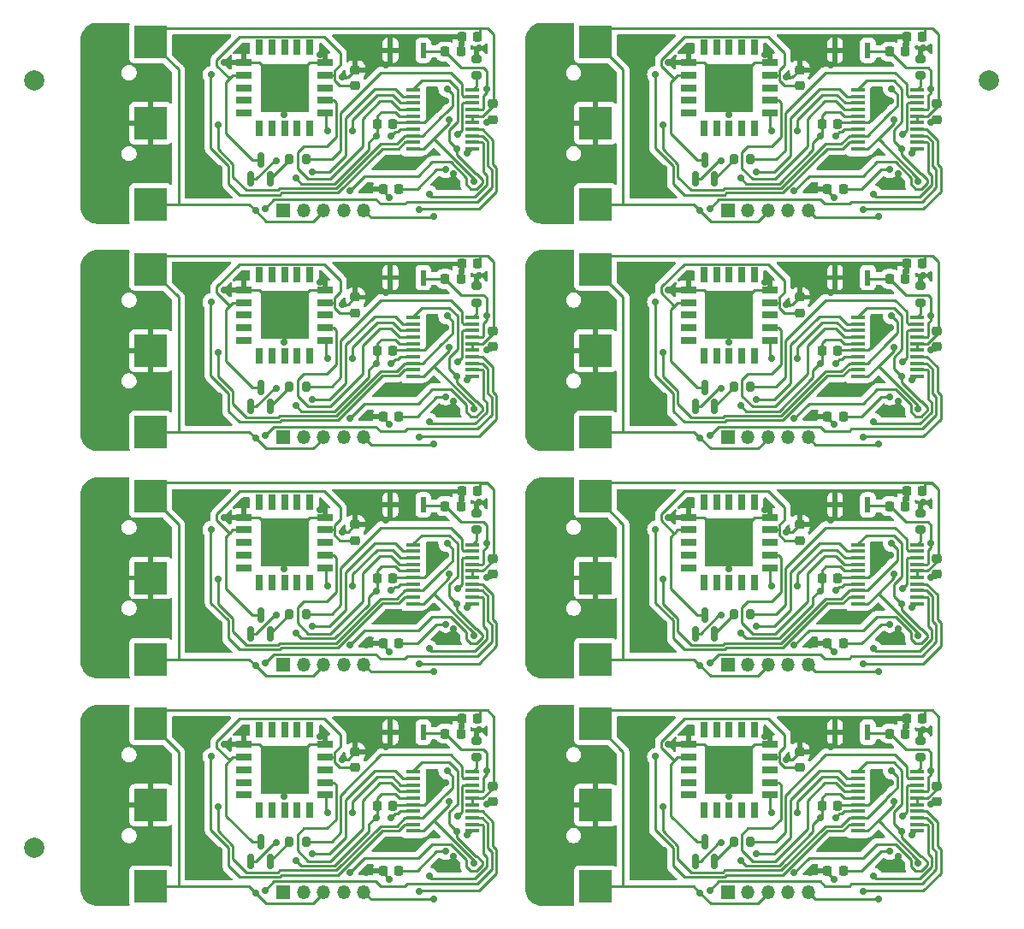
<source format=gbr>
%TF.GenerationSoftware,KiCad,Pcbnew,8.0.0*%
%TF.CreationDate,2024-05-28T16:04:12+09:00*%
%TF.ProjectId,Panel,50616e65-6c2e-46b6-9963-61645f706362,rev?*%
%TF.SameCoordinates,Original*%
%TF.FileFunction,Copper,L2,Bot*%
%TF.FilePolarity,Positive*%
%FSLAX46Y46*%
G04 Gerber Fmt 4.6, Leading zero omitted, Abs format (unit mm)*
G04 Created by KiCad (PCBNEW 8.0.0) date 2024-05-28 16:04:12*
%MOMM*%
%LPD*%
G01*
G04 APERTURE LIST*
G04 Aperture macros list*
%AMRoundRect*
0 Rectangle with rounded corners*
0 $1 Rounding radius*
0 $2 $3 $4 $5 $6 $7 $8 $9 X,Y pos of 4 corners*
0 Add a 4 corners polygon primitive as box body*
4,1,4,$2,$3,$4,$5,$6,$7,$8,$9,$2,$3,0*
0 Add four circle primitives for the rounded corners*
1,1,$1+$1,$2,$3*
1,1,$1+$1,$4,$5*
1,1,$1+$1,$6,$7*
1,1,$1+$1,$8,$9*
0 Add four rect primitives between the rounded corners*
20,1,$1+$1,$2,$3,$4,$5,0*
20,1,$1+$1,$4,$5,$6,$7,0*
20,1,$1+$1,$6,$7,$8,$9,0*
20,1,$1+$1,$8,$9,$2,$3,0*%
G04 Aperture macros list end*
%TA.AperFunction,SMDPad,CuDef*%
%ADD10RoundRect,0.225000X0.250000X-0.225000X0.250000X0.225000X-0.250000X0.225000X-0.250000X-0.225000X0*%
%TD*%
%TA.AperFunction,SMDPad,CuDef*%
%ADD11RoundRect,0.200000X0.275000X-0.200000X0.275000X0.200000X-0.275000X0.200000X-0.275000X-0.200000X0*%
%TD*%
%TA.AperFunction,SMDPad,CuDef*%
%ADD12R,1.475000X0.450000*%
%TD*%
%TA.AperFunction,SMDPad,CuDef*%
%ADD13R,0.550000X1.500000*%
%TD*%
%TA.AperFunction,SMDPad,CuDef*%
%ADD14RoundRect,0.225000X0.225000X0.250000X-0.225000X0.250000X-0.225000X-0.250000X0.225000X-0.250000X0*%
%TD*%
%TA.AperFunction,SMDPad,CuDef*%
%ADD15RoundRect,0.225000X-0.225000X-0.250000X0.225000X-0.250000X0.225000X0.250000X-0.225000X0.250000X0*%
%TD*%
%TA.AperFunction,SMDPad,CuDef*%
%ADD16R,3.200000X3.200000*%
%TD*%
%TA.AperFunction,SMDPad,CuDef*%
%ADD17RoundRect,0.200000X0.200000X0.275000X-0.200000X0.275000X-0.200000X-0.275000X0.200000X-0.275000X0*%
%TD*%
%TA.AperFunction,SMDPad,CuDef*%
%ADD18RoundRect,0.150000X0.150000X-0.587500X0.150000X0.587500X-0.150000X0.587500X-0.150000X-0.587500X0*%
%TD*%
%TA.AperFunction,SMDPad,CuDef*%
%ADD19R,0.800000X1.500000*%
%TD*%
%TA.AperFunction,SMDPad,CuDef*%
%ADD20R,1.500000X0.800000*%
%TD*%
%TA.AperFunction,SMDPad,CuDef*%
%ADD21R,4.800000X4.800000*%
%TD*%
%TA.AperFunction,SMDPad,CuDef*%
%ADD22C,2.000000*%
%TD*%
%TA.AperFunction,ComponentPad*%
%ADD23R,1.350000X1.350000*%
%TD*%
%TA.AperFunction,ComponentPad*%
%ADD24O,1.350000X1.350000*%
%TD*%
%TA.AperFunction,ViaPad*%
%ADD25C,0.700000*%
%TD*%
%TA.AperFunction,Conductor*%
%ADD26C,0.225000*%
%TD*%
G04 APERTURE END LIST*
D10*
%TO.P,C17,1*%
%TO.N,Board_3-GND*%
X190576678Y-52372186D03*
%TO.P,C17,2*%
%TO.N,Board_3-+3.3V*%
X190576678Y-50822186D03*
%TD*%
D11*
%TO.P,R10,1*%
%TO.N,Board_5-Net-(IC1-BOOT0)*%
X188958000Y-70506000D03*
%TO.P,R10,2*%
%TO.N,Board_5-GND*%
X188958000Y-68856000D03*
%TD*%
D12*
%TO.P,IC1,1,BOOT0*%
%TO.N,Board_6-Net-(IC1-BOOT0)*%
X144611000Y-94452000D03*
%TO.P,IC1,2,PC14-_OSC32_IN*%
%TO.N,Board_6-/CO2_PWR*%
X144611000Y-95102000D03*
%TO.P,IC1,3,PC15-_OSC32_OUT*%
%TO.N,Board_6-/Screen_CS*%
X144611000Y-95752000D03*
%TO.P,IC1,4,NRST*%
%TO.N,Board_6-/NRST*%
X144611000Y-96402000D03*
%TO.P,IC1,5,VDDA*%
%TO.N,Board_6-+3.3V*%
X144611000Y-97052000D03*
%TO.P,IC1,6,PA0-CK_IN*%
X144611000Y-97702000D03*
%TO.P,IC1,7,PA1*%
%TO.N,Board_6-/Screen_PWR*%
X144611000Y-98352000D03*
%TO.P,IC1,8,PA2*%
%TO.N,Board_6-/SD_PWR*%
X144611000Y-99002000D03*
%TO.P,IC1,9,PA3*%
%TO.N,Board_6-/SD_CS*%
X144611000Y-99652000D03*
%TO.P,IC1,10,PA4*%
%TO.N,Board_6-/Screen_BUSY*%
X144611000Y-100302000D03*
%TO.P,IC1,11,PA5*%
%TO.N,Board_6-/SCK*%
X138735000Y-100302000D03*
%TO.P,IC1,12,PA6*%
%TO.N,Board_6-/SDO*%
X138735000Y-99652000D03*
%TO.P,IC1,13,PA7*%
%TO.N,Board_6-/SDI*%
X138735000Y-99002000D03*
%TO.P,IC1,14,PB1*%
%TO.N,Board_6-/Screen_RES*%
X138735000Y-98352000D03*
%TO.P,IC1,15,VSS*%
%TO.N,Board_6-GND*%
X138735000Y-97702000D03*
%TO.P,IC1,16,VDD*%
%TO.N,Board_6-+3.3V*%
X138735000Y-97052000D03*
%TO.P,IC1,17,PA9*%
%TO.N,Board_6-/SCL*%
X138735000Y-96402000D03*
%TO.P,IC1,18,PA10*%
%TO.N,Board_6-/SDA*%
X138735000Y-95752000D03*
%TO.P,IC1,19,PA13*%
%TO.N,Board_6-/SWDIO*%
X138735000Y-95102000D03*
%TO.P,IC1,20,PA14*%
%TO.N,Board_6-/D{slash}C*%
X138735000Y-94452000D03*
%TD*%
D13*
%TO.P,CB1,1*%
%TO.N,Board_0-/NRST*%
X139725000Y-23030000D03*
%TO.P,CB1,2*%
%TO.N,Board_0-GND*%
X136475000Y-23030000D03*
%TD*%
D14*
%TO.P,C18,1*%
%TO.N,Board_2-GND*%
X136709300Y-52803607D03*
%TO.P,C18,2*%
%TO.N,Board_2-+3.3V*%
X135159300Y-52803607D03*
%TD*%
%TO.P,C12,1*%
%TO.N,Board_6-GND*%
X143447000Y-90657000D03*
%TO.P,C12,2*%
%TO.N,Board_6-/NRST*%
X141897000Y-90657000D03*
%TD*%
%TO.P,C12,1*%
%TO.N,Board_5-GND*%
X187447000Y-68157000D03*
%TO.P,C12,2*%
%TO.N,Board_5-/NRST*%
X185897000Y-68157000D03*
%TD*%
D15*
%TO.P,C5,1*%
%TO.N,Board_7-GND*%
X179725000Y-104250000D03*
%TO.P,C5,2*%
%TO.N,Board_7-Net-(J2-Pin_5)*%
X181275000Y-104250000D03*
%TD*%
D16*
%TO.P,BT1,1,+*%
%TO.N,Board_4-+3.3V*%
X112750000Y-83300000D03*
X112750000Y-67200000D03*
%TO.P,BT1,2,-*%
%TO.N,Board_4-GND*%
X112750000Y-75250000D03*
%TD*%
%TO.P,BT1,1,+*%
%TO.N,Board_5-+3.3V*%
X156750000Y-83300000D03*
X156750000Y-67200000D03*
%TO.P,BT1,2,-*%
%TO.N,Board_5-GND*%
X156750000Y-75250000D03*
%TD*%
D10*
%TO.P,C13,1*%
%TO.N,Board_5-/CO2_3V3*%
X177000000Y-71525000D03*
%TO.P,C13,2*%
%TO.N,Board_5-GND*%
X177000000Y-69975000D03*
%TD*%
D13*
%TO.P,CB1,1*%
%TO.N,Board_7-/NRST*%
X183725000Y-90530000D03*
%TO.P,CB1,2*%
%TO.N,Board_7-GND*%
X180475000Y-90530000D03*
%TD*%
D17*
%TO.P,R2,1*%
%TO.N,Board_4-/CO2_PWR*%
X128130000Y-78825000D03*
%TO.P,R2,2*%
%TO.N,Board_4-Net-(Q2-G)*%
X126480000Y-78825000D03*
%TD*%
D10*
%TO.P,C13,1*%
%TO.N,Board_0-/CO2_3V3*%
X133000000Y-26525000D03*
%TO.P,C13,2*%
%TO.N,Board_0-GND*%
X133000000Y-24975000D03*
%TD*%
D14*
%TO.P,C12,1*%
%TO.N,Board_3-GND*%
X187447000Y-45657000D03*
%TO.P,C12,2*%
%TO.N,Board_3-/NRST*%
X185897000Y-45657000D03*
%TD*%
D16*
%TO.P,BT1,1,+*%
%TO.N,Board_0-+3.3V*%
X112750000Y-38300000D03*
X112750000Y-22200000D03*
%TO.P,BT1,2,-*%
%TO.N,Board_0-GND*%
X112750000Y-30250000D03*
%TD*%
%TO.P,BT1,1,+*%
%TO.N,Board_6-+3.3V*%
X112750000Y-105800000D03*
X112750000Y-89700000D03*
%TO.P,BT1,2,-*%
%TO.N,Board_6-GND*%
X112750000Y-97750000D03*
%TD*%
D17*
%TO.P,R2,1*%
%TO.N,Board_6-/CO2_PWR*%
X128130000Y-101325000D03*
%TO.P,R2,2*%
%TO.N,Board_6-Net-(Q2-G)*%
X126480000Y-101325000D03*
%TD*%
%TO.P,R2,1*%
%TO.N,Board_7-/CO2_PWR*%
X172130000Y-101325000D03*
%TO.P,R2,2*%
%TO.N,Board_7-Net-(Q2-G)*%
X170480000Y-101325000D03*
%TD*%
D10*
%TO.P,C17,1*%
%TO.N,Board_4-GND*%
X146576678Y-74872186D03*
%TO.P,C17,2*%
%TO.N,Board_4-+3.3V*%
X146576678Y-73322186D03*
%TD*%
D15*
%TO.P,C5,1*%
%TO.N,Board_2-GND*%
X135725000Y-59250000D03*
%TO.P,C5,2*%
%TO.N,Board_2-Net-(J2-Pin_5)*%
X137275000Y-59250000D03*
%TD*%
D16*
%TO.P,BT1,1,+*%
%TO.N,Board_7-+3.3V*%
X156750000Y-105800000D03*
X156750000Y-89700000D03*
%TO.P,BT1,2,-*%
%TO.N,Board_7-GND*%
X156750000Y-97750000D03*
%TD*%
D14*
%TO.P,C12,1*%
%TO.N,Board_0-GND*%
X143447000Y-23157000D03*
%TO.P,C12,2*%
%TO.N,Board_0-/NRST*%
X141897000Y-23157000D03*
%TD*%
D15*
%TO.P,C14,1*%
%TO.N,Board_5-GND*%
X187565631Y-66657648D03*
%TO.P,C14,2*%
%TO.N,Board_5-+3.3V*%
X189115631Y-66657648D03*
%TD*%
D10*
%TO.P,C17,1*%
%TO.N,Board_0-GND*%
X146576678Y-29872186D03*
%TO.P,C17,2*%
%TO.N,Board_0-+3.3V*%
X146576678Y-28322186D03*
%TD*%
D15*
%TO.P,C5,1*%
%TO.N,Board_1-GND*%
X179725000Y-36750000D03*
%TO.P,C5,2*%
%TO.N,Board_1-Net-(J2-Pin_5)*%
X181275000Y-36750000D03*
%TD*%
%TO.P,C14,1*%
%TO.N,Board_0-GND*%
X143565631Y-21657648D03*
%TO.P,C14,2*%
%TO.N,Board_0-+3.3V*%
X145115631Y-21657648D03*
%TD*%
D14*
%TO.P,C18,1*%
%TO.N,Board_0-GND*%
X136709300Y-30303607D03*
%TO.P,C18,2*%
%TO.N,Board_0-+3.3V*%
X135159300Y-30303607D03*
%TD*%
D16*
%TO.P,BT1,1,+*%
%TO.N,Board_2-+3.3V*%
X112750000Y-60800000D03*
X112750000Y-44700000D03*
%TO.P,BT1,2,-*%
%TO.N,Board_2-GND*%
X112750000Y-52750000D03*
%TD*%
D15*
%TO.P,C14,1*%
%TO.N,Board_6-GND*%
X143565631Y-89157648D03*
%TO.P,C14,2*%
%TO.N,Board_6-+3.3V*%
X145115631Y-89157648D03*
%TD*%
D10*
%TO.P,C17,1*%
%TO.N,Board_6-GND*%
X146576678Y-97372186D03*
%TO.P,C17,2*%
%TO.N,Board_6-+3.3V*%
X146576678Y-95822186D03*
%TD*%
D11*
%TO.P,R10,1*%
%TO.N,Board_1-Net-(IC1-BOOT0)*%
X188958000Y-25506000D03*
%TO.P,R10,2*%
%TO.N,Board_1-GND*%
X188958000Y-23856000D03*
%TD*%
D14*
%TO.P,C18,1*%
%TO.N,Board_3-GND*%
X180709300Y-52803607D03*
%TO.P,C18,2*%
%TO.N,Board_3-+3.3V*%
X179159300Y-52803607D03*
%TD*%
D16*
%TO.P,BT1,1,+*%
%TO.N,Board_1-+3.3V*%
X156750000Y-38300000D03*
X156750000Y-22200000D03*
%TO.P,BT1,2,-*%
%TO.N,Board_1-GND*%
X156750000Y-30250000D03*
%TD*%
D14*
%TO.P,C12,1*%
%TO.N,Board_4-GND*%
X143447000Y-68157000D03*
%TO.P,C12,2*%
%TO.N,Board_4-/NRST*%
X141897000Y-68157000D03*
%TD*%
D18*
%TO.P,Q2,1,G*%
%TO.N,Board_4-Net-(Q2-G)*%
X124572000Y-80778500D03*
%TO.P,Q2,2,S*%
%TO.N,Board_4-+3.3V*%
X122672000Y-80778500D03*
%TO.P,Q2,3,D*%
%TO.N,Board_4-/CO2_3V3*%
X123622000Y-78903500D03*
%TD*%
D12*
%TO.P,IC1,1,BOOT0*%
%TO.N,Board_5-Net-(IC1-BOOT0)*%
X188611000Y-71952000D03*
%TO.P,IC1,2,PC14-_OSC32_IN*%
%TO.N,Board_5-/CO2_PWR*%
X188611000Y-72602000D03*
%TO.P,IC1,3,PC15-_OSC32_OUT*%
%TO.N,Board_5-/Screen_CS*%
X188611000Y-73252000D03*
%TO.P,IC1,4,NRST*%
%TO.N,Board_5-/NRST*%
X188611000Y-73902000D03*
%TO.P,IC1,5,VDDA*%
%TO.N,Board_5-+3.3V*%
X188611000Y-74552000D03*
%TO.P,IC1,6,PA0-CK_IN*%
X188611000Y-75202000D03*
%TO.P,IC1,7,PA1*%
%TO.N,Board_5-/Screen_PWR*%
X188611000Y-75852000D03*
%TO.P,IC1,8,PA2*%
%TO.N,Board_5-/SD_PWR*%
X188611000Y-76502000D03*
%TO.P,IC1,9,PA3*%
%TO.N,Board_5-/SD_CS*%
X188611000Y-77152000D03*
%TO.P,IC1,10,PA4*%
%TO.N,Board_5-/Screen_BUSY*%
X188611000Y-77802000D03*
%TO.P,IC1,11,PA5*%
%TO.N,Board_5-/SCK*%
X182735000Y-77802000D03*
%TO.P,IC1,12,PA6*%
%TO.N,Board_5-/SDO*%
X182735000Y-77152000D03*
%TO.P,IC1,13,PA7*%
%TO.N,Board_5-/SDI*%
X182735000Y-76502000D03*
%TO.P,IC1,14,PB1*%
%TO.N,Board_5-/Screen_RES*%
X182735000Y-75852000D03*
%TO.P,IC1,15,VSS*%
%TO.N,Board_5-GND*%
X182735000Y-75202000D03*
%TO.P,IC1,16,VDD*%
%TO.N,Board_5-+3.3V*%
X182735000Y-74552000D03*
%TO.P,IC1,17,PA9*%
%TO.N,Board_5-/SCL*%
X182735000Y-73902000D03*
%TO.P,IC1,18,PA10*%
%TO.N,Board_5-/SDA*%
X182735000Y-73252000D03*
%TO.P,IC1,19,PA13*%
%TO.N,Board_5-/SWDIO*%
X182735000Y-72602000D03*
%TO.P,IC1,20,PA14*%
%TO.N,Board_5-/D{slash}C*%
X182735000Y-71952000D03*
%TD*%
D14*
%TO.P,C18,1*%
%TO.N,Board_1-GND*%
X180709300Y-30303607D03*
%TO.P,C18,2*%
%TO.N,Board_1-+3.3V*%
X179159300Y-30303607D03*
%TD*%
D18*
%TO.P,Q2,1,G*%
%TO.N,Board_6-Net-(Q2-G)*%
X124572000Y-103278500D03*
%TO.P,Q2,2,S*%
%TO.N,Board_6-+3.3V*%
X122672000Y-103278500D03*
%TO.P,Q2,3,D*%
%TO.N,Board_6-/CO2_3V3*%
X123622000Y-101403500D03*
%TD*%
D19*
%TO.P,1,1,DNC_1*%
%TO.N,Board_4-unconnected-(1-DNC_1-Pad1)*%
X123500000Y-67750000D03*
%TO.P,1,2,DNC_2*%
%TO.N,Board_4-unconnected-(1-DNC_2-Pad2)*%
X124750000Y-67750000D03*
%TO.P,1,3,DNC_3*%
%TO.N,Board_4-unconnected-(1-DNC_3-Pad3)*%
X126000000Y-67750000D03*
%TO.P,1,4,DNC_4*%
%TO.N,Board_4-unconnected-(1-DNC_4-Pad4)*%
X127250000Y-67750000D03*
%TO.P,1,5,DNC_5*%
%TO.N,Board_4-unconnected-(1-DNC_5-Pad5)*%
X128500000Y-67750000D03*
D20*
%TO.P,1,6,GND_1*%
%TO.N,Board_4-GND*%
X130000000Y-69250000D03*
%TO.P,1,7,VDD*%
%TO.N,Board_4-/CO2_3V3*%
X130000000Y-70500000D03*
%TO.P,1,8,DNC_6*%
%TO.N,Board_4-unconnected-(1-DNC_6-Pad8)*%
X130000000Y-71750000D03*
%TO.P,1,9,SCL*%
%TO.N,Board_4-/SCL*%
X130000000Y-73000000D03*
%TO.P,1,10,SDA*%
%TO.N,Board_4-/SDA*%
X130000000Y-74250000D03*
D19*
%TO.P,1,11,DNC_7*%
%TO.N,Board_4-unconnected-(1-DNC_7-Pad11)*%
X128500000Y-75750000D03*
%TO.P,1,12,DNC_8*%
%TO.N,Board_4-unconnected-(1-DNC_8-Pad12)*%
X127250000Y-75750000D03*
%TO.P,1,13,DNC_9*%
%TO.N,Board_4-unconnected-(1-DNC_9-Pad13)*%
X126000000Y-75750000D03*
%TO.P,1,14,DNC_10*%
%TO.N,Board_4-unconnected-(1-DNC_10-Pad14)*%
X124750000Y-75750000D03*
%TO.P,1,15,DNC_11*%
%TO.N,Board_4-unconnected-(1-DNC_11-Pad15)*%
X123500000Y-75750000D03*
D20*
%TO.P,1,16,DNC_12*%
%TO.N,Board_4-unconnected-(1-DNC_12-Pad16)*%
X122000000Y-74250000D03*
%TO.P,1,17,DNC_13*%
%TO.N,Board_4-unconnected-(1-DNC_13-Pad17)*%
X122000000Y-73000000D03*
%TO.P,1,18,DNC_14*%
%TO.N,Board_4-unconnected-(1-DNC_14-Pad18)*%
X122000000Y-71750000D03*
%TO.P,1,19,VDDH*%
%TO.N,Board_4-/CO2_3V3*%
X122000000Y-70500000D03*
%TO.P,1,20,GND_2*%
%TO.N,Board_4-GND*%
X122000000Y-69250000D03*
D21*
%TO.P,1,21,GND_3*%
X126000000Y-71750000D03*
%TD*%
D15*
%TO.P,C5,1*%
%TO.N,Board_5-GND*%
X179725000Y-81750000D03*
%TO.P,C5,2*%
%TO.N,Board_5-Net-(J2-Pin_5)*%
X181275000Y-81750000D03*
%TD*%
%TO.P,C14,1*%
%TO.N,Board_4-GND*%
X143565631Y-66657648D03*
%TO.P,C14,2*%
%TO.N,Board_4-+3.3V*%
X145115631Y-66657648D03*
%TD*%
D12*
%TO.P,IC1,1,BOOT0*%
%TO.N,Board_1-Net-(IC1-BOOT0)*%
X188611000Y-26952000D03*
%TO.P,IC1,2,PC14-_OSC32_IN*%
%TO.N,Board_1-/CO2_PWR*%
X188611000Y-27602000D03*
%TO.P,IC1,3,PC15-_OSC32_OUT*%
%TO.N,Board_1-/Screen_CS*%
X188611000Y-28252000D03*
%TO.P,IC1,4,NRST*%
%TO.N,Board_1-/NRST*%
X188611000Y-28902000D03*
%TO.P,IC1,5,VDDA*%
%TO.N,Board_1-+3.3V*%
X188611000Y-29552000D03*
%TO.P,IC1,6,PA0-CK_IN*%
X188611000Y-30202000D03*
%TO.P,IC1,7,PA1*%
%TO.N,Board_1-/Screen_PWR*%
X188611000Y-30852000D03*
%TO.P,IC1,8,PA2*%
%TO.N,Board_1-/SD_PWR*%
X188611000Y-31502000D03*
%TO.P,IC1,9,PA3*%
%TO.N,Board_1-/SD_CS*%
X188611000Y-32152000D03*
%TO.P,IC1,10,PA4*%
%TO.N,Board_1-/Screen_BUSY*%
X188611000Y-32802000D03*
%TO.P,IC1,11,PA5*%
%TO.N,Board_1-/SCK*%
X182735000Y-32802000D03*
%TO.P,IC1,12,PA6*%
%TO.N,Board_1-/SDO*%
X182735000Y-32152000D03*
%TO.P,IC1,13,PA7*%
%TO.N,Board_1-/SDI*%
X182735000Y-31502000D03*
%TO.P,IC1,14,PB1*%
%TO.N,Board_1-/Screen_RES*%
X182735000Y-30852000D03*
%TO.P,IC1,15,VSS*%
%TO.N,Board_1-GND*%
X182735000Y-30202000D03*
%TO.P,IC1,16,VDD*%
%TO.N,Board_1-+3.3V*%
X182735000Y-29552000D03*
%TO.P,IC1,17,PA9*%
%TO.N,Board_1-/SCL*%
X182735000Y-28902000D03*
%TO.P,IC1,18,PA10*%
%TO.N,Board_1-/SDA*%
X182735000Y-28252000D03*
%TO.P,IC1,19,PA13*%
%TO.N,Board_1-/SWDIO*%
X182735000Y-27602000D03*
%TO.P,IC1,20,PA14*%
%TO.N,Board_1-/D{slash}C*%
X182735000Y-26952000D03*
%TD*%
D15*
%TO.P,C14,1*%
%TO.N,Board_7-GND*%
X187565631Y-89157648D03*
%TO.P,C14,2*%
%TO.N,Board_7-+3.3V*%
X189115631Y-89157648D03*
%TD*%
D11*
%TO.P,R10,1*%
%TO.N,Board_7-Net-(IC1-BOOT0)*%
X188958000Y-93006000D03*
%TO.P,R10,2*%
%TO.N,Board_7-GND*%
X188958000Y-91356000D03*
%TD*%
D12*
%TO.P,IC1,1,BOOT0*%
%TO.N,Board_7-Net-(IC1-BOOT0)*%
X188611000Y-94452000D03*
%TO.P,IC1,2,PC14-_OSC32_IN*%
%TO.N,Board_7-/CO2_PWR*%
X188611000Y-95102000D03*
%TO.P,IC1,3,PC15-_OSC32_OUT*%
%TO.N,Board_7-/Screen_CS*%
X188611000Y-95752000D03*
%TO.P,IC1,4,NRST*%
%TO.N,Board_7-/NRST*%
X188611000Y-96402000D03*
%TO.P,IC1,5,VDDA*%
%TO.N,Board_7-+3.3V*%
X188611000Y-97052000D03*
%TO.P,IC1,6,PA0-CK_IN*%
X188611000Y-97702000D03*
%TO.P,IC1,7,PA1*%
%TO.N,Board_7-/Screen_PWR*%
X188611000Y-98352000D03*
%TO.P,IC1,8,PA2*%
%TO.N,Board_7-/SD_PWR*%
X188611000Y-99002000D03*
%TO.P,IC1,9,PA3*%
%TO.N,Board_7-/SD_CS*%
X188611000Y-99652000D03*
%TO.P,IC1,10,PA4*%
%TO.N,Board_7-/Screen_BUSY*%
X188611000Y-100302000D03*
%TO.P,IC1,11,PA5*%
%TO.N,Board_7-/SCK*%
X182735000Y-100302000D03*
%TO.P,IC1,12,PA6*%
%TO.N,Board_7-/SDO*%
X182735000Y-99652000D03*
%TO.P,IC1,13,PA7*%
%TO.N,Board_7-/SDI*%
X182735000Y-99002000D03*
%TO.P,IC1,14,PB1*%
%TO.N,Board_7-/Screen_RES*%
X182735000Y-98352000D03*
%TO.P,IC1,15,VSS*%
%TO.N,Board_7-GND*%
X182735000Y-97702000D03*
%TO.P,IC1,16,VDD*%
%TO.N,Board_7-+3.3V*%
X182735000Y-97052000D03*
%TO.P,IC1,17,PA9*%
%TO.N,Board_7-/SCL*%
X182735000Y-96402000D03*
%TO.P,IC1,18,PA10*%
%TO.N,Board_7-/SDA*%
X182735000Y-95752000D03*
%TO.P,IC1,19,PA13*%
%TO.N,Board_7-/SWDIO*%
X182735000Y-95102000D03*
%TO.P,IC1,20,PA14*%
%TO.N,Board_7-/D{slash}C*%
X182735000Y-94452000D03*
%TD*%
D13*
%TO.P,CB1,1*%
%TO.N,Board_2-/NRST*%
X139725000Y-45530000D03*
%TO.P,CB1,2*%
%TO.N,Board_2-GND*%
X136475000Y-45530000D03*
%TD*%
D10*
%TO.P,C13,1*%
%TO.N,Board_1-/CO2_3V3*%
X177000000Y-26525000D03*
%TO.P,C13,2*%
%TO.N,Board_1-GND*%
X177000000Y-24975000D03*
%TD*%
D15*
%TO.P,C5,1*%
%TO.N,Board_3-GND*%
X179725000Y-59250000D03*
%TO.P,C5,2*%
%TO.N,Board_3-Net-(J2-Pin_5)*%
X181275000Y-59250000D03*
%TD*%
D17*
%TO.P,R2,1*%
%TO.N,Board_1-/CO2_PWR*%
X172130000Y-33825000D03*
%TO.P,R2,2*%
%TO.N,Board_1-Net-(Q2-G)*%
X170480000Y-33825000D03*
%TD*%
D10*
%TO.P,C17,1*%
%TO.N,Board_1-GND*%
X190576678Y-29872186D03*
%TO.P,C17,2*%
%TO.N,Board_1-+3.3V*%
X190576678Y-28322186D03*
%TD*%
D18*
%TO.P,Q2,1,G*%
%TO.N,Board_0-Net-(Q2-G)*%
X124572000Y-35778500D03*
%TO.P,Q2,2,S*%
%TO.N,Board_0-+3.3V*%
X122672000Y-35778500D03*
%TO.P,Q2,3,D*%
%TO.N,Board_0-/CO2_3V3*%
X123622000Y-33903500D03*
%TD*%
D15*
%TO.P,C14,1*%
%TO.N,Board_1-GND*%
X187565631Y-21657648D03*
%TO.P,C14,2*%
%TO.N,Board_1-+3.3V*%
X189115631Y-21657648D03*
%TD*%
D17*
%TO.P,R2,1*%
%TO.N,Board_2-/CO2_PWR*%
X128130000Y-56325000D03*
%TO.P,R2,2*%
%TO.N,Board_2-Net-(Q2-G)*%
X126480000Y-56325000D03*
%TD*%
D12*
%TO.P,IC1,1,BOOT0*%
%TO.N,Board_2-Net-(IC1-BOOT0)*%
X144611000Y-49452000D03*
%TO.P,IC1,2,PC14-_OSC32_IN*%
%TO.N,Board_2-/CO2_PWR*%
X144611000Y-50102000D03*
%TO.P,IC1,3,PC15-_OSC32_OUT*%
%TO.N,Board_2-/Screen_CS*%
X144611000Y-50752000D03*
%TO.P,IC1,4,NRST*%
%TO.N,Board_2-/NRST*%
X144611000Y-51402000D03*
%TO.P,IC1,5,VDDA*%
%TO.N,Board_2-+3.3V*%
X144611000Y-52052000D03*
%TO.P,IC1,6,PA0-CK_IN*%
X144611000Y-52702000D03*
%TO.P,IC1,7,PA1*%
%TO.N,Board_2-/Screen_PWR*%
X144611000Y-53352000D03*
%TO.P,IC1,8,PA2*%
%TO.N,Board_2-/SD_PWR*%
X144611000Y-54002000D03*
%TO.P,IC1,9,PA3*%
%TO.N,Board_2-/SD_CS*%
X144611000Y-54652000D03*
%TO.P,IC1,10,PA4*%
%TO.N,Board_2-/Screen_BUSY*%
X144611000Y-55302000D03*
%TO.P,IC1,11,PA5*%
%TO.N,Board_2-/SCK*%
X138735000Y-55302000D03*
%TO.P,IC1,12,PA6*%
%TO.N,Board_2-/SDO*%
X138735000Y-54652000D03*
%TO.P,IC1,13,PA7*%
%TO.N,Board_2-/SDI*%
X138735000Y-54002000D03*
%TO.P,IC1,14,PB1*%
%TO.N,Board_2-/Screen_RES*%
X138735000Y-53352000D03*
%TO.P,IC1,15,VSS*%
%TO.N,Board_2-GND*%
X138735000Y-52702000D03*
%TO.P,IC1,16,VDD*%
%TO.N,Board_2-+3.3V*%
X138735000Y-52052000D03*
%TO.P,IC1,17,PA9*%
%TO.N,Board_2-/SCL*%
X138735000Y-51402000D03*
%TO.P,IC1,18,PA10*%
%TO.N,Board_2-/SDA*%
X138735000Y-50752000D03*
%TO.P,IC1,19,PA13*%
%TO.N,Board_2-/SWDIO*%
X138735000Y-50102000D03*
%TO.P,IC1,20,PA14*%
%TO.N,Board_2-/D{slash}C*%
X138735000Y-49452000D03*
%TD*%
D10*
%TO.P,C17,1*%
%TO.N,Board_2-GND*%
X146576678Y-52372186D03*
%TO.P,C17,2*%
%TO.N,Board_2-+3.3V*%
X146576678Y-50822186D03*
%TD*%
D12*
%TO.P,IC1,1,BOOT0*%
%TO.N,Board_0-Net-(IC1-BOOT0)*%
X144611000Y-26952000D03*
%TO.P,IC1,2,PC14-_OSC32_IN*%
%TO.N,Board_0-/CO2_PWR*%
X144611000Y-27602000D03*
%TO.P,IC1,3,PC15-_OSC32_OUT*%
%TO.N,Board_0-/Screen_CS*%
X144611000Y-28252000D03*
%TO.P,IC1,4,NRST*%
%TO.N,Board_0-/NRST*%
X144611000Y-28902000D03*
%TO.P,IC1,5,VDDA*%
%TO.N,Board_0-+3.3V*%
X144611000Y-29552000D03*
%TO.P,IC1,6,PA0-CK_IN*%
X144611000Y-30202000D03*
%TO.P,IC1,7,PA1*%
%TO.N,Board_0-/Screen_PWR*%
X144611000Y-30852000D03*
%TO.P,IC1,8,PA2*%
%TO.N,Board_0-/SD_PWR*%
X144611000Y-31502000D03*
%TO.P,IC1,9,PA3*%
%TO.N,Board_0-/SD_CS*%
X144611000Y-32152000D03*
%TO.P,IC1,10,PA4*%
%TO.N,Board_0-/Screen_BUSY*%
X144611000Y-32802000D03*
%TO.P,IC1,11,PA5*%
%TO.N,Board_0-/SCK*%
X138735000Y-32802000D03*
%TO.P,IC1,12,PA6*%
%TO.N,Board_0-/SDO*%
X138735000Y-32152000D03*
%TO.P,IC1,13,PA7*%
%TO.N,Board_0-/SDI*%
X138735000Y-31502000D03*
%TO.P,IC1,14,PB1*%
%TO.N,Board_0-/Screen_RES*%
X138735000Y-30852000D03*
%TO.P,IC1,15,VSS*%
%TO.N,Board_0-GND*%
X138735000Y-30202000D03*
%TO.P,IC1,16,VDD*%
%TO.N,Board_0-+3.3V*%
X138735000Y-29552000D03*
%TO.P,IC1,17,PA9*%
%TO.N,Board_0-/SCL*%
X138735000Y-28902000D03*
%TO.P,IC1,18,PA10*%
%TO.N,Board_0-/SDA*%
X138735000Y-28252000D03*
%TO.P,IC1,19,PA13*%
%TO.N,Board_0-/SWDIO*%
X138735000Y-27602000D03*
%TO.P,IC1,20,PA14*%
%TO.N,Board_0-/D{slash}C*%
X138735000Y-26952000D03*
%TD*%
D11*
%TO.P,R10,1*%
%TO.N,Board_0-Net-(IC1-BOOT0)*%
X144958000Y-25506000D03*
%TO.P,R10,2*%
%TO.N,Board_0-GND*%
X144958000Y-23856000D03*
%TD*%
D15*
%TO.P,C5,1*%
%TO.N,Board_6-GND*%
X135725000Y-104250000D03*
%TO.P,C5,2*%
%TO.N,Board_6-Net-(J2-Pin_5)*%
X137275000Y-104250000D03*
%TD*%
D22*
%TO.P,KiKit_FID_B_2,*%
%TO.N,*%
X195751000Y-26000000D03*
%TD*%
%TO.P,KiKit_FID_B_3,*%
%TO.N,*%
X101249000Y-102000000D03*
%TD*%
D15*
%TO.P,C5,1*%
%TO.N,Board_0-GND*%
X135725000Y-36750000D03*
%TO.P,C5,2*%
%TO.N,Board_0-Net-(J2-Pin_5)*%
X137275000Y-36750000D03*
%TD*%
D14*
%TO.P,C18,1*%
%TO.N,Board_4-GND*%
X136709300Y-75303607D03*
%TO.P,C18,2*%
%TO.N,Board_4-+3.3V*%
X135159300Y-75303607D03*
%TD*%
D12*
%TO.P,IC1,1,BOOT0*%
%TO.N,Board_4-Net-(IC1-BOOT0)*%
X144611000Y-71952000D03*
%TO.P,IC1,2,PC14-_OSC32_IN*%
%TO.N,Board_4-/CO2_PWR*%
X144611000Y-72602000D03*
%TO.P,IC1,3,PC15-_OSC32_OUT*%
%TO.N,Board_4-/Screen_CS*%
X144611000Y-73252000D03*
%TO.P,IC1,4,NRST*%
%TO.N,Board_4-/NRST*%
X144611000Y-73902000D03*
%TO.P,IC1,5,VDDA*%
%TO.N,Board_4-+3.3V*%
X144611000Y-74552000D03*
%TO.P,IC1,6,PA0-CK_IN*%
X144611000Y-75202000D03*
%TO.P,IC1,7,PA1*%
%TO.N,Board_4-/Screen_PWR*%
X144611000Y-75852000D03*
%TO.P,IC1,8,PA2*%
%TO.N,Board_4-/SD_PWR*%
X144611000Y-76502000D03*
%TO.P,IC1,9,PA3*%
%TO.N,Board_4-/SD_CS*%
X144611000Y-77152000D03*
%TO.P,IC1,10,PA4*%
%TO.N,Board_4-/Screen_BUSY*%
X144611000Y-77802000D03*
%TO.P,IC1,11,PA5*%
%TO.N,Board_4-/SCK*%
X138735000Y-77802000D03*
%TO.P,IC1,12,PA6*%
%TO.N,Board_4-/SDO*%
X138735000Y-77152000D03*
%TO.P,IC1,13,PA7*%
%TO.N,Board_4-/SDI*%
X138735000Y-76502000D03*
%TO.P,IC1,14,PB1*%
%TO.N,Board_4-/Screen_RES*%
X138735000Y-75852000D03*
%TO.P,IC1,15,VSS*%
%TO.N,Board_4-GND*%
X138735000Y-75202000D03*
%TO.P,IC1,16,VDD*%
%TO.N,Board_4-+3.3V*%
X138735000Y-74552000D03*
%TO.P,IC1,17,PA9*%
%TO.N,Board_4-/SCL*%
X138735000Y-73902000D03*
%TO.P,IC1,18,PA10*%
%TO.N,Board_4-/SDA*%
X138735000Y-73252000D03*
%TO.P,IC1,19,PA13*%
%TO.N,Board_4-/SWDIO*%
X138735000Y-72602000D03*
%TO.P,IC1,20,PA14*%
%TO.N,Board_4-/D{slash}C*%
X138735000Y-71952000D03*
%TD*%
D10*
%TO.P,C17,1*%
%TO.N,Board_5-GND*%
X190576678Y-74872186D03*
%TO.P,C17,2*%
%TO.N,Board_5-+3.3V*%
X190576678Y-73322186D03*
%TD*%
D13*
%TO.P,CB1,1*%
%TO.N,Board_1-/NRST*%
X183725000Y-23030000D03*
%TO.P,CB1,2*%
%TO.N,Board_1-GND*%
X180475000Y-23030000D03*
%TD*%
D18*
%TO.P,Q2,1,G*%
%TO.N,Board_2-Net-(Q2-G)*%
X124572000Y-58278500D03*
%TO.P,Q2,2,S*%
%TO.N,Board_2-+3.3V*%
X122672000Y-58278500D03*
%TO.P,Q2,3,D*%
%TO.N,Board_2-/CO2_3V3*%
X123622000Y-56403500D03*
%TD*%
D13*
%TO.P,CB1,1*%
%TO.N,Board_6-/NRST*%
X139725000Y-90530000D03*
%TO.P,CB1,2*%
%TO.N,Board_6-GND*%
X136475000Y-90530000D03*
%TD*%
D11*
%TO.P,R10,1*%
%TO.N,Board_3-Net-(IC1-BOOT0)*%
X188958000Y-48006000D03*
%TO.P,R10,2*%
%TO.N,Board_3-GND*%
X188958000Y-46356000D03*
%TD*%
D19*
%TO.P,1,1,DNC_1*%
%TO.N,Board_7-unconnected-(1-DNC_1-Pad1)*%
X167500000Y-90250000D03*
%TO.P,1,2,DNC_2*%
%TO.N,Board_7-unconnected-(1-DNC_2-Pad2)*%
X168750000Y-90250000D03*
%TO.P,1,3,DNC_3*%
%TO.N,Board_7-unconnected-(1-DNC_3-Pad3)*%
X170000000Y-90250000D03*
%TO.P,1,4,DNC_4*%
%TO.N,Board_7-unconnected-(1-DNC_4-Pad4)*%
X171250000Y-90250000D03*
%TO.P,1,5,DNC_5*%
%TO.N,Board_7-unconnected-(1-DNC_5-Pad5)*%
X172500000Y-90250000D03*
D20*
%TO.P,1,6,GND_1*%
%TO.N,Board_7-GND*%
X174000000Y-91750000D03*
%TO.P,1,7,VDD*%
%TO.N,Board_7-/CO2_3V3*%
X174000000Y-93000000D03*
%TO.P,1,8,DNC_6*%
%TO.N,Board_7-unconnected-(1-DNC_6-Pad8)*%
X174000000Y-94250000D03*
%TO.P,1,9,SCL*%
%TO.N,Board_7-/SCL*%
X174000000Y-95500000D03*
%TO.P,1,10,SDA*%
%TO.N,Board_7-/SDA*%
X174000000Y-96750000D03*
D19*
%TO.P,1,11,DNC_7*%
%TO.N,Board_7-unconnected-(1-DNC_7-Pad11)*%
X172500000Y-98250000D03*
%TO.P,1,12,DNC_8*%
%TO.N,Board_7-unconnected-(1-DNC_8-Pad12)*%
X171250000Y-98250000D03*
%TO.P,1,13,DNC_9*%
%TO.N,Board_7-unconnected-(1-DNC_9-Pad13)*%
X170000000Y-98250000D03*
%TO.P,1,14,DNC_10*%
%TO.N,Board_7-unconnected-(1-DNC_10-Pad14)*%
X168750000Y-98250000D03*
%TO.P,1,15,DNC_11*%
%TO.N,Board_7-unconnected-(1-DNC_11-Pad15)*%
X167500000Y-98250000D03*
D20*
%TO.P,1,16,DNC_12*%
%TO.N,Board_7-unconnected-(1-DNC_12-Pad16)*%
X166000000Y-96750000D03*
%TO.P,1,17,DNC_13*%
%TO.N,Board_7-unconnected-(1-DNC_13-Pad17)*%
X166000000Y-95500000D03*
%TO.P,1,18,DNC_14*%
%TO.N,Board_7-unconnected-(1-DNC_14-Pad18)*%
X166000000Y-94250000D03*
%TO.P,1,19,VDDH*%
%TO.N,Board_7-/CO2_3V3*%
X166000000Y-93000000D03*
%TO.P,1,20,GND_2*%
%TO.N,Board_7-GND*%
X166000000Y-91750000D03*
D21*
%TO.P,1,21,GND_3*%
X170000000Y-94250000D03*
%TD*%
D19*
%TO.P,1,1,DNC_1*%
%TO.N,Board_2-unconnected-(1-DNC_1-Pad1)*%
X123500000Y-45250000D03*
%TO.P,1,2,DNC_2*%
%TO.N,Board_2-unconnected-(1-DNC_2-Pad2)*%
X124750000Y-45250000D03*
%TO.P,1,3,DNC_3*%
%TO.N,Board_2-unconnected-(1-DNC_3-Pad3)*%
X126000000Y-45250000D03*
%TO.P,1,4,DNC_4*%
%TO.N,Board_2-unconnected-(1-DNC_4-Pad4)*%
X127250000Y-45250000D03*
%TO.P,1,5,DNC_5*%
%TO.N,Board_2-unconnected-(1-DNC_5-Pad5)*%
X128500000Y-45250000D03*
D20*
%TO.P,1,6,GND_1*%
%TO.N,Board_2-GND*%
X130000000Y-46750000D03*
%TO.P,1,7,VDD*%
%TO.N,Board_2-/CO2_3V3*%
X130000000Y-48000000D03*
%TO.P,1,8,DNC_6*%
%TO.N,Board_2-unconnected-(1-DNC_6-Pad8)*%
X130000000Y-49250000D03*
%TO.P,1,9,SCL*%
%TO.N,Board_2-/SCL*%
X130000000Y-50500000D03*
%TO.P,1,10,SDA*%
%TO.N,Board_2-/SDA*%
X130000000Y-51750000D03*
D19*
%TO.P,1,11,DNC_7*%
%TO.N,Board_2-unconnected-(1-DNC_7-Pad11)*%
X128500000Y-53250000D03*
%TO.P,1,12,DNC_8*%
%TO.N,Board_2-unconnected-(1-DNC_8-Pad12)*%
X127250000Y-53250000D03*
%TO.P,1,13,DNC_9*%
%TO.N,Board_2-unconnected-(1-DNC_9-Pad13)*%
X126000000Y-53250000D03*
%TO.P,1,14,DNC_10*%
%TO.N,Board_2-unconnected-(1-DNC_10-Pad14)*%
X124750000Y-53250000D03*
%TO.P,1,15,DNC_11*%
%TO.N,Board_2-unconnected-(1-DNC_11-Pad15)*%
X123500000Y-53250000D03*
D20*
%TO.P,1,16,DNC_12*%
%TO.N,Board_2-unconnected-(1-DNC_12-Pad16)*%
X122000000Y-51750000D03*
%TO.P,1,17,DNC_13*%
%TO.N,Board_2-unconnected-(1-DNC_13-Pad17)*%
X122000000Y-50500000D03*
%TO.P,1,18,DNC_14*%
%TO.N,Board_2-unconnected-(1-DNC_14-Pad18)*%
X122000000Y-49250000D03*
%TO.P,1,19,VDDH*%
%TO.N,Board_2-/CO2_3V3*%
X122000000Y-48000000D03*
%TO.P,1,20,GND_2*%
%TO.N,Board_2-GND*%
X122000000Y-46750000D03*
D21*
%TO.P,1,21,GND_3*%
X126000000Y-49250000D03*
%TD*%
D10*
%TO.P,C13,1*%
%TO.N,Board_7-/CO2_3V3*%
X177000000Y-94025000D03*
%TO.P,C13,2*%
%TO.N,Board_7-GND*%
X177000000Y-92475000D03*
%TD*%
D16*
%TO.P,BT1,1,+*%
%TO.N,Board_3-+3.3V*%
X156750000Y-60800000D03*
X156750000Y-44700000D03*
%TO.P,BT1,2,-*%
%TO.N,Board_3-GND*%
X156750000Y-52750000D03*
%TD*%
D11*
%TO.P,R10,1*%
%TO.N,Board_4-Net-(IC1-BOOT0)*%
X144958000Y-70506000D03*
%TO.P,R10,2*%
%TO.N,Board_4-GND*%
X144958000Y-68856000D03*
%TD*%
D10*
%TO.P,C17,1*%
%TO.N,Board_7-GND*%
X190576678Y-97372186D03*
%TO.P,C17,2*%
%TO.N,Board_7-+3.3V*%
X190576678Y-95822186D03*
%TD*%
D19*
%TO.P,1,1,DNC_1*%
%TO.N,Board_1-unconnected-(1-DNC_1-Pad1)*%
X167500000Y-22750000D03*
%TO.P,1,2,DNC_2*%
%TO.N,Board_1-unconnected-(1-DNC_2-Pad2)*%
X168750000Y-22750000D03*
%TO.P,1,3,DNC_3*%
%TO.N,Board_1-unconnected-(1-DNC_3-Pad3)*%
X170000000Y-22750000D03*
%TO.P,1,4,DNC_4*%
%TO.N,Board_1-unconnected-(1-DNC_4-Pad4)*%
X171250000Y-22750000D03*
%TO.P,1,5,DNC_5*%
%TO.N,Board_1-unconnected-(1-DNC_5-Pad5)*%
X172500000Y-22750000D03*
D20*
%TO.P,1,6,GND_1*%
%TO.N,Board_1-GND*%
X174000000Y-24250000D03*
%TO.P,1,7,VDD*%
%TO.N,Board_1-/CO2_3V3*%
X174000000Y-25500000D03*
%TO.P,1,8,DNC_6*%
%TO.N,Board_1-unconnected-(1-DNC_6-Pad8)*%
X174000000Y-26750000D03*
%TO.P,1,9,SCL*%
%TO.N,Board_1-/SCL*%
X174000000Y-28000000D03*
%TO.P,1,10,SDA*%
%TO.N,Board_1-/SDA*%
X174000000Y-29250000D03*
D19*
%TO.P,1,11,DNC_7*%
%TO.N,Board_1-unconnected-(1-DNC_7-Pad11)*%
X172500000Y-30750000D03*
%TO.P,1,12,DNC_8*%
%TO.N,Board_1-unconnected-(1-DNC_8-Pad12)*%
X171250000Y-30750000D03*
%TO.P,1,13,DNC_9*%
%TO.N,Board_1-unconnected-(1-DNC_9-Pad13)*%
X170000000Y-30750000D03*
%TO.P,1,14,DNC_10*%
%TO.N,Board_1-unconnected-(1-DNC_10-Pad14)*%
X168750000Y-30750000D03*
%TO.P,1,15,DNC_11*%
%TO.N,Board_1-unconnected-(1-DNC_11-Pad15)*%
X167500000Y-30750000D03*
D20*
%TO.P,1,16,DNC_12*%
%TO.N,Board_1-unconnected-(1-DNC_12-Pad16)*%
X166000000Y-29250000D03*
%TO.P,1,17,DNC_13*%
%TO.N,Board_1-unconnected-(1-DNC_13-Pad17)*%
X166000000Y-28000000D03*
%TO.P,1,18,DNC_14*%
%TO.N,Board_1-unconnected-(1-DNC_14-Pad18)*%
X166000000Y-26750000D03*
%TO.P,1,19,VDDH*%
%TO.N,Board_1-/CO2_3V3*%
X166000000Y-25500000D03*
%TO.P,1,20,GND_2*%
%TO.N,Board_1-GND*%
X166000000Y-24250000D03*
D21*
%TO.P,1,21,GND_3*%
X170000000Y-26750000D03*
%TD*%
D18*
%TO.P,Q2,1,G*%
%TO.N,Board_1-Net-(Q2-G)*%
X168572000Y-35778500D03*
%TO.P,Q2,2,S*%
%TO.N,Board_1-+3.3V*%
X166672000Y-35778500D03*
%TO.P,Q2,3,D*%
%TO.N,Board_1-/CO2_3V3*%
X167622000Y-33903500D03*
%TD*%
D10*
%TO.P,C13,1*%
%TO.N,Board_3-/CO2_3V3*%
X177000000Y-49025000D03*
%TO.P,C13,2*%
%TO.N,Board_3-GND*%
X177000000Y-47475000D03*
%TD*%
D14*
%TO.P,C12,1*%
%TO.N,Board_7-GND*%
X187447000Y-90657000D03*
%TO.P,C12,2*%
%TO.N,Board_7-/NRST*%
X185897000Y-90657000D03*
%TD*%
D10*
%TO.P,C13,1*%
%TO.N,Board_6-/CO2_3V3*%
X133000000Y-94025000D03*
%TO.P,C13,2*%
%TO.N,Board_6-GND*%
X133000000Y-92475000D03*
%TD*%
D11*
%TO.P,R10,1*%
%TO.N,Board_2-Net-(IC1-BOOT0)*%
X144958000Y-48006000D03*
%TO.P,R10,2*%
%TO.N,Board_2-GND*%
X144958000Y-46356000D03*
%TD*%
D14*
%TO.P,C12,1*%
%TO.N,Board_2-GND*%
X143447000Y-45657000D03*
%TO.P,C12,2*%
%TO.N,Board_2-/NRST*%
X141897000Y-45657000D03*
%TD*%
D11*
%TO.P,R10,1*%
%TO.N,Board_6-Net-(IC1-BOOT0)*%
X144958000Y-93006000D03*
%TO.P,R10,2*%
%TO.N,Board_6-GND*%
X144958000Y-91356000D03*
%TD*%
D12*
%TO.P,IC1,1,BOOT0*%
%TO.N,Board_3-Net-(IC1-BOOT0)*%
X188611000Y-49452000D03*
%TO.P,IC1,2,PC14-_OSC32_IN*%
%TO.N,Board_3-/CO2_PWR*%
X188611000Y-50102000D03*
%TO.P,IC1,3,PC15-_OSC32_OUT*%
%TO.N,Board_3-/Screen_CS*%
X188611000Y-50752000D03*
%TO.P,IC1,4,NRST*%
%TO.N,Board_3-/NRST*%
X188611000Y-51402000D03*
%TO.P,IC1,5,VDDA*%
%TO.N,Board_3-+3.3V*%
X188611000Y-52052000D03*
%TO.P,IC1,6,PA0-CK_IN*%
X188611000Y-52702000D03*
%TO.P,IC1,7,PA1*%
%TO.N,Board_3-/Screen_PWR*%
X188611000Y-53352000D03*
%TO.P,IC1,8,PA2*%
%TO.N,Board_3-/SD_PWR*%
X188611000Y-54002000D03*
%TO.P,IC1,9,PA3*%
%TO.N,Board_3-/SD_CS*%
X188611000Y-54652000D03*
%TO.P,IC1,10,PA4*%
%TO.N,Board_3-/Screen_BUSY*%
X188611000Y-55302000D03*
%TO.P,IC1,11,PA5*%
%TO.N,Board_3-/SCK*%
X182735000Y-55302000D03*
%TO.P,IC1,12,PA6*%
%TO.N,Board_3-/SDO*%
X182735000Y-54652000D03*
%TO.P,IC1,13,PA7*%
%TO.N,Board_3-/SDI*%
X182735000Y-54002000D03*
%TO.P,IC1,14,PB1*%
%TO.N,Board_3-/Screen_RES*%
X182735000Y-53352000D03*
%TO.P,IC1,15,VSS*%
%TO.N,Board_3-GND*%
X182735000Y-52702000D03*
%TO.P,IC1,16,VDD*%
%TO.N,Board_3-+3.3V*%
X182735000Y-52052000D03*
%TO.P,IC1,17,PA9*%
%TO.N,Board_3-/SCL*%
X182735000Y-51402000D03*
%TO.P,IC1,18,PA10*%
%TO.N,Board_3-/SDA*%
X182735000Y-50752000D03*
%TO.P,IC1,19,PA13*%
%TO.N,Board_3-/SWDIO*%
X182735000Y-50102000D03*
%TO.P,IC1,20,PA14*%
%TO.N,Board_3-/D{slash}C*%
X182735000Y-49452000D03*
%TD*%
D22*
%TO.P,KiKit_FID_B_1,*%
%TO.N,*%
X101249000Y-26000000D03*
%TD*%
D15*
%TO.P,C14,1*%
%TO.N,Board_2-GND*%
X143565631Y-44157648D03*
%TO.P,C14,2*%
%TO.N,Board_2-+3.3V*%
X145115631Y-44157648D03*
%TD*%
D18*
%TO.P,Q2,1,G*%
%TO.N,Board_5-Net-(Q2-G)*%
X168572000Y-80778500D03*
%TO.P,Q2,2,S*%
%TO.N,Board_5-+3.3V*%
X166672000Y-80778500D03*
%TO.P,Q2,3,D*%
%TO.N,Board_5-/CO2_3V3*%
X167622000Y-78903500D03*
%TD*%
D14*
%TO.P,C18,1*%
%TO.N,Board_6-GND*%
X136709300Y-97803607D03*
%TO.P,C18,2*%
%TO.N,Board_6-+3.3V*%
X135159300Y-97803607D03*
%TD*%
D19*
%TO.P,1,1,DNC_1*%
%TO.N,Board_0-unconnected-(1-DNC_1-Pad1)*%
X123500000Y-22750000D03*
%TO.P,1,2,DNC_2*%
%TO.N,Board_0-unconnected-(1-DNC_2-Pad2)*%
X124750000Y-22750000D03*
%TO.P,1,3,DNC_3*%
%TO.N,Board_0-unconnected-(1-DNC_3-Pad3)*%
X126000000Y-22750000D03*
%TO.P,1,4,DNC_4*%
%TO.N,Board_0-unconnected-(1-DNC_4-Pad4)*%
X127250000Y-22750000D03*
%TO.P,1,5,DNC_5*%
%TO.N,Board_0-unconnected-(1-DNC_5-Pad5)*%
X128500000Y-22750000D03*
D20*
%TO.P,1,6,GND_1*%
%TO.N,Board_0-GND*%
X130000000Y-24250000D03*
%TO.P,1,7,VDD*%
%TO.N,Board_0-/CO2_3V3*%
X130000000Y-25500000D03*
%TO.P,1,8,DNC_6*%
%TO.N,Board_0-unconnected-(1-DNC_6-Pad8)*%
X130000000Y-26750000D03*
%TO.P,1,9,SCL*%
%TO.N,Board_0-/SCL*%
X130000000Y-28000000D03*
%TO.P,1,10,SDA*%
%TO.N,Board_0-/SDA*%
X130000000Y-29250000D03*
D19*
%TO.P,1,11,DNC_7*%
%TO.N,Board_0-unconnected-(1-DNC_7-Pad11)*%
X128500000Y-30750000D03*
%TO.P,1,12,DNC_8*%
%TO.N,Board_0-unconnected-(1-DNC_8-Pad12)*%
X127250000Y-30750000D03*
%TO.P,1,13,DNC_9*%
%TO.N,Board_0-unconnected-(1-DNC_9-Pad13)*%
X126000000Y-30750000D03*
%TO.P,1,14,DNC_10*%
%TO.N,Board_0-unconnected-(1-DNC_10-Pad14)*%
X124750000Y-30750000D03*
%TO.P,1,15,DNC_11*%
%TO.N,Board_0-unconnected-(1-DNC_11-Pad15)*%
X123500000Y-30750000D03*
D20*
%TO.P,1,16,DNC_12*%
%TO.N,Board_0-unconnected-(1-DNC_12-Pad16)*%
X122000000Y-29250000D03*
%TO.P,1,17,DNC_13*%
%TO.N,Board_0-unconnected-(1-DNC_13-Pad17)*%
X122000000Y-28000000D03*
%TO.P,1,18,DNC_14*%
%TO.N,Board_0-unconnected-(1-DNC_14-Pad18)*%
X122000000Y-26750000D03*
%TO.P,1,19,VDDH*%
%TO.N,Board_0-/CO2_3V3*%
X122000000Y-25500000D03*
%TO.P,1,20,GND_2*%
%TO.N,Board_0-GND*%
X122000000Y-24250000D03*
D21*
%TO.P,1,21,GND_3*%
X126000000Y-26750000D03*
%TD*%
D14*
%TO.P,C12,1*%
%TO.N,Board_1-GND*%
X187447000Y-23157000D03*
%TO.P,C12,2*%
%TO.N,Board_1-/NRST*%
X185897000Y-23157000D03*
%TD*%
D13*
%TO.P,CB1,1*%
%TO.N,Board_5-/NRST*%
X183725000Y-68030000D03*
%TO.P,CB1,2*%
%TO.N,Board_5-GND*%
X180475000Y-68030000D03*
%TD*%
D14*
%TO.P,C18,1*%
%TO.N,Board_7-GND*%
X180709300Y-97803607D03*
%TO.P,C18,2*%
%TO.N,Board_7-+3.3V*%
X179159300Y-97803607D03*
%TD*%
D17*
%TO.P,R2,1*%
%TO.N,Board_5-/CO2_PWR*%
X172130000Y-78825000D03*
%TO.P,R2,2*%
%TO.N,Board_5-Net-(Q2-G)*%
X170480000Y-78825000D03*
%TD*%
D19*
%TO.P,1,1,DNC_1*%
%TO.N,Board_5-unconnected-(1-DNC_1-Pad1)*%
X167500000Y-67750000D03*
%TO.P,1,2,DNC_2*%
%TO.N,Board_5-unconnected-(1-DNC_2-Pad2)*%
X168750000Y-67750000D03*
%TO.P,1,3,DNC_3*%
%TO.N,Board_5-unconnected-(1-DNC_3-Pad3)*%
X170000000Y-67750000D03*
%TO.P,1,4,DNC_4*%
%TO.N,Board_5-unconnected-(1-DNC_4-Pad4)*%
X171250000Y-67750000D03*
%TO.P,1,5,DNC_5*%
%TO.N,Board_5-unconnected-(1-DNC_5-Pad5)*%
X172500000Y-67750000D03*
D20*
%TO.P,1,6,GND_1*%
%TO.N,Board_5-GND*%
X174000000Y-69250000D03*
%TO.P,1,7,VDD*%
%TO.N,Board_5-/CO2_3V3*%
X174000000Y-70500000D03*
%TO.P,1,8,DNC_6*%
%TO.N,Board_5-unconnected-(1-DNC_6-Pad8)*%
X174000000Y-71750000D03*
%TO.P,1,9,SCL*%
%TO.N,Board_5-/SCL*%
X174000000Y-73000000D03*
%TO.P,1,10,SDA*%
%TO.N,Board_5-/SDA*%
X174000000Y-74250000D03*
D19*
%TO.P,1,11,DNC_7*%
%TO.N,Board_5-unconnected-(1-DNC_7-Pad11)*%
X172500000Y-75750000D03*
%TO.P,1,12,DNC_8*%
%TO.N,Board_5-unconnected-(1-DNC_8-Pad12)*%
X171250000Y-75750000D03*
%TO.P,1,13,DNC_9*%
%TO.N,Board_5-unconnected-(1-DNC_9-Pad13)*%
X170000000Y-75750000D03*
%TO.P,1,14,DNC_10*%
%TO.N,Board_5-unconnected-(1-DNC_10-Pad14)*%
X168750000Y-75750000D03*
%TO.P,1,15,DNC_11*%
%TO.N,Board_5-unconnected-(1-DNC_11-Pad15)*%
X167500000Y-75750000D03*
D20*
%TO.P,1,16,DNC_12*%
%TO.N,Board_5-unconnected-(1-DNC_12-Pad16)*%
X166000000Y-74250000D03*
%TO.P,1,17,DNC_13*%
%TO.N,Board_5-unconnected-(1-DNC_13-Pad17)*%
X166000000Y-73000000D03*
%TO.P,1,18,DNC_14*%
%TO.N,Board_5-unconnected-(1-DNC_14-Pad18)*%
X166000000Y-71750000D03*
%TO.P,1,19,VDDH*%
%TO.N,Board_5-/CO2_3V3*%
X166000000Y-70500000D03*
%TO.P,1,20,GND_2*%
%TO.N,Board_5-GND*%
X166000000Y-69250000D03*
D21*
%TO.P,1,21,GND_3*%
X170000000Y-71750000D03*
%TD*%
D17*
%TO.P,R2,1*%
%TO.N,Board_0-/CO2_PWR*%
X128130000Y-33825000D03*
%TO.P,R2,2*%
%TO.N,Board_0-Net-(Q2-G)*%
X126480000Y-33825000D03*
%TD*%
D19*
%TO.P,1,1,DNC_1*%
%TO.N,Board_6-unconnected-(1-DNC_1-Pad1)*%
X123500000Y-90250000D03*
%TO.P,1,2,DNC_2*%
%TO.N,Board_6-unconnected-(1-DNC_2-Pad2)*%
X124750000Y-90250000D03*
%TO.P,1,3,DNC_3*%
%TO.N,Board_6-unconnected-(1-DNC_3-Pad3)*%
X126000000Y-90250000D03*
%TO.P,1,4,DNC_4*%
%TO.N,Board_6-unconnected-(1-DNC_4-Pad4)*%
X127250000Y-90250000D03*
%TO.P,1,5,DNC_5*%
%TO.N,Board_6-unconnected-(1-DNC_5-Pad5)*%
X128500000Y-90250000D03*
D20*
%TO.P,1,6,GND_1*%
%TO.N,Board_6-GND*%
X130000000Y-91750000D03*
%TO.P,1,7,VDD*%
%TO.N,Board_6-/CO2_3V3*%
X130000000Y-93000000D03*
%TO.P,1,8,DNC_6*%
%TO.N,Board_6-unconnected-(1-DNC_6-Pad8)*%
X130000000Y-94250000D03*
%TO.P,1,9,SCL*%
%TO.N,Board_6-/SCL*%
X130000000Y-95500000D03*
%TO.P,1,10,SDA*%
%TO.N,Board_6-/SDA*%
X130000000Y-96750000D03*
D19*
%TO.P,1,11,DNC_7*%
%TO.N,Board_6-unconnected-(1-DNC_7-Pad11)*%
X128500000Y-98250000D03*
%TO.P,1,12,DNC_8*%
%TO.N,Board_6-unconnected-(1-DNC_8-Pad12)*%
X127250000Y-98250000D03*
%TO.P,1,13,DNC_9*%
%TO.N,Board_6-unconnected-(1-DNC_9-Pad13)*%
X126000000Y-98250000D03*
%TO.P,1,14,DNC_10*%
%TO.N,Board_6-unconnected-(1-DNC_10-Pad14)*%
X124750000Y-98250000D03*
%TO.P,1,15,DNC_11*%
%TO.N,Board_6-unconnected-(1-DNC_11-Pad15)*%
X123500000Y-98250000D03*
D20*
%TO.P,1,16,DNC_12*%
%TO.N,Board_6-unconnected-(1-DNC_12-Pad16)*%
X122000000Y-96750000D03*
%TO.P,1,17,DNC_13*%
%TO.N,Board_6-unconnected-(1-DNC_13-Pad17)*%
X122000000Y-95500000D03*
%TO.P,1,18,DNC_14*%
%TO.N,Board_6-unconnected-(1-DNC_14-Pad18)*%
X122000000Y-94250000D03*
%TO.P,1,19,VDDH*%
%TO.N,Board_6-/CO2_3V3*%
X122000000Y-93000000D03*
%TO.P,1,20,GND_2*%
%TO.N,Board_6-GND*%
X122000000Y-91750000D03*
D21*
%TO.P,1,21,GND_3*%
X126000000Y-94250000D03*
%TD*%
D19*
%TO.P,1,1,DNC_1*%
%TO.N,Board_3-unconnected-(1-DNC_1-Pad1)*%
X167500000Y-45250000D03*
%TO.P,1,2,DNC_2*%
%TO.N,Board_3-unconnected-(1-DNC_2-Pad2)*%
X168750000Y-45250000D03*
%TO.P,1,3,DNC_3*%
%TO.N,Board_3-unconnected-(1-DNC_3-Pad3)*%
X170000000Y-45250000D03*
%TO.P,1,4,DNC_4*%
%TO.N,Board_3-unconnected-(1-DNC_4-Pad4)*%
X171250000Y-45250000D03*
%TO.P,1,5,DNC_5*%
%TO.N,Board_3-unconnected-(1-DNC_5-Pad5)*%
X172500000Y-45250000D03*
D20*
%TO.P,1,6,GND_1*%
%TO.N,Board_3-GND*%
X174000000Y-46750000D03*
%TO.P,1,7,VDD*%
%TO.N,Board_3-/CO2_3V3*%
X174000000Y-48000000D03*
%TO.P,1,8,DNC_6*%
%TO.N,Board_3-unconnected-(1-DNC_6-Pad8)*%
X174000000Y-49250000D03*
%TO.P,1,9,SCL*%
%TO.N,Board_3-/SCL*%
X174000000Y-50500000D03*
%TO.P,1,10,SDA*%
%TO.N,Board_3-/SDA*%
X174000000Y-51750000D03*
D19*
%TO.P,1,11,DNC_7*%
%TO.N,Board_3-unconnected-(1-DNC_7-Pad11)*%
X172500000Y-53250000D03*
%TO.P,1,12,DNC_8*%
%TO.N,Board_3-unconnected-(1-DNC_8-Pad12)*%
X171250000Y-53250000D03*
%TO.P,1,13,DNC_9*%
%TO.N,Board_3-unconnected-(1-DNC_9-Pad13)*%
X170000000Y-53250000D03*
%TO.P,1,14,DNC_10*%
%TO.N,Board_3-unconnected-(1-DNC_10-Pad14)*%
X168750000Y-53250000D03*
%TO.P,1,15,DNC_11*%
%TO.N,Board_3-unconnected-(1-DNC_11-Pad15)*%
X167500000Y-53250000D03*
D20*
%TO.P,1,16,DNC_12*%
%TO.N,Board_3-unconnected-(1-DNC_12-Pad16)*%
X166000000Y-51750000D03*
%TO.P,1,17,DNC_13*%
%TO.N,Board_3-unconnected-(1-DNC_13-Pad17)*%
X166000000Y-50500000D03*
%TO.P,1,18,DNC_14*%
%TO.N,Board_3-unconnected-(1-DNC_14-Pad18)*%
X166000000Y-49250000D03*
%TO.P,1,19,VDDH*%
%TO.N,Board_3-/CO2_3V3*%
X166000000Y-48000000D03*
%TO.P,1,20,GND_2*%
%TO.N,Board_3-GND*%
X166000000Y-46750000D03*
D21*
%TO.P,1,21,GND_3*%
X170000000Y-49250000D03*
%TD*%
D17*
%TO.P,R2,1*%
%TO.N,Board_3-/CO2_PWR*%
X172130000Y-56325000D03*
%TO.P,R2,2*%
%TO.N,Board_3-Net-(Q2-G)*%
X170480000Y-56325000D03*
%TD*%
D15*
%TO.P,C14,1*%
%TO.N,Board_3-GND*%
X187565631Y-44157648D03*
%TO.P,C14,2*%
%TO.N,Board_3-+3.3V*%
X189115631Y-44157648D03*
%TD*%
D18*
%TO.P,Q2,1,G*%
%TO.N,Board_3-Net-(Q2-G)*%
X168572000Y-58278500D03*
%TO.P,Q2,2,S*%
%TO.N,Board_3-+3.3V*%
X166672000Y-58278500D03*
%TO.P,Q2,3,D*%
%TO.N,Board_3-/CO2_3V3*%
X167622000Y-56403500D03*
%TD*%
%TO.P,Q2,1,G*%
%TO.N,Board_7-Net-(Q2-G)*%
X168572000Y-103278500D03*
%TO.P,Q2,2,S*%
%TO.N,Board_7-+3.3V*%
X166672000Y-103278500D03*
%TO.P,Q2,3,D*%
%TO.N,Board_7-/CO2_3V3*%
X167622000Y-101403500D03*
%TD*%
D10*
%TO.P,C13,1*%
%TO.N,Board_2-/CO2_3V3*%
X133000000Y-49025000D03*
%TO.P,C13,2*%
%TO.N,Board_2-GND*%
X133000000Y-47475000D03*
%TD*%
D15*
%TO.P,C5,1*%
%TO.N,Board_4-GND*%
X135725000Y-81750000D03*
%TO.P,C5,2*%
%TO.N,Board_4-Net-(J2-Pin_5)*%
X137275000Y-81750000D03*
%TD*%
D14*
%TO.P,C18,1*%
%TO.N,Board_5-GND*%
X180709300Y-75303607D03*
%TO.P,C18,2*%
%TO.N,Board_5-+3.3V*%
X179159300Y-75303607D03*
%TD*%
D13*
%TO.P,CB1,1*%
%TO.N,Board_4-/NRST*%
X139725000Y-68030000D03*
%TO.P,CB1,2*%
%TO.N,Board_4-GND*%
X136475000Y-68030000D03*
%TD*%
D10*
%TO.P,C13,1*%
%TO.N,Board_4-/CO2_3V3*%
X133000000Y-71525000D03*
%TO.P,C13,2*%
%TO.N,Board_4-GND*%
X133000000Y-69975000D03*
%TD*%
D13*
%TO.P,CB1,1*%
%TO.N,Board_3-/NRST*%
X183725000Y-45530000D03*
%TO.P,CB1,2*%
%TO.N,Board_3-GND*%
X180475000Y-45530000D03*
%TD*%
D23*
%TO.P,J1,1,Pin_1*%
%TO.N,Board_6-/SWDIO*%
X125851363Y-106343235D03*
D24*
%TO.P,J1,2,Pin_2*%
%TO.N,Board_6-/D{slash}C*%
X127851363Y-106343235D03*
%TO.P,J1,3,Pin_3*%
%TO.N,Board_6-+3.3V*%
X129851363Y-106343235D03*
%TO.P,J1,4,Pin_4*%
%TO.N,Board_6-GND*%
X131851363Y-106343235D03*
%TO.P,J1,5,Pin_5*%
%TO.N,Board_6-/NRST*%
X133851363Y-106343235D03*
%TD*%
D23*
%TO.P,J1,1,Pin_1*%
%TO.N,Board_2-/SWDIO*%
X125851363Y-61343235D03*
D24*
%TO.P,J1,2,Pin_2*%
%TO.N,Board_2-/D{slash}C*%
X127851363Y-61343235D03*
%TO.P,J1,3,Pin_3*%
%TO.N,Board_2-+3.3V*%
X129851363Y-61343235D03*
%TO.P,J1,4,Pin_4*%
%TO.N,Board_2-GND*%
X131851363Y-61343235D03*
%TO.P,J1,5,Pin_5*%
%TO.N,Board_2-/NRST*%
X133851363Y-61343235D03*
%TD*%
D23*
%TO.P,J1,1,Pin_1*%
%TO.N,Board_7-/SWDIO*%
X169851363Y-106343235D03*
D24*
%TO.P,J1,2,Pin_2*%
%TO.N,Board_7-/D{slash}C*%
X171851363Y-106343235D03*
%TO.P,J1,3,Pin_3*%
%TO.N,Board_7-+3.3V*%
X173851363Y-106343235D03*
%TO.P,J1,4,Pin_4*%
%TO.N,Board_7-GND*%
X175851363Y-106343235D03*
%TO.P,J1,5,Pin_5*%
%TO.N,Board_7-/NRST*%
X177851363Y-106343235D03*
%TD*%
D23*
%TO.P,J1,1,Pin_1*%
%TO.N,Board_4-/SWDIO*%
X125851363Y-83843235D03*
D24*
%TO.P,J1,2,Pin_2*%
%TO.N,Board_4-/D{slash}C*%
X127851363Y-83843235D03*
%TO.P,J1,3,Pin_3*%
%TO.N,Board_4-+3.3V*%
X129851363Y-83843235D03*
%TO.P,J1,4,Pin_4*%
%TO.N,Board_4-GND*%
X131851363Y-83843235D03*
%TO.P,J1,5,Pin_5*%
%TO.N,Board_4-/NRST*%
X133851363Y-83843235D03*
%TD*%
D23*
%TO.P,J1,1,Pin_1*%
%TO.N,Board_3-/SWDIO*%
X169851363Y-61343235D03*
D24*
%TO.P,J1,2,Pin_2*%
%TO.N,Board_3-/D{slash}C*%
X171851363Y-61343235D03*
%TO.P,J1,3,Pin_3*%
%TO.N,Board_3-+3.3V*%
X173851363Y-61343235D03*
%TO.P,J1,4,Pin_4*%
%TO.N,Board_3-GND*%
X175851363Y-61343235D03*
%TO.P,J1,5,Pin_5*%
%TO.N,Board_3-/NRST*%
X177851363Y-61343235D03*
%TD*%
D23*
%TO.P,J1,1,Pin_1*%
%TO.N,Board_1-/SWDIO*%
X169851363Y-38843235D03*
D24*
%TO.P,J1,2,Pin_2*%
%TO.N,Board_1-/D{slash}C*%
X171851363Y-38843235D03*
%TO.P,J1,3,Pin_3*%
%TO.N,Board_1-+3.3V*%
X173851363Y-38843235D03*
%TO.P,J1,4,Pin_4*%
%TO.N,Board_1-GND*%
X175851363Y-38843235D03*
%TO.P,J1,5,Pin_5*%
%TO.N,Board_1-/NRST*%
X177851363Y-38843235D03*
%TD*%
D23*
%TO.P,J1,1,Pin_1*%
%TO.N,Board_5-/SWDIO*%
X169851363Y-83843235D03*
D24*
%TO.P,J1,2,Pin_2*%
%TO.N,Board_5-/D{slash}C*%
X171851363Y-83843235D03*
%TO.P,J1,3,Pin_3*%
%TO.N,Board_5-+3.3V*%
X173851363Y-83843235D03*
%TO.P,J1,4,Pin_4*%
%TO.N,Board_5-GND*%
X175851363Y-83843235D03*
%TO.P,J1,5,Pin_5*%
%TO.N,Board_5-/NRST*%
X177851363Y-83843235D03*
%TD*%
D23*
%TO.P,J1,1,Pin_1*%
%TO.N,Board_0-/SWDIO*%
X125851363Y-38843235D03*
D24*
%TO.P,J1,2,Pin_2*%
%TO.N,Board_0-/D{slash}C*%
X127851363Y-38843235D03*
%TO.P,J1,3,Pin_3*%
%TO.N,Board_0-+3.3V*%
X129851363Y-38843235D03*
%TO.P,J1,4,Pin_4*%
%TO.N,Board_0-GND*%
X131851363Y-38843235D03*
%TO.P,J1,5,Pin_5*%
%TO.N,Board_0-/NRST*%
X133851363Y-38843235D03*
%TD*%
D25*
%TO.N,Board_7-Net-(J2-Pin_5)*%
X185916203Y-102324255D03*
%TO.N,Board_7-GND*%
X152250000Y-97500000D03*
X186695346Y-102774044D03*
X161000000Y-91500000D03*
X169943921Y-96900498D03*
X175673449Y-93199785D03*
X182618149Y-101970149D03*
X180395960Y-105076000D03*
X164000000Y-91750000D03*
X173500002Y-90988204D03*
X185986000Y-95508400D03*
X180024000Y-92000000D03*
X189212000Y-90276000D03*
X178410345Y-90525606D03*
X163500000Y-102250000D03*
X178036000Y-104373000D03*
X162750000Y-90000000D03*
X185884929Y-103837461D03*
X189993707Y-97676769D03*
%TO.N,Board_7-/Screen_RES*%
X180518081Y-99012047D03*
%TO.N,Board_7-/Screen_PWR*%
X183300000Y-106278000D03*
%TO.N,Board_7-/Screen_CS*%
X187121153Y-98843847D03*
%TO.N,Board_7-/Screen_BUSY*%
X188066587Y-100684831D03*
%TO.N,Board_7-/SWDIO*%
X172702000Y-102558000D03*
%TO.N,Board_7-/SD_PWR*%
X168086871Y-106173639D03*
%TO.N,Board_7-/SD_CS*%
X184316998Y-104774500D03*
%TO.N,Board_7-/SDO*%
X162725000Y-92938347D03*
%TO.N,Board_7-/SDI*%
X186075850Y-94338150D03*
X163431000Y-97896000D03*
%TO.N,Board_7-/SDA*%
X174226000Y-98519178D03*
X176749500Y-98526507D03*
%TO.N,Board_7-/SCK*%
X188710951Y-103490951D03*
X186291000Y-97388000D03*
%TO.N,Board_7-/NRST*%
X189991493Y-94325112D03*
X184750000Y-107000000D03*
%TO.N,Board_7-/D{slash}C*%
X187053000Y-100309000D03*
X176445865Y-104433865D03*
%TO.N,Board_7-+3.3V*%
X179068081Y-99025455D03*
X169223000Y-101452000D03*
X171129843Y-103204262D03*
X167114000Y-106405000D03*
%TO.N,Board_6-Net-(J2-Pin_5)*%
X141916203Y-102324255D03*
%TO.N,Board_6-GND*%
X136024000Y-92000000D03*
X119500000Y-102250000D03*
X118750000Y-90000000D03*
X134410345Y-90525606D03*
X136395960Y-105076000D03*
X145212000Y-90276000D03*
X141986000Y-95508400D03*
X142695346Y-102774044D03*
X141884929Y-103837461D03*
X145993707Y-97676769D03*
X134036000Y-104373000D03*
X138618149Y-101970149D03*
X131673449Y-93199785D03*
X108250000Y-97500000D03*
X117000000Y-91500000D03*
X125943921Y-96900498D03*
X120000000Y-91750000D03*
X129500002Y-90988204D03*
%TO.N,Board_6-/Screen_RES*%
X136518081Y-99012047D03*
%TO.N,Board_6-/Screen_PWR*%
X139300000Y-106278000D03*
%TO.N,Board_6-/Screen_CS*%
X143121153Y-98843847D03*
%TO.N,Board_6-/Screen_BUSY*%
X144066587Y-100684831D03*
%TO.N,Board_6-/SWDIO*%
X128702000Y-102558000D03*
%TO.N,Board_6-/SD_PWR*%
X124086871Y-106173639D03*
%TO.N,Board_6-/SD_CS*%
X140316998Y-104774500D03*
%TO.N,Board_6-/SDO*%
X118725000Y-92938347D03*
%TO.N,Board_6-/SDI*%
X119431000Y-97896000D03*
X142075850Y-94338150D03*
%TO.N,Board_6-/SDA*%
X132749500Y-98526507D03*
X130226000Y-98519178D03*
%TO.N,Board_6-/SCK*%
X144710951Y-103490951D03*
X142291000Y-97388000D03*
%TO.N,Board_6-/NRST*%
X140750000Y-107000000D03*
X145991493Y-94325112D03*
%TO.N,Board_6-/D{slash}C*%
X132445865Y-104433865D03*
X143053000Y-100309000D03*
%TO.N,Board_6-+3.3V*%
X125223000Y-101452000D03*
X135068081Y-99025455D03*
X127129843Y-103204262D03*
X123114000Y-106405000D03*
%TO.N,Board_5-Net-(J2-Pin_5)*%
X185916203Y-79824255D03*
%TO.N,Board_5-GND*%
X178410345Y-68025606D03*
X164000000Y-69250000D03*
X185986000Y-73008400D03*
X180395960Y-82576000D03*
X182618149Y-79470149D03*
X186695346Y-80274044D03*
X162750000Y-67500000D03*
X189212000Y-67776000D03*
X178036000Y-81873000D03*
X185884929Y-81337461D03*
X161000000Y-69000000D03*
X169943921Y-74400498D03*
X180024000Y-69500000D03*
X189993707Y-75176769D03*
X175673449Y-70699785D03*
X173500002Y-68488204D03*
X163500000Y-79750000D03*
X152250000Y-75000000D03*
%TO.N,Board_5-/Screen_RES*%
X180518081Y-76512047D03*
%TO.N,Board_5-/Screen_PWR*%
X183300000Y-83778000D03*
%TO.N,Board_5-/Screen_CS*%
X187121153Y-76343847D03*
%TO.N,Board_5-/Screen_BUSY*%
X188066587Y-78184831D03*
%TO.N,Board_5-/SWDIO*%
X172702000Y-80058000D03*
%TO.N,Board_5-/SD_PWR*%
X168086871Y-83673639D03*
%TO.N,Board_5-/SD_CS*%
X184316998Y-82274500D03*
%TO.N,Board_5-/SDO*%
X162725000Y-70438347D03*
%TO.N,Board_5-/SDI*%
X186075850Y-71838150D03*
X163431000Y-75396000D03*
%TO.N,Board_5-/SDA*%
X176749500Y-76026507D03*
X174226000Y-76019178D03*
%TO.N,Board_5-/SCK*%
X186291000Y-74888000D03*
X188710951Y-80990951D03*
%TO.N,Board_5-/NRST*%
X189991493Y-71825112D03*
X184750000Y-84500000D03*
%TO.N,Board_5-/D{slash}C*%
X176445865Y-81933865D03*
X187053000Y-77809000D03*
%TO.N,Board_5-+3.3V*%
X179068081Y-76525455D03*
X169223000Y-78952000D03*
X167114000Y-83905000D03*
X171129843Y-80704262D03*
%TO.N,Board_4-Net-(J2-Pin_5)*%
X141916203Y-79824255D03*
%TO.N,Board_4-GND*%
X136395960Y-82576000D03*
X145993707Y-75176769D03*
X131673449Y-70699785D03*
X108250000Y-75000000D03*
X141884929Y-81337461D03*
X142695346Y-80274044D03*
X134410345Y-68025606D03*
X141986000Y-73008400D03*
X129500002Y-68488204D03*
X138618149Y-79470149D03*
X136024000Y-69500000D03*
X125943921Y-74400498D03*
X118750000Y-67500000D03*
X117000000Y-69000000D03*
X134036000Y-81873000D03*
X120000000Y-69250000D03*
X119500000Y-79750000D03*
X145212000Y-67776000D03*
%TO.N,Board_4-/Screen_RES*%
X136518081Y-76512047D03*
%TO.N,Board_4-/Screen_PWR*%
X139300000Y-83778000D03*
%TO.N,Board_4-/Screen_CS*%
X143121153Y-76343847D03*
%TO.N,Board_4-/Screen_BUSY*%
X144066587Y-78184831D03*
%TO.N,Board_4-/SWDIO*%
X128702000Y-80058000D03*
%TO.N,Board_4-/SD_PWR*%
X124086871Y-83673639D03*
%TO.N,Board_4-/SD_CS*%
X140316998Y-82274500D03*
%TO.N,Board_4-/SDO*%
X118725000Y-70438347D03*
%TO.N,Board_4-/SDI*%
X119431000Y-75396000D03*
X142075850Y-71838150D03*
%TO.N,Board_4-/SDA*%
X132749500Y-76026507D03*
X130226000Y-76019178D03*
%TO.N,Board_4-/SCK*%
X144710951Y-80990951D03*
X142291000Y-74888000D03*
%TO.N,Board_4-/NRST*%
X145991493Y-71825112D03*
X140750000Y-84500000D03*
%TO.N,Board_4-/D{slash}C*%
X143053000Y-77809000D03*
X132445865Y-81933865D03*
%TO.N,Board_4-+3.3V*%
X127129843Y-80704262D03*
X123114000Y-83905000D03*
X125223000Y-78952000D03*
X135068081Y-76525455D03*
%TO.N,Board_3-Net-(J2-Pin_5)*%
X185916203Y-57324255D03*
%TO.N,Board_3-GND*%
X173500002Y-45988204D03*
X152250000Y-52500000D03*
X185986000Y-50508400D03*
X175673449Y-48199785D03*
X163500000Y-57250000D03*
X186695346Y-57774044D03*
X182618149Y-56970149D03*
X162750000Y-45000000D03*
X185884929Y-58837461D03*
X178036000Y-59373000D03*
X161000000Y-46500000D03*
X189212000Y-45276000D03*
X164000000Y-46750000D03*
X180024000Y-47000000D03*
X178410345Y-45525606D03*
X169943921Y-51900498D03*
X180395960Y-60076000D03*
X189993707Y-52676769D03*
%TO.N,Board_3-/Screen_RES*%
X180518081Y-54012047D03*
%TO.N,Board_3-/Screen_PWR*%
X183300000Y-61278000D03*
%TO.N,Board_3-/Screen_CS*%
X187121153Y-53843847D03*
%TO.N,Board_3-/Screen_BUSY*%
X188066587Y-55684831D03*
%TO.N,Board_3-/SWDIO*%
X172702000Y-57558000D03*
%TO.N,Board_3-/SD_PWR*%
X168086871Y-61173639D03*
%TO.N,Board_3-/SD_CS*%
X184316998Y-59774500D03*
%TO.N,Board_3-/SDO*%
X162725000Y-47938347D03*
%TO.N,Board_3-/SDI*%
X186075850Y-49338150D03*
X163431000Y-52896000D03*
%TO.N,Board_3-/SDA*%
X176749500Y-53526507D03*
X174226000Y-53519178D03*
%TO.N,Board_3-/SCK*%
X188710951Y-58490951D03*
X186291000Y-52388000D03*
%TO.N,Board_3-/NRST*%
X184750000Y-62000000D03*
X189991493Y-49325112D03*
%TO.N,Board_3-/D{slash}C*%
X187053000Y-55309000D03*
X176445865Y-59433865D03*
%TO.N,Board_3-+3.3V*%
X169223000Y-56452000D03*
X167114000Y-61405000D03*
X179068081Y-54025455D03*
X171129843Y-58204262D03*
%TO.N,Board_2-Net-(J2-Pin_5)*%
X141916203Y-57324255D03*
%TO.N,Board_2-GND*%
X145212000Y-45276000D03*
X108250000Y-52500000D03*
X142695346Y-57774044D03*
X125943921Y-51900498D03*
X131673449Y-48199785D03*
X117000000Y-46500000D03*
X118750000Y-45000000D03*
X141986000Y-50508400D03*
X136024000Y-47000000D03*
X134410345Y-45525606D03*
X134036000Y-59373000D03*
X119500000Y-57250000D03*
X129500002Y-45988204D03*
X138618149Y-56970149D03*
X120000000Y-46750000D03*
X145993707Y-52676769D03*
X136395960Y-60076000D03*
X141884929Y-58837461D03*
%TO.N,Board_2-/Screen_RES*%
X136518081Y-54012047D03*
%TO.N,Board_2-/Screen_PWR*%
X139300000Y-61278000D03*
%TO.N,Board_2-/Screen_CS*%
X143121153Y-53843847D03*
%TO.N,Board_2-/Screen_BUSY*%
X144066587Y-55684831D03*
%TO.N,Board_2-/SWDIO*%
X128702000Y-57558000D03*
%TO.N,Board_2-/SD_PWR*%
X124086871Y-61173639D03*
%TO.N,Board_2-/SD_CS*%
X140316998Y-59774500D03*
%TO.N,Board_2-/SDO*%
X118725000Y-47938347D03*
%TO.N,Board_2-/SDI*%
X142075850Y-49338150D03*
X119431000Y-52896000D03*
%TO.N,Board_2-/SDA*%
X132749500Y-53526507D03*
X130226000Y-53519178D03*
%TO.N,Board_2-/SCK*%
X142291000Y-52388000D03*
X144710951Y-58490951D03*
%TO.N,Board_2-/NRST*%
X145991493Y-49325112D03*
X140750000Y-62000000D03*
%TO.N,Board_2-/D{slash}C*%
X132445865Y-59433865D03*
X143053000Y-55309000D03*
%TO.N,Board_2-+3.3V*%
X125223000Y-56452000D03*
X127129843Y-58204262D03*
X135068081Y-54025455D03*
X123114000Y-61405000D03*
%TO.N,Board_1-Net-(J2-Pin_5)*%
X185916203Y-34824255D03*
%TO.N,Board_1-GND*%
X173500002Y-23488204D03*
X169943921Y-29400498D03*
X186695346Y-35274044D03*
X180395960Y-37576000D03*
X180024000Y-24500000D03*
X189212000Y-22776000D03*
X182618149Y-34470149D03*
X185884929Y-36337461D03*
X178410345Y-23025606D03*
X164000000Y-24250000D03*
X185986000Y-28008400D03*
X178036000Y-36873000D03*
X161000000Y-24000000D03*
X175673449Y-25699785D03*
X152250000Y-30000000D03*
X189993707Y-30176769D03*
X162750000Y-22500000D03*
X163500000Y-34750000D03*
%TO.N,Board_1-/Screen_RES*%
X180518081Y-31512047D03*
%TO.N,Board_1-/Screen_PWR*%
X183300000Y-38778000D03*
%TO.N,Board_1-/Screen_CS*%
X187121153Y-31343847D03*
%TO.N,Board_1-/Screen_BUSY*%
X188066587Y-33184831D03*
%TO.N,Board_1-/SWDIO*%
X172702000Y-35058000D03*
%TO.N,Board_1-/SD_PWR*%
X168086871Y-38673639D03*
%TO.N,Board_1-/SD_CS*%
X184316998Y-37274500D03*
%TO.N,Board_1-/SDO*%
X162725000Y-25438347D03*
%TO.N,Board_1-/SDI*%
X163431000Y-30396000D03*
X186075850Y-26838150D03*
%TO.N,Board_1-/SDA*%
X176749500Y-31026507D03*
X174226000Y-31019178D03*
%TO.N,Board_1-/SCK*%
X188710951Y-35990951D03*
X186291000Y-29888000D03*
%TO.N,Board_1-/NRST*%
X189991493Y-26825112D03*
X184750000Y-39500000D03*
%TO.N,Board_1-/D{slash}C*%
X187053000Y-32809000D03*
X176445865Y-36933865D03*
%TO.N,Board_1-+3.3V*%
X167114000Y-38905000D03*
X169223000Y-33952000D03*
X179068081Y-31525455D03*
X171129843Y-35704262D03*
%TO.N,Board_0-Net-(J2-Pin_5)*%
X141916203Y-34824255D03*
%TO.N,Board_0-GND*%
X134410345Y-23025606D03*
X142695346Y-35274044D03*
X138618149Y-34470149D03*
X120000000Y-24250000D03*
X125943921Y-29400498D03*
X118750000Y-22500000D03*
X134036000Y-36873000D03*
X108250000Y-30000000D03*
X145993707Y-30176769D03*
X131673449Y-25699785D03*
X145212000Y-22776000D03*
X141986000Y-28008400D03*
X136024000Y-24500000D03*
X119500000Y-34750000D03*
X136395960Y-37576000D03*
X141884929Y-36337461D03*
X129500002Y-23488204D03*
X117000000Y-24000000D03*
%TO.N,Board_0-/Screen_RES*%
X136518081Y-31512047D03*
%TO.N,Board_0-/Screen_PWR*%
X139300000Y-38778000D03*
%TO.N,Board_0-/Screen_CS*%
X143121153Y-31343847D03*
%TO.N,Board_0-/Screen_BUSY*%
X144066587Y-33184831D03*
%TO.N,Board_0-/SWDIO*%
X128702000Y-35058000D03*
%TO.N,Board_0-/SD_PWR*%
X124086871Y-38673639D03*
%TO.N,Board_0-/SD_CS*%
X140316998Y-37274500D03*
%TO.N,Board_0-/SDO*%
X118725000Y-25438347D03*
%TO.N,Board_0-/SDI*%
X142075850Y-26838150D03*
X119431000Y-30396000D03*
%TO.N,Board_0-/SDA*%
X132749500Y-31026507D03*
X130226000Y-31019178D03*
%TO.N,Board_0-/SCK*%
X144710951Y-35990951D03*
X142291000Y-29888000D03*
%TO.N,Board_0-/NRST*%
X145991493Y-26825112D03*
X140750000Y-39500000D03*
%TO.N,Board_0-/D{slash}C*%
X143053000Y-32809000D03*
X132445865Y-36933865D03*
%TO.N,Board_0-+3.3V*%
X125223000Y-33952000D03*
X123114000Y-38905000D03*
X135068081Y-31525455D03*
X127129843Y-35704262D03*
%TD*%
D26*
%TO.N,Board_7-Net-(Q2-G)*%
X170480000Y-101370500D02*
X168572000Y-103278500D01*
%TO.N,Board_7-Net-(J2-Pin_5)*%
X185916203Y-102324255D02*
X185037745Y-102324255D01*
X183112000Y-104250000D02*
X181275000Y-104250000D01*
X185037745Y-102324255D02*
X183112000Y-104250000D01*
%TO.N,Board_7-Net-(IC1-BOOT0)*%
X188958000Y-93260000D02*
X188958000Y-94105000D01*
X188958000Y-94105000D02*
X188611000Y-94452000D01*
%TO.N,Board_7-GND*%
X186695346Y-103587654D02*
X186695346Y-102774044D01*
X167500000Y-91750000D02*
X170000000Y-94250000D01*
X170000000Y-96844419D02*
X170000000Y-94250000D01*
X172500000Y-91750000D02*
X170000000Y-94250000D01*
X183792400Y-97702000D02*
X182735000Y-97702000D01*
X189993707Y-97676769D02*
X190444695Y-97676769D01*
X185884929Y-103837461D02*
X186445539Y-103837461D01*
X182735000Y-97702000D02*
X180810907Y-97702000D01*
X174000000Y-91750000D02*
X172500000Y-91750000D01*
X180268371Y-90525606D02*
X180367800Y-90625035D01*
X175673449Y-93199785D02*
X176275215Y-93199785D01*
X179725000Y-104405040D02*
X180395960Y-105076000D01*
X178410345Y-90525606D02*
X180268371Y-90525606D01*
X186445539Y-103837461D02*
X186695346Y-103587654D01*
X185986000Y-95508400D02*
X183792400Y-97702000D01*
X176275215Y-93199785D02*
X177000000Y-92475000D01*
X169943921Y-96900498D02*
X170000000Y-96844419D01*
X166000000Y-91750000D02*
X167500000Y-91750000D01*
X178159000Y-104250000D02*
X179725000Y-104250000D01*
X178036000Y-104373000D02*
X178159000Y-104250000D01*
X164000000Y-91750000D02*
X166000000Y-91750000D01*
%TO.N,Board_7-/Screen_RES*%
X181419959Y-98352000D02*
X182735000Y-98352000D01*
X181168352Y-98603607D02*
X181419959Y-98352000D01*
X180518081Y-99012047D02*
X180926521Y-98603607D01*
X180926521Y-98603607D02*
X181168352Y-98603607D01*
%TO.N,Board_7-/Screen_PWR*%
X183300000Y-106278000D02*
X183350800Y-106227200D01*
X190932700Y-104506500D02*
X190932700Y-102155304D01*
X183350800Y-106227200D02*
X189212000Y-106227200D01*
X190609000Y-99403769D02*
X189557231Y-98352000D01*
X189557231Y-98352000D02*
X188611000Y-98352000D01*
X189212000Y-106227200D02*
X190932700Y-104506500D01*
X190609000Y-101831604D02*
X190609000Y-99403769D01*
X190932700Y-102155304D02*
X190609000Y-101831604D01*
%TO.N,Board_7-/Screen_CS*%
X187548500Y-95872381D02*
X187668881Y-95752000D01*
X187668881Y-95752000D02*
X188611000Y-95752000D01*
X187121153Y-98843847D02*
X187548500Y-98416500D01*
X187548500Y-98416500D02*
X187548500Y-95872381D01*
%TO.N,Board_7-/Screen_BUSY*%
X188066587Y-100684831D02*
X188449418Y-100302000D01*
%TO.N,Board_7-/SWDIO*%
X181682250Y-95102000D02*
X182735000Y-95102000D01*
X180920250Y-94340000D02*
X181682250Y-95102000D01*
X176054800Y-100953519D02*
X176054800Y-97210200D01*
X172702000Y-102558000D02*
X174450319Y-102558000D01*
X174450319Y-102558000D02*
X176054800Y-100953519D01*
X176054800Y-97210200D02*
X178925000Y-94340000D01*
X178925000Y-94340000D02*
X180920250Y-94340000D01*
%TO.N,Board_7-/SD_PWR*%
X168966891Y-105293619D02*
X179032819Y-105293619D01*
X181877500Y-105738500D02*
X182117000Y-105499000D01*
X189570835Y-99002000D02*
X188611000Y-99002000D01*
X190482700Y-104092900D02*
X190482700Y-102341700D01*
X190123500Y-101982500D02*
X190123500Y-99554665D01*
X179477700Y-105738500D02*
X181877500Y-105738500D01*
X179032819Y-105293619D02*
X179477700Y-105738500D01*
X182117000Y-105499000D02*
X189076600Y-105499000D01*
X190123500Y-99554665D02*
X189570835Y-99002000D01*
X189076600Y-105499000D02*
X190482700Y-104092900D01*
X168086871Y-106173639D02*
X168966891Y-105293619D01*
X190482700Y-102341700D02*
X190123500Y-101982500D01*
%TO.N,Board_7-/SD_CS*%
X188863604Y-105000000D02*
X190032700Y-103830904D01*
X189673500Y-99741061D02*
X189584439Y-99652000D01*
X189584439Y-99652000D02*
X188611000Y-99652000D01*
X184316998Y-104774500D02*
X184542498Y-105000000D01*
X189673500Y-102548500D02*
X189673500Y-99741061D01*
X190032700Y-102907700D02*
X189673500Y-102548500D01*
X184542498Y-105000000D02*
X188863604Y-105000000D01*
X190032700Y-103830904D02*
X190032700Y-102907700D01*
%TO.N,Board_7-/SDO*%
X179691812Y-100251000D02*
X181269000Y-100251000D01*
X169543500Y-104823000D02*
X169728500Y-104638000D01*
X181868000Y-99652000D02*
X182735000Y-99652000D01*
X175304812Y-104638000D02*
X179691812Y-100251000D01*
X164447000Y-103738000D02*
X165532000Y-104823000D01*
X162706000Y-100219000D02*
X164447000Y-101960000D01*
X165532000Y-104823000D02*
X169543500Y-104823000D01*
X164447000Y-101960000D02*
X164447000Y-103738000D01*
X181269000Y-100251000D02*
X181868000Y-99652000D01*
X169728500Y-104638000D02*
X175304812Y-104638000D01*
X162725000Y-92938347D02*
X162706000Y-92957347D01*
X162706000Y-92957347D02*
X162706000Y-100219000D01*
%TO.N,Board_7-/SDI*%
X186000000Y-96663000D02*
X185990695Y-96663000D01*
X163431000Y-97896000D02*
X163431000Y-100307604D01*
X164897000Y-103045000D02*
X166225000Y-104373000D01*
X186648500Y-94910800D02*
X186648500Y-96014500D01*
X175118416Y-104188000D02*
X179505416Y-99801000D01*
X186648500Y-96014500D02*
X186000000Y-96663000D01*
X181881604Y-99002000D02*
X182735000Y-99002000D01*
X179505416Y-99801000D02*
X181082604Y-99801000D01*
X181082604Y-99801000D02*
X181881604Y-99002000D01*
X186075850Y-94338150D02*
X186648500Y-94910800D01*
X163431000Y-100307604D02*
X164897000Y-101773604D01*
X166225000Y-104373000D02*
X169357104Y-104373000D01*
X185990695Y-96663000D02*
X185566000Y-97087695D01*
X185566000Y-97097000D02*
X183661000Y-99002000D01*
X164897000Y-101773604D02*
X164897000Y-103045000D01*
X183661000Y-99002000D02*
X182735000Y-99002000D01*
X169542104Y-104188000D02*
X175118416Y-104188000D01*
X169357104Y-104373000D02*
X169542104Y-104188000D01*
X185566000Y-97087695D02*
X185566000Y-97097000D01*
%TO.N,Board_7-/SDA*%
X176749500Y-97404500D02*
X176749500Y-98526507D01*
X179200383Y-94953617D02*
X176749500Y-97404500D01*
X181480000Y-95752000D02*
X180681617Y-94953617D01*
X174226000Y-98519178D02*
X174071751Y-98364929D01*
X182735000Y-95752000D02*
X181480000Y-95752000D01*
X174071751Y-98364929D02*
X174071751Y-96821751D01*
X180681617Y-94953617D02*
X179200383Y-94953617D01*
%TO.N,Board_7-/SCL*%
X179453955Y-95552000D02*
X177724324Y-97281631D01*
X172316874Y-103283000D02*
X171268060Y-102234186D01*
X181368000Y-96402000D02*
X180518000Y-95552000D01*
X171268060Y-100650740D02*
X171869209Y-100049591D01*
X177724324Y-97281631D02*
X177724324Y-100067994D01*
X171869209Y-100049591D02*
X174206009Y-100049591D01*
X180518000Y-95552000D02*
X179453955Y-95552000D01*
X175125000Y-99130600D02*
X175125000Y-95729656D01*
X182735000Y-96402000D02*
X181368000Y-96402000D01*
X175125000Y-95729656D02*
X174895344Y-95500000D01*
X174509318Y-103283000D02*
X172316874Y-103283000D01*
X174206009Y-100049591D02*
X175125000Y-99130600D01*
X171268060Y-102234186D02*
X171268060Y-100650740D01*
X177724324Y-100067994D02*
X174509318Y-103283000D01*
X174895344Y-95500000D02*
X174500000Y-95500000D01*
%TO.N,Board_7-/SCK*%
X183722500Y-100302000D02*
X182735000Y-100302000D01*
X186291000Y-97388000D02*
X186291000Y-97733500D01*
X184769866Y-99275250D02*
X184749250Y-99275250D01*
X188710951Y-103216335D02*
X184769866Y-99275250D01*
X188710951Y-103490951D02*
X188710951Y-103216335D01*
X186291000Y-97733500D02*
X184749250Y-99275250D01*
X184749250Y-99275250D02*
X183722500Y-100302000D01*
%TO.N,Board_7-/NRST*%
X189673500Y-95021500D02*
X189673500Y-96302000D01*
X187483729Y-92230729D02*
X185878035Y-90625035D01*
X189991493Y-94325112D02*
X189991493Y-94703507D01*
X189991493Y-92547083D02*
X189675139Y-92230729D01*
X184750000Y-107000000D02*
X184710000Y-107040000D01*
X189573500Y-96402000D02*
X188611000Y-96402000D01*
X178548128Y-107040000D02*
X177851363Y-106343235D01*
X184710000Y-107040000D02*
X178548128Y-107040000D01*
X189675139Y-92230729D02*
X187483729Y-92230729D01*
X189991493Y-94703507D02*
X189673500Y-95021500D01*
X189673500Y-96302000D02*
X189573500Y-96402000D01*
X185878035Y-90625035D02*
X183617800Y-90625035D01*
X189991493Y-94325112D02*
X189991493Y-92547083D01*
%TO.N,Board_7-/D{slash}C*%
X187053000Y-100921988D02*
X187053000Y-100309000D01*
X189011256Y-102765951D02*
X188896963Y-102765951D01*
X189582700Y-103644508D02*
X189582700Y-103337395D01*
X184619745Y-101599255D02*
X186457475Y-101599255D01*
X188896963Y-102765951D02*
X187053000Y-100921988D01*
X187985951Y-103791256D02*
X188440695Y-104246000D01*
X188981208Y-104246000D02*
X189582700Y-103644508D01*
X188440695Y-104246000D02*
X188981208Y-104246000D01*
X187053000Y-100309000D02*
X186291000Y-99547000D01*
X183568426Y-93525000D02*
X182735000Y-94358426D01*
X187985951Y-103127731D02*
X187985951Y-103791256D01*
X177903730Y-102976000D02*
X183243000Y-102976000D01*
X187098500Y-97605805D02*
X187098500Y-94335494D01*
X189582700Y-103337395D02*
X189011256Y-102765951D01*
X176445865Y-104433865D02*
X177903730Y-102976000D01*
X186457475Y-101599255D02*
X187985951Y-103127731D01*
X186291000Y-98413305D02*
X187098500Y-97605805D01*
X186288006Y-93525000D02*
X183568426Y-93525000D01*
X186291000Y-99547000D02*
X186291000Y-98413305D01*
X187098500Y-94335494D02*
X186288006Y-93525000D01*
X183243000Y-102976000D02*
X184619745Y-101599255D01*
%TO.N,Board_7-/CO2_PWR*%
X179548663Y-92758298D02*
X175550000Y-96756961D01*
X174657800Y-101325000D02*
X172130000Y-101325000D01*
X175550000Y-100432800D02*
X174657800Y-101325000D01*
X187548500Y-93875519D02*
X186431279Y-92758298D01*
X187548500Y-94918750D02*
X187548500Y-93875519D01*
X175550000Y-96756961D02*
X175550000Y-100432800D01*
X188611000Y-95102000D02*
X187731750Y-95102000D01*
X187731750Y-95102000D02*
X187548500Y-94918750D01*
X186431279Y-92758298D02*
X179548663Y-92758298D01*
%TO.N,Board_7-/CO2_3V3*%
X166811904Y-101403904D02*
X164193000Y-98785000D01*
X174948449Y-92982551D02*
X174948449Y-93500090D01*
X175496000Y-91959700D02*
X175496000Y-90784000D01*
X164193000Y-93705000D02*
X164898000Y-93000000D01*
X167653904Y-101403904D02*
X166811904Y-101403904D01*
X164898000Y-93000000D02*
X165500000Y-93000000D01*
X165549695Y-89175000D02*
X163275000Y-91449695D01*
X163275000Y-91449695D02*
X163275000Y-92050305D01*
X173887000Y-89175000D02*
X165549695Y-89175000D01*
X174931000Y-93000000D02*
X174948449Y-92982551D01*
X164637500Y-93260500D02*
X164898000Y-93000000D01*
X174948449Y-93500090D02*
X175473359Y-94025000D01*
X174448359Y-93000000D02*
X174931000Y-93000000D01*
X175473359Y-94025000D02*
X177000000Y-94025000D01*
X164485195Y-93260500D02*
X164637500Y-93260500D01*
X174550000Y-93000000D02*
X174931000Y-93000000D01*
X174931000Y-93000000D02*
X174948449Y-93017449D01*
X164898000Y-93000000D02*
X166000000Y-93000000D01*
X174948449Y-92507251D02*
X175496000Y-91959700D01*
X174948449Y-93017449D02*
X174948449Y-92507251D01*
X175496000Y-90784000D02*
X173887000Y-89175000D01*
X164193000Y-98785000D02*
X164193000Y-93705000D01*
X163275000Y-92050305D02*
X164485195Y-93260500D01*
%TO.N,Board_7-+3.3V*%
X189625888Y-97052000D02*
X188611000Y-97052000D01*
X159500000Y-92450000D02*
X156750000Y-89700000D01*
X166509000Y-105800000D02*
X156750000Y-105800000D01*
X190593464Y-96084424D02*
X189625888Y-97052000D01*
X171129843Y-103204262D02*
X171663581Y-103738000D01*
X190083000Y-88333000D02*
X190111000Y-88361000D01*
X167167100Y-103278500D02*
X168993600Y-101452000D01*
X188611000Y-97052000D02*
X188611000Y-97702000D01*
X167114000Y-106405000D02*
X166509000Y-105800000D01*
X171663581Y-103738000D02*
X174932020Y-103738000D01*
X158117000Y-88333000D02*
X190083000Y-88333000D01*
X179159300Y-97803607D02*
X179159300Y-98934236D01*
X189339000Y-88361000D02*
X189339000Y-89133000D01*
X172848600Y-107446400D02*
X173845000Y-106450000D01*
X190111000Y-88361000D02*
X189339000Y-88361000D01*
X190111000Y-88361000D02*
X190716493Y-88966493D01*
X167114000Y-106405000D02*
X168155400Y-107446400D01*
X181381604Y-97052000D02*
X180955604Y-96626000D01*
X174932020Y-103738000D02*
X178290000Y-100380020D01*
X180955604Y-96626000D02*
X179560000Y-96626000D01*
X168993600Y-101452000D02*
X169223000Y-101452000D01*
X178290000Y-100380020D02*
X178290000Y-99674000D01*
X182735000Y-97052000D02*
X181381604Y-97052000D01*
X168155400Y-107446400D02*
X172848600Y-107446400D01*
X159500000Y-105800000D02*
X159500000Y-92450000D01*
X179068081Y-99025455D02*
X179193440Y-99025455D01*
X179159300Y-97026700D02*
X179159300Y-97803607D01*
X156750000Y-105800000D02*
X159500000Y-105800000D01*
X178290000Y-99674000D02*
X178938545Y-99025455D01*
X190716493Y-88966493D02*
X190716493Y-95692611D01*
X179159300Y-98934236D02*
X179068081Y-99025455D01*
X179560000Y-96626000D02*
X179159300Y-97026700D01*
X178938545Y-99025455D02*
X179068081Y-99025455D01*
X166672000Y-103278500D02*
X167167100Y-103278500D01*
%TO.N,Board_6-Net-(Q2-G)*%
X126480000Y-101370500D02*
X124572000Y-103278500D01*
%TO.N,Board_6-Net-(J2-Pin_5)*%
X141916203Y-102324255D02*
X141037745Y-102324255D01*
X139112000Y-104250000D02*
X137275000Y-104250000D01*
X141037745Y-102324255D02*
X139112000Y-104250000D01*
%TO.N,Board_6-Net-(IC1-BOOT0)*%
X144958000Y-93260000D02*
X144958000Y-94105000D01*
X144958000Y-94105000D02*
X144611000Y-94452000D01*
%TO.N,Board_6-GND*%
X136268371Y-90525606D02*
X136367800Y-90625035D01*
X141884929Y-103837461D02*
X142445539Y-103837461D01*
X134410345Y-90525606D02*
X136268371Y-90525606D01*
X120000000Y-91750000D02*
X122000000Y-91750000D01*
X135725000Y-104405040D02*
X136395960Y-105076000D01*
X123500000Y-91750000D02*
X126000000Y-94250000D01*
X132275215Y-93199785D02*
X133000000Y-92475000D01*
X142695346Y-103587654D02*
X142695346Y-102774044D01*
X138735000Y-97702000D02*
X136810907Y-97702000D01*
X126000000Y-96844419D02*
X126000000Y-94250000D01*
X122000000Y-91750000D02*
X123500000Y-91750000D01*
X128500000Y-91750000D02*
X126000000Y-94250000D01*
X125943921Y-96900498D02*
X126000000Y-96844419D01*
X145993707Y-97676769D02*
X146444695Y-97676769D01*
X131673449Y-93199785D02*
X132275215Y-93199785D01*
X139792400Y-97702000D02*
X138735000Y-97702000D01*
X134036000Y-104373000D02*
X134159000Y-104250000D01*
X141986000Y-95508400D02*
X139792400Y-97702000D01*
X142445539Y-103837461D02*
X142695346Y-103587654D01*
X134159000Y-104250000D02*
X135725000Y-104250000D01*
X130000000Y-91750000D02*
X128500000Y-91750000D01*
%TO.N,Board_6-/Screen_RES*%
X136926521Y-98603607D02*
X137168352Y-98603607D01*
X136518081Y-99012047D02*
X136926521Y-98603607D01*
X137419959Y-98352000D02*
X138735000Y-98352000D01*
X137168352Y-98603607D02*
X137419959Y-98352000D01*
%TO.N,Board_6-/Screen_PWR*%
X146932700Y-104506500D02*
X146932700Y-102155304D01*
X139350800Y-106227200D02*
X145212000Y-106227200D01*
X146932700Y-102155304D02*
X146609000Y-101831604D01*
X145212000Y-106227200D02*
X146932700Y-104506500D01*
X146609000Y-99403769D02*
X145557231Y-98352000D01*
X139300000Y-106278000D02*
X139350800Y-106227200D01*
X145557231Y-98352000D02*
X144611000Y-98352000D01*
X146609000Y-101831604D02*
X146609000Y-99403769D01*
%TO.N,Board_6-/Screen_CS*%
X143668881Y-95752000D02*
X144611000Y-95752000D01*
X143548500Y-95872381D02*
X143668881Y-95752000D01*
X143121153Y-98843847D02*
X143548500Y-98416500D01*
X143548500Y-98416500D02*
X143548500Y-95872381D01*
%TO.N,Board_6-/Screen_BUSY*%
X144066587Y-100684831D02*
X144449418Y-100302000D01*
%TO.N,Board_6-/SWDIO*%
X134925000Y-94340000D02*
X136920250Y-94340000D01*
X128702000Y-102558000D02*
X130450319Y-102558000D01*
X132054800Y-100953519D02*
X132054800Y-97210200D01*
X136920250Y-94340000D02*
X137682250Y-95102000D01*
X132054800Y-97210200D02*
X134925000Y-94340000D01*
X137682250Y-95102000D02*
X138735000Y-95102000D01*
X130450319Y-102558000D02*
X132054800Y-100953519D01*
%TO.N,Board_6-/SD_PWR*%
X146123500Y-99554665D02*
X145570835Y-99002000D01*
X135477700Y-105738500D02*
X137877500Y-105738500D01*
X137877500Y-105738500D02*
X138117000Y-105499000D01*
X124966891Y-105293619D02*
X135032819Y-105293619D01*
X146482700Y-104092900D02*
X146482700Y-102341700D01*
X135032819Y-105293619D02*
X135477700Y-105738500D01*
X124086871Y-106173639D02*
X124966891Y-105293619D01*
X145570835Y-99002000D02*
X144611000Y-99002000D01*
X138117000Y-105499000D02*
X145076600Y-105499000D01*
X145076600Y-105499000D02*
X146482700Y-104092900D01*
X146123500Y-101982500D02*
X146123500Y-99554665D01*
X146482700Y-102341700D02*
X146123500Y-101982500D01*
%TO.N,Board_6-/SD_CS*%
X145673500Y-99741061D02*
X145584439Y-99652000D01*
X146032700Y-103830904D02*
X146032700Y-102907700D01*
X146032700Y-102907700D02*
X145673500Y-102548500D01*
X144863604Y-105000000D02*
X146032700Y-103830904D01*
X145673500Y-102548500D02*
X145673500Y-99741061D01*
X145584439Y-99652000D02*
X144611000Y-99652000D01*
X140542498Y-105000000D02*
X144863604Y-105000000D01*
X140316998Y-104774500D02*
X140542498Y-105000000D01*
%TO.N,Board_6-/SDO*%
X137269000Y-100251000D02*
X137868000Y-99652000D01*
X125543500Y-104823000D02*
X125728500Y-104638000D01*
X135691812Y-100251000D02*
X137269000Y-100251000D01*
X120447000Y-101960000D02*
X120447000Y-103738000D01*
X125728500Y-104638000D02*
X131304812Y-104638000D01*
X120447000Y-103738000D02*
X121532000Y-104823000D01*
X137868000Y-99652000D02*
X138735000Y-99652000D01*
X118725000Y-92938347D02*
X118706000Y-92957347D01*
X118706000Y-100219000D02*
X120447000Y-101960000D01*
X121532000Y-104823000D02*
X125543500Y-104823000D01*
X131304812Y-104638000D02*
X135691812Y-100251000D01*
X118706000Y-92957347D02*
X118706000Y-100219000D01*
%TO.N,Board_6-/SDI*%
X131118416Y-104188000D02*
X135505416Y-99801000D01*
X141990695Y-96663000D02*
X141566000Y-97087695D01*
X120897000Y-101773604D02*
X120897000Y-103045000D01*
X137082604Y-99801000D02*
X137881604Y-99002000D01*
X139661000Y-99002000D02*
X138735000Y-99002000D01*
X119431000Y-100307604D02*
X120897000Y-101773604D01*
X142000000Y-96663000D02*
X141990695Y-96663000D01*
X137881604Y-99002000D02*
X138735000Y-99002000D01*
X141566000Y-97087695D02*
X141566000Y-97097000D01*
X120897000Y-103045000D02*
X122225000Y-104373000D01*
X135505416Y-99801000D02*
X137082604Y-99801000D01*
X141566000Y-97097000D02*
X139661000Y-99002000D01*
X119431000Y-97896000D02*
X119431000Y-100307604D01*
X142648500Y-96014500D02*
X142000000Y-96663000D01*
X125357104Y-104373000D02*
X125542104Y-104188000D01*
X125542104Y-104188000D02*
X131118416Y-104188000D01*
X142648500Y-94910800D02*
X142648500Y-96014500D01*
X122225000Y-104373000D02*
X125357104Y-104373000D01*
X142075850Y-94338150D02*
X142648500Y-94910800D01*
%TO.N,Board_6-/SDA*%
X137480000Y-95752000D02*
X136681617Y-94953617D01*
X136681617Y-94953617D02*
X135200383Y-94953617D01*
X132749500Y-97404500D02*
X132749500Y-98526507D01*
X130226000Y-98519178D02*
X130071751Y-98364929D01*
X135200383Y-94953617D02*
X132749500Y-97404500D01*
X130071751Y-98364929D02*
X130071751Y-96821751D01*
X138735000Y-95752000D02*
X137480000Y-95752000D01*
%TO.N,Board_6-/SCL*%
X137368000Y-96402000D02*
X136518000Y-95552000D01*
X128316874Y-103283000D02*
X127268060Y-102234186D01*
X133724324Y-97281631D02*
X133724324Y-100067994D01*
X138735000Y-96402000D02*
X137368000Y-96402000D01*
X130206009Y-100049591D02*
X131125000Y-99130600D01*
X131125000Y-99130600D02*
X131125000Y-95729656D01*
X131125000Y-95729656D02*
X130895344Y-95500000D01*
X127268060Y-100650740D02*
X127869209Y-100049591D01*
X127869209Y-100049591D02*
X130206009Y-100049591D01*
X135453955Y-95552000D02*
X133724324Y-97281631D01*
X130895344Y-95500000D02*
X130500000Y-95500000D01*
X130509318Y-103283000D02*
X128316874Y-103283000D01*
X136518000Y-95552000D02*
X135453955Y-95552000D01*
X133724324Y-100067994D02*
X130509318Y-103283000D01*
X127268060Y-102234186D02*
X127268060Y-100650740D01*
%TO.N,Board_6-/SCK*%
X140749250Y-99275250D02*
X139722500Y-100302000D01*
X140769866Y-99275250D02*
X140749250Y-99275250D01*
X144710951Y-103490951D02*
X144710951Y-103216335D01*
X142291000Y-97388000D02*
X142291000Y-97733500D01*
X139722500Y-100302000D02*
X138735000Y-100302000D01*
X144710951Y-103216335D02*
X140769866Y-99275250D01*
X142291000Y-97733500D02*
X140749250Y-99275250D01*
%TO.N,Board_6-/NRST*%
X145991493Y-94325112D02*
X145991493Y-94703507D01*
X143483729Y-92230729D02*
X141878035Y-90625035D01*
X145991493Y-92547083D02*
X145675139Y-92230729D01*
X145673500Y-96302000D02*
X145573500Y-96402000D01*
X141878035Y-90625035D02*
X139617800Y-90625035D01*
X145675139Y-92230729D02*
X143483729Y-92230729D01*
X140710000Y-107040000D02*
X134548128Y-107040000D01*
X145573500Y-96402000D02*
X144611000Y-96402000D01*
X140750000Y-107000000D02*
X140710000Y-107040000D01*
X134548128Y-107040000D02*
X133851363Y-106343235D01*
X145991493Y-94325112D02*
X145991493Y-92547083D01*
X145991493Y-94703507D02*
X145673500Y-95021500D01*
X145673500Y-95021500D02*
X145673500Y-96302000D01*
%TO.N,Board_6-/D{slash}C*%
X145582700Y-103644508D02*
X145582700Y-103337395D01*
X142288006Y-93525000D02*
X139568426Y-93525000D01*
X144981208Y-104246000D02*
X145582700Y-103644508D01*
X139243000Y-102976000D02*
X140619745Y-101599255D01*
X140619745Y-101599255D02*
X142457475Y-101599255D01*
X142291000Y-99547000D02*
X142291000Y-98413305D01*
X142291000Y-98413305D02*
X143098500Y-97605805D01*
X143098500Y-94335494D02*
X142288006Y-93525000D01*
X143985951Y-103127731D02*
X143985951Y-103791256D01*
X143985951Y-103791256D02*
X144440695Y-104246000D01*
X143098500Y-97605805D02*
X143098500Y-94335494D01*
X132445865Y-104433865D02*
X133903730Y-102976000D01*
X142457475Y-101599255D02*
X143985951Y-103127731D01*
X144440695Y-104246000D02*
X144981208Y-104246000D01*
X144896963Y-102765951D02*
X143053000Y-100921988D01*
X145582700Y-103337395D02*
X145011256Y-102765951D01*
X145011256Y-102765951D02*
X144896963Y-102765951D01*
X139568426Y-93525000D02*
X138735000Y-94358426D01*
X133903730Y-102976000D02*
X139243000Y-102976000D01*
X143053000Y-100309000D02*
X142291000Y-99547000D01*
X143053000Y-100921988D02*
X143053000Y-100309000D01*
%TO.N,Board_6-/CO2_PWR*%
X143548500Y-93875519D02*
X142431279Y-92758298D01*
X143548500Y-94918750D02*
X143548500Y-93875519D01*
X135548663Y-92758298D02*
X131550000Y-96756961D01*
X142431279Y-92758298D02*
X135548663Y-92758298D01*
X144611000Y-95102000D02*
X143731750Y-95102000D01*
X143731750Y-95102000D02*
X143548500Y-94918750D01*
X131550000Y-100432800D02*
X130657800Y-101325000D01*
X130657800Y-101325000D02*
X128130000Y-101325000D01*
X131550000Y-96756961D02*
X131550000Y-100432800D01*
%TO.N,Board_6-/CO2_3V3*%
X131473359Y-94025000D02*
X133000000Y-94025000D01*
X119275000Y-92050305D02*
X120485195Y-93260500D01*
X131496000Y-91959700D02*
X131496000Y-90784000D01*
X120898000Y-93000000D02*
X121500000Y-93000000D01*
X130931000Y-93000000D02*
X130948449Y-93017449D01*
X130931000Y-93000000D02*
X130948449Y-92982551D01*
X130948449Y-93500090D02*
X131473359Y-94025000D01*
X130550000Y-93000000D02*
X130931000Y-93000000D01*
X130948449Y-93017449D02*
X130948449Y-92507251D01*
X130448359Y-93000000D02*
X130931000Y-93000000D01*
X119275000Y-91449695D02*
X119275000Y-92050305D01*
X120485195Y-93260500D02*
X120637500Y-93260500D01*
X129887000Y-89175000D02*
X121549695Y-89175000D01*
X120193000Y-98785000D02*
X120193000Y-93705000D01*
X120637500Y-93260500D02*
X120898000Y-93000000D01*
X120193000Y-93705000D02*
X120898000Y-93000000D01*
X120898000Y-93000000D02*
X122000000Y-93000000D01*
X121549695Y-89175000D02*
X119275000Y-91449695D01*
X130948449Y-92507251D02*
X131496000Y-91959700D01*
X122811904Y-101403904D02*
X120193000Y-98785000D01*
X123653904Y-101403904D02*
X122811904Y-101403904D01*
X131496000Y-90784000D02*
X129887000Y-89175000D01*
X130948449Y-92982551D02*
X130948449Y-93500090D01*
%TO.N,Board_6-+3.3V*%
X145339000Y-88361000D02*
X145339000Y-89133000D01*
X135159300Y-97803607D02*
X135159300Y-98934236D01*
X114117000Y-88333000D02*
X146083000Y-88333000D01*
X130932020Y-103738000D02*
X134290000Y-100380020D01*
X127663581Y-103738000D02*
X130932020Y-103738000D01*
X146716493Y-88966493D02*
X146716493Y-95692611D01*
X115500000Y-92450000D02*
X112750000Y-89700000D01*
X124155400Y-107446400D02*
X128848600Y-107446400D01*
X134938545Y-99025455D02*
X135068081Y-99025455D01*
X128848600Y-107446400D02*
X129845000Y-106450000D01*
X144611000Y-97052000D02*
X144611000Y-97702000D01*
X135159300Y-98934236D02*
X135068081Y-99025455D01*
X137381604Y-97052000D02*
X136955604Y-96626000D01*
X135068081Y-99025455D02*
X135193440Y-99025455D01*
X123114000Y-106405000D02*
X122509000Y-105800000D01*
X146593464Y-96084424D02*
X145625888Y-97052000D01*
X146111000Y-88361000D02*
X145339000Y-88361000D01*
X146111000Y-88361000D02*
X146716493Y-88966493D01*
X124993600Y-101452000D02*
X125223000Y-101452000D01*
X112750000Y-105800000D02*
X115500000Y-105800000D01*
X134290000Y-100380020D02*
X134290000Y-99674000D01*
X138735000Y-97052000D02*
X137381604Y-97052000D01*
X122509000Y-105800000D02*
X112750000Y-105800000D01*
X115500000Y-105800000D02*
X115500000Y-92450000D01*
X123167100Y-103278500D02*
X124993600Y-101452000D01*
X135560000Y-96626000D02*
X135159300Y-97026700D01*
X136955604Y-96626000D02*
X135560000Y-96626000D01*
X146083000Y-88333000D02*
X146111000Y-88361000D01*
X123114000Y-106405000D02*
X124155400Y-107446400D01*
X145625888Y-97052000D02*
X144611000Y-97052000D01*
X135159300Y-97026700D02*
X135159300Y-97803607D01*
X127129843Y-103204262D02*
X127663581Y-103738000D01*
X134290000Y-99674000D02*
X134938545Y-99025455D01*
X122672000Y-103278500D02*
X123167100Y-103278500D01*
%TO.N,Board_5-Net-(Q2-G)*%
X170480000Y-78870500D02*
X168572000Y-80778500D01*
%TO.N,Board_5-Net-(J2-Pin_5)*%
X185916203Y-79824255D02*
X185037745Y-79824255D01*
X183112000Y-81750000D02*
X181275000Y-81750000D01*
X185037745Y-79824255D02*
X183112000Y-81750000D01*
%TO.N,Board_5-Net-(IC1-BOOT0)*%
X188958000Y-70760000D02*
X188958000Y-71605000D01*
X188958000Y-71605000D02*
X188611000Y-71952000D01*
%TO.N,Board_5-GND*%
X176275215Y-70699785D02*
X177000000Y-69975000D01*
X166000000Y-69250000D02*
X167500000Y-69250000D01*
X185884929Y-81337461D02*
X186445539Y-81337461D01*
X189993707Y-75176769D02*
X190444695Y-75176769D01*
X164000000Y-69250000D02*
X166000000Y-69250000D01*
X178159000Y-81750000D02*
X179725000Y-81750000D01*
X180268371Y-68025606D02*
X180367800Y-68125035D01*
X170000000Y-74344419D02*
X170000000Y-71750000D01*
X178036000Y-81873000D02*
X178159000Y-81750000D01*
X174000000Y-69250000D02*
X172500000Y-69250000D01*
X185986000Y-73008400D02*
X183792400Y-75202000D01*
X167500000Y-69250000D02*
X170000000Y-71750000D01*
X186695346Y-81087654D02*
X186695346Y-80274044D01*
X175673449Y-70699785D02*
X176275215Y-70699785D01*
X178410345Y-68025606D02*
X180268371Y-68025606D01*
X172500000Y-69250000D02*
X170000000Y-71750000D01*
X182735000Y-75202000D02*
X180810907Y-75202000D01*
X183792400Y-75202000D02*
X182735000Y-75202000D01*
X169943921Y-74400498D02*
X170000000Y-74344419D01*
X186445539Y-81337461D02*
X186695346Y-81087654D01*
X179725000Y-81905040D02*
X180395960Y-82576000D01*
%TO.N,Board_5-/Screen_RES*%
X181168352Y-76103607D02*
X181419959Y-75852000D01*
X180518081Y-76512047D02*
X180926521Y-76103607D01*
X181419959Y-75852000D02*
X182735000Y-75852000D01*
X180926521Y-76103607D02*
X181168352Y-76103607D01*
%TO.N,Board_5-/Screen_PWR*%
X190609000Y-76903769D02*
X189557231Y-75852000D01*
X189212000Y-83727200D02*
X190932700Y-82006500D01*
X183300000Y-83778000D02*
X183350800Y-83727200D01*
X190932700Y-82006500D02*
X190932700Y-79655304D01*
X189557231Y-75852000D02*
X188611000Y-75852000D01*
X190932700Y-79655304D02*
X190609000Y-79331604D01*
X190609000Y-79331604D02*
X190609000Y-76903769D01*
X183350800Y-83727200D02*
X189212000Y-83727200D01*
%TO.N,Board_5-/Screen_CS*%
X187548500Y-73372381D02*
X187668881Y-73252000D01*
X187548500Y-75916500D02*
X187548500Y-73372381D01*
X187668881Y-73252000D02*
X188611000Y-73252000D01*
X187121153Y-76343847D02*
X187548500Y-75916500D01*
%TO.N,Board_5-/Screen_BUSY*%
X188066587Y-78184831D02*
X188449418Y-77802000D01*
%TO.N,Board_5-/SWDIO*%
X174450319Y-80058000D02*
X176054800Y-78453519D01*
X176054800Y-78453519D02*
X176054800Y-74710200D01*
X172702000Y-80058000D02*
X174450319Y-80058000D01*
X181682250Y-72602000D02*
X182735000Y-72602000D01*
X178925000Y-71840000D02*
X180920250Y-71840000D01*
X176054800Y-74710200D02*
X178925000Y-71840000D01*
X180920250Y-71840000D02*
X181682250Y-72602000D01*
%TO.N,Board_5-/SD_PWR*%
X181877500Y-83238500D02*
X182117000Y-82999000D01*
X189570835Y-76502000D02*
X188611000Y-76502000D01*
X182117000Y-82999000D02*
X189076600Y-82999000D01*
X179477700Y-83238500D02*
X181877500Y-83238500D01*
X190482700Y-79841700D02*
X190123500Y-79482500D01*
X179032819Y-82793619D02*
X179477700Y-83238500D01*
X168966891Y-82793619D02*
X179032819Y-82793619D01*
X189076600Y-82999000D02*
X190482700Y-81592900D01*
X190123500Y-77054665D02*
X189570835Y-76502000D01*
X190123500Y-79482500D02*
X190123500Y-77054665D01*
X190482700Y-81592900D02*
X190482700Y-79841700D01*
X168086871Y-83673639D02*
X168966891Y-82793619D01*
%TO.N,Board_5-/SD_CS*%
X189673500Y-80048500D02*
X189673500Y-77241061D01*
X190032700Y-81330904D02*
X190032700Y-80407700D01*
X190032700Y-80407700D02*
X189673500Y-80048500D01*
X189673500Y-77241061D02*
X189584439Y-77152000D01*
X184316998Y-82274500D02*
X184542498Y-82500000D01*
X189584439Y-77152000D02*
X188611000Y-77152000D01*
X188863604Y-82500000D02*
X190032700Y-81330904D01*
X184542498Y-82500000D02*
X188863604Y-82500000D01*
%TO.N,Board_5-/SDO*%
X162725000Y-70438347D02*
X162706000Y-70457347D01*
X164447000Y-79460000D02*
X164447000Y-81238000D01*
X162706000Y-77719000D02*
X164447000Y-79460000D01*
X162706000Y-70457347D02*
X162706000Y-77719000D01*
X164447000Y-81238000D02*
X165532000Y-82323000D01*
X181269000Y-77751000D02*
X181868000Y-77152000D01*
X179691812Y-77751000D02*
X181269000Y-77751000D01*
X169728500Y-82138000D02*
X175304812Y-82138000D01*
X165532000Y-82323000D02*
X169543500Y-82323000D01*
X169543500Y-82323000D02*
X169728500Y-82138000D01*
X175304812Y-82138000D02*
X179691812Y-77751000D01*
X181868000Y-77152000D02*
X182735000Y-77152000D01*
%TO.N,Board_5-/SDI*%
X185990695Y-74163000D02*
X185566000Y-74587695D01*
X186075850Y-71838150D02*
X186648500Y-72410800D01*
X175118416Y-81688000D02*
X179505416Y-77301000D01*
X169542104Y-81688000D02*
X175118416Y-81688000D01*
X164897000Y-79273604D02*
X164897000Y-80545000D01*
X163431000Y-75396000D02*
X163431000Y-77807604D01*
X186648500Y-73514500D02*
X186000000Y-74163000D01*
X181082604Y-77301000D02*
X181881604Y-76502000D01*
X183661000Y-76502000D02*
X182735000Y-76502000D01*
X181881604Y-76502000D02*
X182735000Y-76502000D01*
X185566000Y-74597000D02*
X183661000Y-76502000D01*
X166225000Y-81873000D02*
X169357104Y-81873000D01*
X186000000Y-74163000D02*
X185990695Y-74163000D01*
X185566000Y-74587695D02*
X185566000Y-74597000D01*
X164897000Y-80545000D02*
X166225000Y-81873000D01*
X186648500Y-72410800D02*
X186648500Y-73514500D01*
X179505416Y-77301000D02*
X181082604Y-77301000D01*
X169357104Y-81873000D02*
X169542104Y-81688000D01*
X163431000Y-77807604D02*
X164897000Y-79273604D01*
%TO.N,Board_5-/SDA*%
X180681617Y-72453617D02*
X179200383Y-72453617D01*
X174226000Y-76019178D02*
X174071751Y-75864929D01*
X174071751Y-75864929D02*
X174071751Y-74321751D01*
X179200383Y-72453617D02*
X176749500Y-74904500D01*
X176749500Y-74904500D02*
X176749500Y-76026507D01*
X182735000Y-73252000D02*
X181480000Y-73252000D01*
X181480000Y-73252000D02*
X180681617Y-72453617D01*
%TO.N,Board_5-/SCL*%
X180518000Y-73052000D02*
X179453955Y-73052000D01*
X174509318Y-80783000D02*
X172316874Y-80783000D01*
X179453955Y-73052000D02*
X177724324Y-74781631D01*
X177724324Y-77567994D02*
X174509318Y-80783000D01*
X171268060Y-79734186D02*
X171268060Y-78150740D01*
X174206009Y-77549591D02*
X175125000Y-76630600D01*
X182735000Y-73902000D02*
X181368000Y-73902000D01*
X171869209Y-77549591D02*
X174206009Y-77549591D01*
X177724324Y-74781631D02*
X177724324Y-77567994D01*
X175125000Y-73229656D02*
X174895344Y-73000000D01*
X181368000Y-73902000D02*
X180518000Y-73052000D01*
X174895344Y-73000000D02*
X174500000Y-73000000D01*
X172316874Y-80783000D02*
X171268060Y-79734186D01*
X175125000Y-76630600D02*
X175125000Y-73229656D01*
X171268060Y-78150740D02*
X171869209Y-77549591D01*
%TO.N,Board_5-/SCK*%
X183722500Y-77802000D02*
X182735000Y-77802000D01*
X188710951Y-80716335D02*
X184769866Y-76775250D01*
X188710951Y-80990951D02*
X188710951Y-80716335D01*
X184749250Y-76775250D02*
X183722500Y-77802000D01*
X184769866Y-76775250D02*
X184749250Y-76775250D01*
X186291000Y-74888000D02*
X186291000Y-75233500D01*
X186291000Y-75233500D02*
X184749250Y-76775250D01*
%TO.N,Board_5-/NRST*%
X187483729Y-69730729D02*
X185878035Y-68125035D01*
X178548128Y-84540000D02*
X177851363Y-83843235D01*
X189573500Y-73902000D02*
X188611000Y-73902000D01*
X184710000Y-84540000D02*
X178548128Y-84540000D01*
X189673500Y-72521500D02*
X189673500Y-73802000D01*
X189675139Y-69730729D02*
X187483729Y-69730729D01*
X185878035Y-68125035D02*
X183617800Y-68125035D01*
X189991493Y-71825112D02*
X189991493Y-72203507D01*
X189991493Y-72203507D02*
X189673500Y-72521500D01*
X189991493Y-71825112D02*
X189991493Y-70047083D01*
X189673500Y-73802000D02*
X189573500Y-73902000D01*
X189991493Y-70047083D02*
X189675139Y-69730729D01*
X184750000Y-84500000D02*
X184710000Y-84540000D01*
%TO.N,Board_5-/D{slash}C*%
X189582700Y-81144508D02*
X189582700Y-80837395D01*
X187098500Y-75105805D02*
X187098500Y-71835494D01*
X183243000Y-80476000D02*
X184619745Y-79099255D01*
X187098500Y-71835494D02*
X186288006Y-71025000D01*
X188440695Y-81746000D02*
X188981208Y-81746000D01*
X183568426Y-71025000D02*
X182735000Y-71858426D01*
X186457475Y-79099255D02*
X187985951Y-80627731D01*
X187985951Y-81291256D02*
X188440695Y-81746000D01*
X186291000Y-77047000D02*
X186291000Y-75913305D01*
X187985951Y-80627731D02*
X187985951Y-81291256D01*
X186288006Y-71025000D02*
X183568426Y-71025000D01*
X177903730Y-80476000D02*
X183243000Y-80476000D01*
X186291000Y-75913305D02*
X187098500Y-75105805D01*
X188896963Y-80265951D02*
X187053000Y-78421988D01*
X188981208Y-81746000D02*
X189582700Y-81144508D01*
X184619745Y-79099255D02*
X186457475Y-79099255D01*
X176445865Y-81933865D02*
X177903730Y-80476000D01*
X189582700Y-80837395D02*
X189011256Y-80265951D01*
X189011256Y-80265951D02*
X188896963Y-80265951D01*
X187053000Y-77809000D02*
X186291000Y-77047000D01*
X187053000Y-78421988D02*
X187053000Y-77809000D01*
%TO.N,Board_5-/CO2_PWR*%
X179548663Y-70258298D02*
X175550000Y-74256961D01*
X187548500Y-72418750D02*
X187548500Y-71375519D01*
X187731750Y-72602000D02*
X187548500Y-72418750D01*
X186431279Y-70258298D02*
X179548663Y-70258298D01*
X174657800Y-78825000D02*
X172130000Y-78825000D01*
X175550000Y-74256961D02*
X175550000Y-77932800D01*
X188611000Y-72602000D02*
X187731750Y-72602000D01*
X187548500Y-71375519D02*
X186431279Y-70258298D01*
X175550000Y-77932800D02*
X174657800Y-78825000D01*
%TO.N,Board_5-/CO2_3V3*%
X165549695Y-66675000D02*
X163275000Y-68949695D01*
X164193000Y-76285000D02*
X164193000Y-71205000D01*
X174948449Y-70517449D02*
X174948449Y-70007251D01*
X164637500Y-70760500D02*
X164898000Y-70500000D01*
X164193000Y-71205000D02*
X164898000Y-70500000D01*
X174948449Y-70007251D02*
X175496000Y-69459700D01*
X174448359Y-70500000D02*
X174931000Y-70500000D01*
X174948449Y-71000090D02*
X175473359Y-71525000D01*
X164485195Y-70760500D02*
X164637500Y-70760500D01*
X164898000Y-70500000D02*
X165500000Y-70500000D01*
X175496000Y-69459700D02*
X175496000Y-68284000D01*
X174550000Y-70500000D02*
X174931000Y-70500000D01*
X167653904Y-78903904D02*
X166811904Y-78903904D01*
X175473359Y-71525000D02*
X177000000Y-71525000D01*
X174931000Y-70500000D02*
X174948449Y-70517449D01*
X174948449Y-70482551D02*
X174948449Y-71000090D01*
X174931000Y-70500000D02*
X174948449Y-70482551D01*
X163275000Y-68949695D02*
X163275000Y-69550305D01*
X173887000Y-66675000D02*
X165549695Y-66675000D01*
X166811904Y-78903904D02*
X164193000Y-76285000D01*
X163275000Y-69550305D02*
X164485195Y-70760500D01*
X175496000Y-68284000D02*
X173887000Y-66675000D01*
X164898000Y-70500000D02*
X166000000Y-70500000D01*
%TO.N,Board_5-+3.3V*%
X166672000Y-80778500D02*
X167167100Y-80778500D01*
X190593464Y-73584424D02*
X189625888Y-74552000D01*
X166509000Y-83300000D02*
X156750000Y-83300000D01*
X171663581Y-81238000D02*
X174932020Y-81238000D01*
X182735000Y-74552000D02*
X181381604Y-74552000D01*
X171129843Y-80704262D02*
X171663581Y-81238000D01*
X179560000Y-74126000D02*
X179159300Y-74526700D01*
X190111000Y-65861000D02*
X190716493Y-66466493D01*
X156750000Y-83300000D02*
X159500000Y-83300000D01*
X172848600Y-84946400D02*
X173845000Y-83950000D01*
X188611000Y-74552000D02*
X188611000Y-75202000D01*
X190716493Y-66466493D02*
X190716493Y-73192611D01*
X167114000Y-83905000D02*
X166509000Y-83300000D01*
X158117000Y-65833000D02*
X190083000Y-65833000D01*
X179159300Y-75303607D02*
X179159300Y-76434236D01*
X174932020Y-81238000D02*
X178290000Y-77880020D01*
X180955604Y-74126000D02*
X179560000Y-74126000D01*
X168993600Y-78952000D02*
X169223000Y-78952000D01*
X159500000Y-69950000D02*
X156750000Y-67200000D01*
X178290000Y-77880020D02*
X178290000Y-77174000D01*
X178938545Y-76525455D02*
X179068081Y-76525455D01*
X181381604Y-74552000D02*
X180955604Y-74126000D01*
X167167100Y-80778500D02*
X168993600Y-78952000D01*
X190111000Y-65861000D02*
X189339000Y-65861000D01*
X179159300Y-74526700D02*
X179159300Y-75303607D01*
X179159300Y-76434236D02*
X179068081Y-76525455D01*
X189339000Y-65861000D02*
X189339000Y-66633000D01*
X159500000Y-83300000D02*
X159500000Y-69950000D01*
X178290000Y-77174000D02*
X178938545Y-76525455D01*
X168155400Y-84946400D02*
X172848600Y-84946400D01*
X179068081Y-76525455D02*
X179193440Y-76525455D01*
X189625888Y-74552000D02*
X188611000Y-74552000D01*
X190083000Y-65833000D02*
X190111000Y-65861000D01*
X167114000Y-83905000D02*
X168155400Y-84946400D01*
%TO.N,Board_4-Net-(Q2-G)*%
X126480000Y-78870500D02*
X124572000Y-80778500D01*
%TO.N,Board_4-Net-(J2-Pin_5)*%
X141037745Y-79824255D02*
X139112000Y-81750000D01*
X139112000Y-81750000D02*
X137275000Y-81750000D01*
X141916203Y-79824255D02*
X141037745Y-79824255D01*
%TO.N,Board_4-Net-(IC1-BOOT0)*%
X144958000Y-70760000D02*
X144958000Y-71605000D01*
X144958000Y-71605000D02*
X144611000Y-71952000D01*
%TO.N,Board_4-GND*%
X136268371Y-68025606D02*
X136367800Y-68125035D01*
X125943921Y-74400498D02*
X126000000Y-74344419D01*
X130000000Y-69250000D02*
X128500000Y-69250000D01*
X120000000Y-69250000D02*
X122000000Y-69250000D01*
X123500000Y-69250000D02*
X126000000Y-71750000D01*
X134159000Y-81750000D02*
X135725000Y-81750000D01*
X126000000Y-74344419D02*
X126000000Y-71750000D01*
X141986000Y-73008400D02*
X139792400Y-75202000D01*
X134036000Y-81873000D02*
X134159000Y-81750000D01*
X145993707Y-75176769D02*
X146444695Y-75176769D01*
X131673449Y-70699785D02*
X132275215Y-70699785D01*
X128500000Y-69250000D02*
X126000000Y-71750000D01*
X132275215Y-70699785D02*
X133000000Y-69975000D01*
X142695346Y-81087654D02*
X142695346Y-80274044D01*
X122000000Y-69250000D02*
X123500000Y-69250000D01*
X134410345Y-68025606D02*
X136268371Y-68025606D01*
X142445539Y-81337461D02*
X142695346Y-81087654D01*
X141884929Y-81337461D02*
X142445539Y-81337461D01*
X135725000Y-81905040D02*
X136395960Y-82576000D01*
X139792400Y-75202000D02*
X138735000Y-75202000D01*
X138735000Y-75202000D02*
X136810907Y-75202000D01*
%TO.N,Board_4-/Screen_RES*%
X137419959Y-75852000D02*
X138735000Y-75852000D01*
X136926521Y-76103607D02*
X137168352Y-76103607D01*
X137168352Y-76103607D02*
X137419959Y-75852000D01*
X136518081Y-76512047D02*
X136926521Y-76103607D01*
%TO.N,Board_4-/Screen_PWR*%
X146932700Y-79655304D02*
X146609000Y-79331604D01*
X139350800Y-83727200D02*
X145212000Y-83727200D01*
X139300000Y-83778000D02*
X139350800Y-83727200D01*
X146609000Y-79331604D02*
X146609000Y-76903769D01*
X145212000Y-83727200D02*
X146932700Y-82006500D01*
X145557231Y-75852000D02*
X144611000Y-75852000D01*
X146609000Y-76903769D02*
X145557231Y-75852000D01*
X146932700Y-82006500D02*
X146932700Y-79655304D01*
%TO.N,Board_4-/Screen_CS*%
X143548500Y-75916500D02*
X143548500Y-73372381D01*
X143548500Y-73372381D02*
X143668881Y-73252000D01*
X143121153Y-76343847D02*
X143548500Y-75916500D01*
X143668881Y-73252000D02*
X144611000Y-73252000D01*
%TO.N,Board_4-/Screen_BUSY*%
X144066587Y-78184831D02*
X144449418Y-77802000D01*
%TO.N,Board_4-/SWDIO*%
X134925000Y-71840000D02*
X136920250Y-71840000D01*
X132054800Y-78453519D02*
X132054800Y-74710200D01*
X128702000Y-80058000D02*
X130450319Y-80058000D01*
X136920250Y-71840000D02*
X137682250Y-72602000D01*
X137682250Y-72602000D02*
X138735000Y-72602000D01*
X132054800Y-74710200D02*
X134925000Y-71840000D01*
X130450319Y-80058000D02*
X132054800Y-78453519D01*
%TO.N,Board_4-/SD_PWR*%
X137877500Y-83238500D02*
X138117000Y-82999000D01*
X135032819Y-82793619D02*
X135477700Y-83238500D01*
X146123500Y-77054665D02*
X145570835Y-76502000D01*
X138117000Y-82999000D02*
X145076600Y-82999000D01*
X135477700Y-83238500D02*
X137877500Y-83238500D01*
X146482700Y-81592900D02*
X146482700Y-79841700D01*
X124966891Y-82793619D02*
X135032819Y-82793619D01*
X145076600Y-82999000D02*
X146482700Y-81592900D01*
X124086871Y-83673639D02*
X124966891Y-82793619D01*
X146123500Y-79482500D02*
X146123500Y-77054665D01*
X146482700Y-79841700D02*
X146123500Y-79482500D01*
X145570835Y-76502000D02*
X144611000Y-76502000D01*
%TO.N,Board_4-/SD_CS*%
X140316998Y-82274500D02*
X140542498Y-82500000D01*
X145673500Y-77241061D02*
X145584439Y-77152000D01*
X145584439Y-77152000D02*
X144611000Y-77152000D01*
X144863604Y-82500000D02*
X146032700Y-81330904D01*
X145673500Y-80048500D02*
X145673500Y-77241061D01*
X146032700Y-81330904D02*
X146032700Y-80407700D01*
X146032700Y-80407700D02*
X145673500Y-80048500D01*
X140542498Y-82500000D02*
X144863604Y-82500000D01*
%TO.N,Board_4-/SDO*%
X118706000Y-77719000D02*
X120447000Y-79460000D01*
X137269000Y-77751000D02*
X137868000Y-77152000D01*
X131304812Y-82138000D02*
X135691812Y-77751000D01*
X121532000Y-82323000D02*
X125543500Y-82323000D01*
X118706000Y-70457347D02*
X118706000Y-77719000D01*
X120447000Y-79460000D02*
X120447000Y-81238000D01*
X118725000Y-70438347D02*
X118706000Y-70457347D01*
X125543500Y-82323000D02*
X125728500Y-82138000D01*
X120447000Y-81238000D02*
X121532000Y-82323000D01*
X135691812Y-77751000D02*
X137269000Y-77751000D01*
X125728500Y-82138000D02*
X131304812Y-82138000D01*
X137868000Y-77152000D02*
X138735000Y-77152000D01*
%TO.N,Board_4-/SDI*%
X142000000Y-74163000D02*
X141990695Y-74163000D01*
X137082604Y-77301000D02*
X137881604Y-76502000D01*
X137881604Y-76502000D02*
X138735000Y-76502000D01*
X131118416Y-81688000D02*
X135505416Y-77301000D01*
X125357104Y-81873000D02*
X125542104Y-81688000D01*
X125542104Y-81688000D02*
X131118416Y-81688000D01*
X139661000Y-76502000D02*
X138735000Y-76502000D01*
X142648500Y-72410800D02*
X142648500Y-73514500D01*
X120897000Y-80545000D02*
X122225000Y-81873000D01*
X135505416Y-77301000D02*
X137082604Y-77301000D01*
X141990695Y-74163000D02*
X141566000Y-74587695D01*
X119431000Y-77807604D02*
X120897000Y-79273604D01*
X141566000Y-74597000D02*
X139661000Y-76502000D01*
X142075850Y-71838150D02*
X142648500Y-72410800D01*
X120897000Y-79273604D02*
X120897000Y-80545000D01*
X119431000Y-75396000D02*
X119431000Y-77807604D01*
X142648500Y-73514500D02*
X142000000Y-74163000D01*
X122225000Y-81873000D02*
X125357104Y-81873000D01*
X141566000Y-74587695D02*
X141566000Y-74597000D01*
%TO.N,Board_4-/SDA*%
X136681617Y-72453617D02*
X135200383Y-72453617D01*
X132749500Y-74904500D02*
X132749500Y-76026507D01*
X135200383Y-72453617D02*
X132749500Y-74904500D01*
X137480000Y-73252000D02*
X136681617Y-72453617D01*
X130226000Y-76019178D02*
X130071751Y-75864929D01*
X138735000Y-73252000D02*
X137480000Y-73252000D01*
X130071751Y-75864929D02*
X130071751Y-74321751D01*
%TO.N,Board_4-/SCL*%
X127869209Y-77549591D02*
X130206009Y-77549591D01*
X128316874Y-80783000D02*
X127268060Y-79734186D01*
X131125000Y-76630600D02*
X131125000Y-73229656D01*
X138735000Y-73902000D02*
X137368000Y-73902000D01*
X135453955Y-73052000D02*
X133724324Y-74781631D01*
X130206009Y-77549591D02*
X131125000Y-76630600D01*
X130895344Y-73000000D02*
X130500000Y-73000000D01*
X133724324Y-74781631D02*
X133724324Y-77567994D01*
X136518000Y-73052000D02*
X135453955Y-73052000D01*
X133724324Y-77567994D02*
X130509318Y-80783000D01*
X127268060Y-79734186D02*
X127268060Y-78150740D01*
X137368000Y-73902000D02*
X136518000Y-73052000D01*
X130509318Y-80783000D02*
X128316874Y-80783000D01*
X131125000Y-73229656D02*
X130895344Y-73000000D01*
X127268060Y-78150740D02*
X127869209Y-77549591D01*
%TO.N,Board_4-/SCK*%
X142291000Y-75233500D02*
X140749250Y-76775250D01*
X140749250Y-76775250D02*
X139722500Y-77802000D01*
X140769866Y-76775250D02*
X140749250Y-76775250D01*
X144710951Y-80990951D02*
X144710951Y-80716335D01*
X142291000Y-74888000D02*
X142291000Y-75233500D01*
X144710951Y-80716335D02*
X140769866Y-76775250D01*
X139722500Y-77802000D02*
X138735000Y-77802000D01*
%TO.N,Board_4-/NRST*%
X145675139Y-69730729D02*
X143483729Y-69730729D01*
X145991493Y-71825112D02*
X145991493Y-72203507D01*
X145991493Y-71825112D02*
X145991493Y-70047083D01*
X145673500Y-72521500D02*
X145673500Y-73802000D01*
X134548128Y-84540000D02*
X133851363Y-83843235D01*
X145673500Y-73802000D02*
X145573500Y-73902000D01*
X145991493Y-70047083D02*
X145675139Y-69730729D01*
X140710000Y-84540000D02*
X134548128Y-84540000D01*
X145991493Y-72203507D02*
X145673500Y-72521500D01*
X140750000Y-84500000D02*
X140710000Y-84540000D01*
X145573500Y-73902000D02*
X144611000Y-73902000D01*
X141878035Y-68125035D02*
X139617800Y-68125035D01*
X143483729Y-69730729D02*
X141878035Y-68125035D01*
%TO.N,Board_4-/D{slash}C*%
X144896963Y-80265951D02*
X143053000Y-78421988D01*
X145582700Y-80837395D02*
X145011256Y-80265951D01*
X143053000Y-78421988D02*
X143053000Y-77809000D01*
X142291000Y-75913305D02*
X143098500Y-75105805D01*
X143985951Y-80627731D02*
X143985951Y-81291256D01*
X139568426Y-71025000D02*
X138735000Y-71858426D01*
X145011256Y-80265951D02*
X144896963Y-80265951D01*
X143098500Y-75105805D02*
X143098500Y-71835494D01*
X144981208Y-81746000D02*
X145582700Y-81144508D01*
X142288006Y-71025000D02*
X139568426Y-71025000D01*
X143985951Y-81291256D02*
X144440695Y-81746000D01*
X142457475Y-79099255D02*
X143985951Y-80627731D01*
X140619745Y-79099255D02*
X142457475Y-79099255D01*
X139243000Y-80476000D02*
X140619745Y-79099255D01*
X143053000Y-77809000D02*
X142291000Y-77047000D01*
X143098500Y-71835494D02*
X142288006Y-71025000D01*
X142291000Y-77047000D02*
X142291000Y-75913305D01*
X144440695Y-81746000D02*
X144981208Y-81746000D01*
X132445865Y-81933865D02*
X133903730Y-80476000D01*
X133903730Y-80476000D02*
X139243000Y-80476000D01*
X145582700Y-81144508D02*
X145582700Y-80837395D01*
%TO.N,Board_4-/CO2_PWR*%
X144611000Y-72602000D02*
X143731750Y-72602000D01*
X143548500Y-72418750D02*
X143548500Y-71375519D01*
X142431279Y-70258298D02*
X135548663Y-70258298D01*
X131550000Y-77932800D02*
X130657800Y-78825000D01*
X131550000Y-74256961D02*
X131550000Y-77932800D01*
X135548663Y-70258298D02*
X131550000Y-74256961D01*
X143731750Y-72602000D02*
X143548500Y-72418750D01*
X143548500Y-71375519D02*
X142431279Y-70258298D01*
X130657800Y-78825000D02*
X128130000Y-78825000D01*
%TO.N,Board_4-/CO2_3V3*%
X129887000Y-66675000D02*
X121549695Y-66675000D01*
X130948449Y-70007251D02*
X131496000Y-69459700D01*
X130931000Y-70500000D02*
X130948449Y-70482551D01*
X119275000Y-68949695D02*
X119275000Y-69550305D01*
X120637500Y-70760500D02*
X120898000Y-70500000D01*
X120193000Y-71205000D02*
X120898000Y-70500000D01*
X130948449Y-71000090D02*
X131473359Y-71525000D01*
X131496000Y-69459700D02*
X131496000Y-68284000D01*
X121549695Y-66675000D02*
X119275000Y-68949695D01*
X120898000Y-70500000D02*
X122000000Y-70500000D01*
X130948449Y-70482551D02*
X130948449Y-71000090D01*
X120898000Y-70500000D02*
X121500000Y-70500000D01*
X122811904Y-78903904D02*
X120193000Y-76285000D01*
X130550000Y-70500000D02*
X130931000Y-70500000D01*
X130931000Y-70500000D02*
X130948449Y-70517449D01*
X131473359Y-71525000D02*
X133000000Y-71525000D01*
X119275000Y-69550305D02*
X120485195Y-70760500D01*
X131496000Y-68284000D02*
X129887000Y-66675000D01*
X120193000Y-76285000D02*
X120193000Y-71205000D01*
X120485195Y-70760500D02*
X120637500Y-70760500D01*
X130448359Y-70500000D02*
X130931000Y-70500000D01*
X130948449Y-70517449D02*
X130948449Y-70007251D01*
X123653904Y-78903904D02*
X122811904Y-78903904D01*
%TO.N,Board_4-+3.3V*%
X135159300Y-76434236D02*
X135068081Y-76525455D01*
X145625888Y-74552000D02*
X144611000Y-74552000D01*
X127663581Y-81238000D02*
X130932020Y-81238000D01*
X122509000Y-83300000D02*
X112750000Y-83300000D01*
X127129843Y-80704262D02*
X127663581Y-81238000D01*
X145339000Y-65861000D02*
X145339000Y-66633000D01*
X124993600Y-78952000D02*
X125223000Y-78952000D01*
X146111000Y-65861000D02*
X146716493Y-66466493D01*
X122672000Y-80778500D02*
X123167100Y-80778500D01*
X135159300Y-75303607D02*
X135159300Y-76434236D01*
X138735000Y-74552000D02*
X137381604Y-74552000D01*
X146593464Y-73584424D02*
X145625888Y-74552000D01*
X123114000Y-83905000D02*
X124155400Y-84946400D01*
X144611000Y-74552000D02*
X144611000Y-75202000D01*
X135159300Y-74526700D02*
X135159300Y-75303607D01*
X135560000Y-74126000D02*
X135159300Y-74526700D01*
X135068081Y-76525455D02*
X135193440Y-76525455D01*
X123114000Y-83905000D02*
X122509000Y-83300000D01*
X130932020Y-81238000D02*
X134290000Y-77880020D01*
X134290000Y-77880020D02*
X134290000Y-77174000D01*
X137381604Y-74552000D02*
X136955604Y-74126000D01*
X146083000Y-65833000D02*
X146111000Y-65861000D01*
X115500000Y-83300000D02*
X115500000Y-69950000D01*
X146716493Y-66466493D02*
X146716493Y-73192611D01*
X112750000Y-83300000D02*
X115500000Y-83300000D01*
X136955604Y-74126000D02*
X135560000Y-74126000D01*
X128848600Y-84946400D02*
X129845000Y-83950000D01*
X134290000Y-77174000D02*
X134938545Y-76525455D01*
X115500000Y-69950000D02*
X112750000Y-67200000D01*
X124155400Y-84946400D02*
X128848600Y-84946400D01*
X114117000Y-65833000D02*
X146083000Y-65833000D01*
X134938545Y-76525455D02*
X135068081Y-76525455D01*
X146111000Y-65861000D02*
X145339000Y-65861000D01*
X123167100Y-80778500D02*
X124993600Y-78952000D01*
%TO.N,Board_3-Net-(Q2-G)*%
X170480000Y-56370500D02*
X168572000Y-58278500D01*
%TO.N,Board_3-Net-(J2-Pin_5)*%
X183112000Y-59250000D02*
X181275000Y-59250000D01*
X185037745Y-57324255D02*
X183112000Y-59250000D01*
X185916203Y-57324255D02*
X185037745Y-57324255D01*
%TO.N,Board_3-Net-(IC1-BOOT0)*%
X188958000Y-49105000D02*
X188611000Y-49452000D01*
X188958000Y-48260000D02*
X188958000Y-49105000D01*
%TO.N,Board_3-GND*%
X189993707Y-52676769D02*
X190444695Y-52676769D01*
X183792400Y-52702000D02*
X182735000Y-52702000D01*
X178410345Y-45525606D02*
X180268371Y-45525606D01*
X180268371Y-45525606D02*
X180367800Y-45625035D01*
X166000000Y-46750000D02*
X167500000Y-46750000D01*
X178036000Y-59373000D02*
X178159000Y-59250000D01*
X179725000Y-59405040D02*
X180395960Y-60076000D01*
X186695346Y-58587654D02*
X186695346Y-57774044D01*
X170000000Y-51844419D02*
X170000000Y-49250000D01*
X175673449Y-48199785D02*
X176275215Y-48199785D01*
X174000000Y-46750000D02*
X172500000Y-46750000D01*
X167500000Y-46750000D02*
X170000000Y-49250000D01*
X185986000Y-50508400D02*
X183792400Y-52702000D01*
X176275215Y-48199785D02*
X177000000Y-47475000D01*
X178159000Y-59250000D02*
X179725000Y-59250000D01*
X186445539Y-58837461D02*
X186695346Y-58587654D01*
X169943921Y-51900498D02*
X170000000Y-51844419D01*
X185884929Y-58837461D02*
X186445539Y-58837461D01*
X182735000Y-52702000D02*
X180810907Y-52702000D01*
X172500000Y-46750000D02*
X170000000Y-49250000D01*
X164000000Y-46750000D02*
X166000000Y-46750000D01*
%TO.N,Board_3-/Screen_RES*%
X180926521Y-53603607D02*
X181168352Y-53603607D01*
X181168352Y-53603607D02*
X181419959Y-53352000D01*
X180518081Y-54012047D02*
X180926521Y-53603607D01*
X181419959Y-53352000D02*
X182735000Y-53352000D01*
%TO.N,Board_3-/Screen_PWR*%
X183350800Y-61227200D02*
X189212000Y-61227200D01*
X190609000Y-56831604D02*
X190609000Y-54403769D01*
X190932700Y-59506500D02*
X190932700Y-57155304D01*
X183300000Y-61278000D02*
X183350800Y-61227200D01*
X189212000Y-61227200D02*
X190932700Y-59506500D01*
X189557231Y-53352000D02*
X188611000Y-53352000D01*
X190932700Y-57155304D02*
X190609000Y-56831604D01*
X190609000Y-54403769D02*
X189557231Y-53352000D01*
%TO.N,Board_3-/Screen_CS*%
X187121153Y-53843847D02*
X187548500Y-53416500D01*
X187548500Y-53416500D02*
X187548500Y-50872381D01*
X187548500Y-50872381D02*
X187668881Y-50752000D01*
X187668881Y-50752000D02*
X188611000Y-50752000D01*
%TO.N,Board_3-/Screen_BUSY*%
X188066587Y-55684831D02*
X188449418Y-55302000D01*
%TO.N,Board_3-/SWDIO*%
X176054800Y-55953519D02*
X176054800Y-52210200D01*
X178925000Y-49340000D02*
X180920250Y-49340000D01*
X172702000Y-57558000D02*
X174450319Y-57558000D01*
X181682250Y-50102000D02*
X182735000Y-50102000D01*
X180920250Y-49340000D02*
X181682250Y-50102000D01*
X176054800Y-52210200D02*
X178925000Y-49340000D01*
X174450319Y-57558000D02*
X176054800Y-55953519D01*
%TO.N,Board_3-/SD_PWR*%
X190123500Y-56982500D02*
X190123500Y-54554665D01*
X181877500Y-60738500D02*
X182117000Y-60499000D01*
X179032819Y-60293619D02*
X179477700Y-60738500D01*
X189570835Y-54002000D02*
X188611000Y-54002000D01*
X190123500Y-54554665D02*
X189570835Y-54002000D01*
X168966891Y-60293619D02*
X179032819Y-60293619D01*
X190482700Y-57341700D02*
X190123500Y-56982500D01*
X179477700Y-60738500D02*
X181877500Y-60738500D01*
X189076600Y-60499000D02*
X190482700Y-59092900D01*
X190482700Y-59092900D02*
X190482700Y-57341700D01*
X182117000Y-60499000D02*
X189076600Y-60499000D01*
X168086871Y-61173639D02*
X168966891Y-60293619D01*
%TO.N,Board_3-/SD_CS*%
X188863604Y-60000000D02*
X190032700Y-58830904D01*
X184316998Y-59774500D02*
X184542498Y-60000000D01*
X184542498Y-60000000D02*
X188863604Y-60000000D01*
X190032700Y-57907700D02*
X189673500Y-57548500D01*
X189673500Y-54741061D02*
X189584439Y-54652000D01*
X189584439Y-54652000D02*
X188611000Y-54652000D01*
X189673500Y-57548500D02*
X189673500Y-54741061D01*
X190032700Y-58830904D02*
X190032700Y-57907700D01*
%TO.N,Board_3-/SDO*%
X175304812Y-59638000D02*
X179691812Y-55251000D01*
X165532000Y-59823000D02*
X169543500Y-59823000D01*
X169543500Y-59823000D02*
X169728500Y-59638000D01*
X181868000Y-54652000D02*
X182735000Y-54652000D01*
X162706000Y-55219000D02*
X164447000Y-56960000D01*
X164447000Y-56960000D02*
X164447000Y-58738000D01*
X162725000Y-47938347D02*
X162706000Y-47957347D01*
X179691812Y-55251000D02*
X181269000Y-55251000D01*
X164447000Y-58738000D02*
X165532000Y-59823000D01*
X169728500Y-59638000D02*
X175304812Y-59638000D01*
X162706000Y-47957347D02*
X162706000Y-55219000D01*
X181269000Y-55251000D02*
X181868000Y-54652000D01*
%TO.N,Board_3-/SDI*%
X186648500Y-49910800D02*
X186648500Y-51014500D01*
X185566000Y-52097000D02*
X183661000Y-54002000D01*
X175118416Y-59188000D02*
X179505416Y-54801000D01*
X186000000Y-51663000D02*
X185990695Y-51663000D01*
X164897000Y-56773604D02*
X164897000Y-58045000D01*
X163431000Y-55307604D02*
X164897000Y-56773604D01*
X169542104Y-59188000D02*
X175118416Y-59188000D01*
X186075850Y-49338150D02*
X186648500Y-49910800D01*
X183661000Y-54002000D02*
X182735000Y-54002000D01*
X163431000Y-52896000D02*
X163431000Y-55307604D01*
X169357104Y-59373000D02*
X169542104Y-59188000D01*
X185990695Y-51663000D02*
X185566000Y-52087695D01*
X181082604Y-54801000D02*
X181881604Y-54002000D01*
X181881604Y-54002000D02*
X182735000Y-54002000D01*
X185566000Y-52087695D02*
X185566000Y-52097000D01*
X179505416Y-54801000D02*
X181082604Y-54801000D01*
X164897000Y-58045000D02*
X166225000Y-59373000D01*
X166225000Y-59373000D02*
X169357104Y-59373000D01*
X186648500Y-51014500D02*
X186000000Y-51663000D01*
%TO.N,Board_3-/SDA*%
X176749500Y-52404500D02*
X176749500Y-53526507D01*
X180681617Y-49953617D02*
X179200383Y-49953617D01*
X181480000Y-50752000D02*
X180681617Y-49953617D01*
X182735000Y-50752000D02*
X181480000Y-50752000D01*
X174071751Y-53364929D02*
X174071751Y-51821751D01*
X174226000Y-53519178D02*
X174071751Y-53364929D01*
X179200383Y-49953617D02*
X176749500Y-52404500D01*
%TO.N,Board_3-/SCL*%
X175125000Y-50729656D02*
X174895344Y-50500000D01*
X171268060Y-57234186D02*
X171268060Y-55650740D01*
X171268060Y-55650740D02*
X171869209Y-55049591D01*
X171869209Y-55049591D02*
X174206009Y-55049591D01*
X175125000Y-54130600D02*
X175125000Y-50729656D01*
X182735000Y-51402000D02*
X181368000Y-51402000D01*
X180518000Y-50552000D02*
X179453955Y-50552000D01*
X179453955Y-50552000D02*
X177724324Y-52281631D01*
X174206009Y-55049591D02*
X175125000Y-54130600D01*
X174895344Y-50500000D02*
X174500000Y-50500000D01*
X172316874Y-58283000D02*
X171268060Y-57234186D01*
X177724324Y-55067994D02*
X174509318Y-58283000D01*
X181368000Y-51402000D02*
X180518000Y-50552000D01*
X177724324Y-52281631D02*
X177724324Y-55067994D01*
X174509318Y-58283000D02*
X172316874Y-58283000D01*
%TO.N,Board_3-/SCK*%
X184749250Y-54275250D02*
X183722500Y-55302000D01*
X186291000Y-52733500D02*
X184749250Y-54275250D01*
X188710951Y-58216335D02*
X184769866Y-54275250D01*
X184769866Y-54275250D02*
X184749250Y-54275250D01*
X186291000Y-52388000D02*
X186291000Y-52733500D01*
X188710951Y-58490951D02*
X188710951Y-58216335D01*
X183722500Y-55302000D02*
X182735000Y-55302000D01*
%TO.N,Board_3-/NRST*%
X189991493Y-49703507D02*
X189673500Y-50021500D01*
X189673500Y-50021500D02*
X189673500Y-51302000D01*
X189991493Y-47547083D02*
X189675139Y-47230729D01*
X184710000Y-62040000D02*
X178548128Y-62040000D01*
X189991493Y-49325112D02*
X189991493Y-49703507D01*
X189573500Y-51402000D02*
X188611000Y-51402000D01*
X187483729Y-47230729D02*
X185878035Y-45625035D01*
X184750000Y-62000000D02*
X184710000Y-62040000D01*
X189675139Y-47230729D02*
X187483729Y-47230729D01*
X178548128Y-62040000D02*
X177851363Y-61343235D01*
X189991493Y-49325112D02*
X189991493Y-47547083D01*
X185878035Y-45625035D02*
X183617800Y-45625035D01*
X189673500Y-51302000D02*
X189573500Y-51402000D01*
%TO.N,Board_3-/D{slash}C*%
X188440695Y-59246000D02*
X188981208Y-59246000D01*
X177903730Y-57976000D02*
X183243000Y-57976000D01*
X187098500Y-49335494D02*
X186288006Y-48525000D01*
X184619745Y-56599255D02*
X186457475Y-56599255D01*
X188981208Y-59246000D02*
X189582700Y-58644508D01*
X176445865Y-59433865D02*
X177903730Y-57976000D01*
X186291000Y-53413305D02*
X187098500Y-52605805D01*
X186457475Y-56599255D02*
X187985951Y-58127731D01*
X187985951Y-58127731D02*
X187985951Y-58791256D01*
X186291000Y-54547000D02*
X186291000Y-53413305D01*
X187053000Y-55309000D02*
X186291000Y-54547000D01*
X186288006Y-48525000D02*
X183568426Y-48525000D01*
X187985951Y-58791256D02*
X188440695Y-59246000D01*
X187053000Y-55921988D02*
X187053000Y-55309000D01*
X183243000Y-57976000D02*
X184619745Y-56599255D01*
X189582700Y-58644508D02*
X189582700Y-58337395D01*
X188896963Y-57765951D02*
X187053000Y-55921988D01*
X189582700Y-58337395D02*
X189011256Y-57765951D01*
X183568426Y-48525000D02*
X182735000Y-49358426D01*
X189011256Y-57765951D02*
X188896963Y-57765951D01*
X187098500Y-52605805D02*
X187098500Y-49335494D01*
%TO.N,Board_3-/CO2_PWR*%
X188611000Y-50102000D02*
X187731750Y-50102000D01*
X175550000Y-51756961D02*
X175550000Y-55432800D01*
X187731750Y-50102000D02*
X187548500Y-49918750D01*
X175550000Y-55432800D02*
X174657800Y-56325000D01*
X187548500Y-49918750D02*
X187548500Y-48875519D01*
X179548663Y-47758298D02*
X175550000Y-51756961D01*
X174657800Y-56325000D02*
X172130000Y-56325000D01*
X187548500Y-48875519D02*
X186431279Y-47758298D01*
X186431279Y-47758298D02*
X179548663Y-47758298D01*
%TO.N,Board_3-/CO2_3V3*%
X166811904Y-56403904D02*
X164193000Y-53785000D01*
X164637500Y-48260500D02*
X164898000Y-48000000D01*
X164898000Y-48000000D02*
X166000000Y-48000000D01*
X174948449Y-47507251D02*
X175496000Y-46959700D01*
X163275000Y-46449695D02*
X163275000Y-47050305D01*
X165549695Y-44175000D02*
X163275000Y-46449695D01*
X174550000Y-48000000D02*
X174931000Y-48000000D01*
X167653904Y-56403904D02*
X166811904Y-56403904D01*
X164898000Y-48000000D02*
X165500000Y-48000000D01*
X175473359Y-49025000D02*
X177000000Y-49025000D01*
X173887000Y-44175000D02*
X165549695Y-44175000D01*
X164485195Y-48260500D02*
X164637500Y-48260500D01*
X174448359Y-48000000D02*
X174931000Y-48000000D01*
X164193000Y-48705000D02*
X164898000Y-48000000D01*
X174948449Y-47982551D02*
X174948449Y-48500090D01*
X174931000Y-48000000D02*
X174948449Y-48017449D01*
X174948449Y-48017449D02*
X174948449Y-47507251D01*
X175496000Y-45784000D02*
X173887000Y-44175000D01*
X164193000Y-53785000D02*
X164193000Y-48705000D01*
X163275000Y-47050305D02*
X164485195Y-48260500D01*
X174948449Y-48500090D02*
X175473359Y-49025000D01*
X175496000Y-46959700D02*
X175496000Y-45784000D01*
X174931000Y-48000000D02*
X174948449Y-47982551D01*
%TO.N,Board_3-+3.3V*%
X181381604Y-52052000D02*
X180955604Y-51626000D01*
X178938545Y-54025455D02*
X179068081Y-54025455D01*
X168155400Y-62446400D02*
X172848600Y-62446400D01*
X189625888Y-52052000D02*
X188611000Y-52052000D01*
X167114000Y-61405000D02*
X166509000Y-60800000D01*
X174932020Y-58738000D02*
X178290000Y-55380020D01*
X159500000Y-60800000D02*
X159500000Y-47450000D01*
X156750000Y-60800000D02*
X159500000Y-60800000D01*
X158117000Y-43333000D02*
X190083000Y-43333000D01*
X182735000Y-52052000D02*
X181381604Y-52052000D01*
X172848600Y-62446400D02*
X173845000Y-61450000D01*
X190111000Y-43361000D02*
X189339000Y-43361000D01*
X166672000Y-58278500D02*
X167167100Y-58278500D01*
X178290000Y-54674000D02*
X178938545Y-54025455D01*
X179159300Y-52803607D02*
X179159300Y-53934236D01*
X159500000Y-47450000D02*
X156750000Y-44700000D01*
X179560000Y-51626000D02*
X179159300Y-52026700D01*
X167114000Y-61405000D02*
X168155400Y-62446400D01*
X179068081Y-54025455D02*
X179193440Y-54025455D01*
X167167100Y-58278500D02*
X168993600Y-56452000D01*
X189339000Y-43361000D02*
X189339000Y-44133000D01*
X190083000Y-43333000D02*
X190111000Y-43361000D01*
X190593464Y-51084424D02*
X189625888Y-52052000D01*
X171129843Y-58204262D02*
X171663581Y-58738000D01*
X179159300Y-52026700D02*
X179159300Y-52803607D01*
X190111000Y-43361000D02*
X190716493Y-43966493D01*
X171663581Y-58738000D02*
X174932020Y-58738000D01*
X190716493Y-43966493D02*
X190716493Y-50692611D01*
X188611000Y-52052000D02*
X188611000Y-52702000D01*
X166509000Y-60800000D02*
X156750000Y-60800000D01*
X178290000Y-55380020D02*
X178290000Y-54674000D01*
X168993600Y-56452000D02*
X169223000Y-56452000D01*
X179159300Y-53934236D02*
X179068081Y-54025455D01*
X180955604Y-51626000D02*
X179560000Y-51626000D01*
%TO.N,Board_2-Net-(Q2-G)*%
X126480000Y-56370500D02*
X124572000Y-58278500D01*
%TO.N,Board_2-Net-(J2-Pin_5)*%
X141916203Y-57324255D02*
X141037745Y-57324255D01*
X141037745Y-57324255D02*
X139112000Y-59250000D01*
X139112000Y-59250000D02*
X137275000Y-59250000D01*
%TO.N,Board_2-Net-(IC1-BOOT0)*%
X144958000Y-48260000D02*
X144958000Y-49105000D01*
X144958000Y-49105000D02*
X144611000Y-49452000D01*
%TO.N,Board_2-GND*%
X120000000Y-46750000D02*
X122000000Y-46750000D01*
X136268371Y-45525606D02*
X136367800Y-45625035D01*
X128500000Y-46750000D02*
X126000000Y-49250000D01*
X141884929Y-58837461D02*
X142445539Y-58837461D01*
X139792400Y-52702000D02*
X138735000Y-52702000D01*
X123500000Y-46750000D02*
X126000000Y-49250000D01*
X125943921Y-51900498D02*
X126000000Y-51844419D01*
X132275215Y-48199785D02*
X133000000Y-47475000D01*
X134159000Y-59250000D02*
X135725000Y-59250000D01*
X138735000Y-52702000D02*
X136810907Y-52702000D01*
X131673449Y-48199785D02*
X132275215Y-48199785D01*
X122000000Y-46750000D02*
X123500000Y-46750000D01*
X142445539Y-58837461D02*
X142695346Y-58587654D01*
X142695346Y-58587654D02*
X142695346Y-57774044D01*
X141986000Y-50508400D02*
X139792400Y-52702000D01*
X130000000Y-46750000D02*
X128500000Y-46750000D01*
X145993707Y-52676769D02*
X146444695Y-52676769D01*
X135725000Y-59405040D02*
X136395960Y-60076000D01*
X134410345Y-45525606D02*
X136268371Y-45525606D01*
X134036000Y-59373000D02*
X134159000Y-59250000D01*
X126000000Y-51844419D02*
X126000000Y-49250000D01*
%TO.N,Board_2-/Screen_RES*%
X136518081Y-54012047D02*
X136926521Y-53603607D01*
X137168352Y-53603607D02*
X137419959Y-53352000D01*
X136926521Y-53603607D02*
X137168352Y-53603607D01*
X137419959Y-53352000D02*
X138735000Y-53352000D01*
%TO.N,Board_2-/Screen_PWR*%
X145557231Y-53352000D02*
X144611000Y-53352000D01*
X139300000Y-61278000D02*
X139350800Y-61227200D01*
X146609000Y-56831604D02*
X146609000Y-54403769D01*
X146932700Y-57155304D02*
X146609000Y-56831604D01*
X146609000Y-54403769D02*
X145557231Y-53352000D01*
X145212000Y-61227200D02*
X146932700Y-59506500D01*
X139350800Y-61227200D02*
X145212000Y-61227200D01*
X146932700Y-59506500D02*
X146932700Y-57155304D01*
%TO.N,Board_2-/Screen_CS*%
X143548500Y-50872381D02*
X143668881Y-50752000D01*
X143668881Y-50752000D02*
X144611000Y-50752000D01*
X143548500Y-53416500D02*
X143548500Y-50872381D01*
X143121153Y-53843847D02*
X143548500Y-53416500D01*
%TO.N,Board_2-/Screen_BUSY*%
X144066587Y-55684831D02*
X144449418Y-55302000D01*
%TO.N,Board_2-/SWDIO*%
X128702000Y-57558000D02*
X130450319Y-57558000D01*
X134925000Y-49340000D02*
X136920250Y-49340000D01*
X132054800Y-52210200D02*
X134925000Y-49340000D01*
X137682250Y-50102000D02*
X138735000Y-50102000D01*
X132054800Y-55953519D02*
X132054800Y-52210200D01*
X130450319Y-57558000D02*
X132054800Y-55953519D01*
X136920250Y-49340000D02*
X137682250Y-50102000D01*
%TO.N,Board_2-/SD_PWR*%
X146482700Y-59092900D02*
X146482700Y-57341700D01*
X146482700Y-57341700D02*
X146123500Y-56982500D01*
X145570835Y-54002000D02*
X144611000Y-54002000D01*
X135032819Y-60293619D02*
X135477700Y-60738500D01*
X135477700Y-60738500D02*
X137877500Y-60738500D01*
X146123500Y-56982500D02*
X146123500Y-54554665D01*
X137877500Y-60738500D02*
X138117000Y-60499000D01*
X145076600Y-60499000D02*
X146482700Y-59092900D01*
X124086871Y-61173639D02*
X124966891Y-60293619D01*
X138117000Y-60499000D02*
X145076600Y-60499000D01*
X146123500Y-54554665D02*
X145570835Y-54002000D01*
X124966891Y-60293619D02*
X135032819Y-60293619D01*
%TO.N,Board_2-/SD_CS*%
X144863604Y-60000000D02*
X146032700Y-58830904D01*
X145673500Y-57548500D02*
X145673500Y-54741061D01*
X140542498Y-60000000D02*
X144863604Y-60000000D01*
X145584439Y-54652000D02*
X144611000Y-54652000D01*
X146032700Y-57907700D02*
X145673500Y-57548500D01*
X145673500Y-54741061D02*
X145584439Y-54652000D01*
X140316998Y-59774500D02*
X140542498Y-60000000D01*
X146032700Y-58830904D02*
X146032700Y-57907700D01*
%TO.N,Board_2-/SDO*%
X120447000Y-56960000D02*
X120447000Y-58738000D01*
X118706000Y-47957347D02*
X118706000Y-55219000D01*
X137269000Y-55251000D02*
X137868000Y-54652000D01*
X135691812Y-55251000D02*
X137269000Y-55251000D01*
X120447000Y-58738000D02*
X121532000Y-59823000D01*
X137868000Y-54652000D02*
X138735000Y-54652000D01*
X118706000Y-55219000D02*
X120447000Y-56960000D01*
X118725000Y-47938347D02*
X118706000Y-47957347D01*
X125728500Y-59638000D02*
X131304812Y-59638000D01*
X125543500Y-59823000D02*
X125728500Y-59638000D01*
X121532000Y-59823000D02*
X125543500Y-59823000D01*
X131304812Y-59638000D02*
X135691812Y-55251000D01*
%TO.N,Board_2-/SDI*%
X122225000Y-59373000D02*
X125357104Y-59373000D01*
X119431000Y-52896000D02*
X119431000Y-55307604D01*
X142075850Y-49338150D02*
X142648500Y-49910800D01*
X142000000Y-51663000D02*
X141990695Y-51663000D01*
X131118416Y-59188000D02*
X135505416Y-54801000D01*
X139661000Y-54002000D02*
X138735000Y-54002000D01*
X119431000Y-55307604D02*
X120897000Y-56773604D01*
X137082604Y-54801000D02*
X137881604Y-54002000D01*
X142648500Y-49910800D02*
X142648500Y-51014500D01*
X120897000Y-56773604D02*
X120897000Y-58045000D01*
X135505416Y-54801000D02*
X137082604Y-54801000D01*
X137881604Y-54002000D02*
X138735000Y-54002000D01*
X141566000Y-52097000D02*
X139661000Y-54002000D01*
X141990695Y-51663000D02*
X141566000Y-52087695D01*
X125357104Y-59373000D02*
X125542104Y-59188000D01*
X120897000Y-58045000D02*
X122225000Y-59373000D01*
X125542104Y-59188000D02*
X131118416Y-59188000D01*
X141566000Y-52087695D02*
X141566000Y-52097000D01*
X142648500Y-51014500D02*
X142000000Y-51663000D01*
%TO.N,Board_2-/SDA*%
X135200383Y-49953617D02*
X132749500Y-52404500D01*
X137480000Y-50752000D02*
X136681617Y-49953617D01*
X138735000Y-50752000D02*
X137480000Y-50752000D01*
X132749500Y-52404500D02*
X132749500Y-53526507D01*
X130071751Y-53364929D02*
X130071751Y-51821751D01*
X136681617Y-49953617D02*
X135200383Y-49953617D01*
X130226000Y-53519178D02*
X130071751Y-53364929D01*
%TO.N,Board_2-/SCL*%
X127268060Y-55650740D02*
X127869209Y-55049591D01*
X130509318Y-58283000D02*
X128316874Y-58283000D01*
X133724324Y-55067994D02*
X130509318Y-58283000D01*
X130206009Y-55049591D02*
X131125000Y-54130600D01*
X137368000Y-51402000D02*
X136518000Y-50552000D01*
X131125000Y-50729656D02*
X130895344Y-50500000D01*
X136518000Y-50552000D02*
X135453955Y-50552000D01*
X138735000Y-51402000D02*
X137368000Y-51402000D01*
X128316874Y-58283000D02*
X127268060Y-57234186D01*
X130895344Y-50500000D02*
X130500000Y-50500000D01*
X127869209Y-55049591D02*
X130206009Y-55049591D01*
X133724324Y-52281631D02*
X133724324Y-55067994D01*
X131125000Y-54130600D02*
X131125000Y-50729656D01*
X135453955Y-50552000D02*
X133724324Y-52281631D01*
X127268060Y-57234186D02*
X127268060Y-55650740D01*
%TO.N,Board_2-/SCK*%
X144710951Y-58216335D02*
X140769866Y-54275250D01*
X142291000Y-52388000D02*
X142291000Y-52733500D01*
X140769866Y-54275250D02*
X140749250Y-54275250D01*
X142291000Y-52733500D02*
X140749250Y-54275250D01*
X144710951Y-58490951D02*
X144710951Y-58216335D01*
X140749250Y-54275250D02*
X139722500Y-55302000D01*
X139722500Y-55302000D02*
X138735000Y-55302000D01*
%TO.N,Board_2-/NRST*%
X145991493Y-49325112D02*
X145991493Y-49703507D01*
X145573500Y-51402000D02*
X144611000Y-51402000D01*
X145675139Y-47230729D02*
X143483729Y-47230729D01*
X145991493Y-47547083D02*
X145675139Y-47230729D01*
X145991493Y-49325112D02*
X145991493Y-47547083D01*
X141878035Y-45625035D02*
X139617800Y-45625035D01*
X145673500Y-50021500D02*
X145673500Y-51302000D01*
X143483729Y-47230729D02*
X141878035Y-45625035D01*
X140710000Y-62040000D02*
X134548128Y-62040000D01*
X145673500Y-51302000D02*
X145573500Y-51402000D01*
X140750000Y-62000000D02*
X140710000Y-62040000D01*
X145991493Y-49703507D02*
X145673500Y-50021500D01*
X134548128Y-62040000D02*
X133851363Y-61343235D01*
%TO.N,Board_2-/D{slash}C*%
X145011256Y-57765951D02*
X144896963Y-57765951D01*
X142288006Y-48525000D02*
X139568426Y-48525000D01*
X143985951Y-58127731D02*
X143985951Y-58791256D01*
X143985951Y-58791256D02*
X144440695Y-59246000D01*
X140619745Y-56599255D02*
X142457475Y-56599255D01*
X142291000Y-54547000D02*
X142291000Y-53413305D01*
X143098500Y-52605805D02*
X143098500Y-49335494D01*
X145582700Y-58644508D02*
X145582700Y-58337395D01*
X144981208Y-59246000D02*
X145582700Y-58644508D01*
X133903730Y-57976000D02*
X139243000Y-57976000D01*
X139568426Y-48525000D02*
X138735000Y-49358426D01*
X139243000Y-57976000D02*
X140619745Y-56599255D01*
X142291000Y-53413305D02*
X143098500Y-52605805D01*
X144896963Y-57765951D02*
X143053000Y-55921988D01*
X143053000Y-55921988D02*
X143053000Y-55309000D01*
X142457475Y-56599255D02*
X143985951Y-58127731D01*
X143053000Y-55309000D02*
X142291000Y-54547000D01*
X145582700Y-58337395D02*
X145011256Y-57765951D01*
X132445865Y-59433865D02*
X133903730Y-57976000D01*
X144440695Y-59246000D02*
X144981208Y-59246000D01*
X143098500Y-49335494D02*
X142288006Y-48525000D01*
%TO.N,Board_2-/CO2_PWR*%
X130657800Y-56325000D02*
X128130000Y-56325000D01*
X131550000Y-55432800D02*
X130657800Y-56325000D01*
X131550000Y-51756961D02*
X131550000Y-55432800D01*
X143731750Y-50102000D02*
X143548500Y-49918750D01*
X142431279Y-47758298D02*
X135548663Y-47758298D01*
X143548500Y-48875519D02*
X142431279Y-47758298D01*
X143548500Y-49918750D02*
X143548500Y-48875519D01*
X144611000Y-50102000D02*
X143731750Y-50102000D01*
X135548663Y-47758298D02*
X131550000Y-51756961D01*
%TO.N,Board_2-/CO2_3V3*%
X130948449Y-48017449D02*
X130948449Y-47507251D01*
X122811904Y-56403904D02*
X120193000Y-53785000D01*
X131496000Y-45784000D02*
X129887000Y-44175000D01*
X120485195Y-48260500D02*
X120637500Y-48260500D01*
X121549695Y-44175000D02*
X119275000Y-46449695D01*
X120193000Y-48705000D02*
X120898000Y-48000000D01*
X119275000Y-47050305D02*
X120485195Y-48260500D01*
X120637500Y-48260500D02*
X120898000Y-48000000D01*
X123653904Y-56403904D02*
X122811904Y-56403904D01*
X130948449Y-47982551D02*
X130948449Y-48500090D01*
X130550000Y-48000000D02*
X130931000Y-48000000D01*
X120898000Y-48000000D02*
X121500000Y-48000000D01*
X120898000Y-48000000D02*
X122000000Y-48000000D01*
X131473359Y-49025000D02*
X133000000Y-49025000D01*
X130448359Y-48000000D02*
X130931000Y-48000000D01*
X119275000Y-46449695D02*
X119275000Y-47050305D01*
X130931000Y-48000000D02*
X130948449Y-48017449D01*
X131496000Y-46959700D02*
X131496000Y-45784000D01*
X130948449Y-48500090D02*
X131473359Y-49025000D01*
X130948449Y-47507251D02*
X131496000Y-46959700D01*
X120193000Y-53785000D02*
X120193000Y-48705000D01*
X130931000Y-48000000D02*
X130948449Y-47982551D01*
X129887000Y-44175000D02*
X121549695Y-44175000D01*
%TO.N,Board_2-+3.3V*%
X135159300Y-52026700D02*
X135159300Y-52803607D01*
X122672000Y-58278500D02*
X123167100Y-58278500D01*
X124155400Y-62446400D02*
X128848600Y-62446400D01*
X115500000Y-47450000D02*
X112750000Y-44700000D01*
X146593464Y-51084424D02*
X145625888Y-52052000D01*
X134290000Y-55380020D02*
X134290000Y-54674000D01*
X138735000Y-52052000D02*
X137381604Y-52052000D01*
X127129843Y-58204262D02*
X127663581Y-58738000D01*
X146111000Y-43361000D02*
X146716493Y-43966493D01*
X128848600Y-62446400D02*
X129845000Y-61450000D01*
X146083000Y-43333000D02*
X146111000Y-43361000D01*
X136955604Y-51626000D02*
X135560000Y-51626000D01*
X123167100Y-58278500D02*
X124993600Y-56452000D01*
X134290000Y-54674000D02*
X134938545Y-54025455D01*
X130932020Y-58738000D02*
X134290000Y-55380020D01*
X124993600Y-56452000D02*
X125223000Y-56452000D01*
X123114000Y-61405000D02*
X124155400Y-62446400D01*
X115500000Y-60800000D02*
X115500000Y-47450000D01*
X127663581Y-58738000D02*
X130932020Y-58738000D01*
X146111000Y-43361000D02*
X145339000Y-43361000D01*
X135159300Y-53934236D02*
X135068081Y-54025455D01*
X114117000Y-43333000D02*
X146083000Y-43333000D01*
X122509000Y-60800000D02*
X112750000Y-60800000D01*
X137381604Y-52052000D02*
X136955604Y-51626000D01*
X145339000Y-43361000D02*
X145339000Y-44133000D01*
X146716493Y-43966493D02*
X146716493Y-50692611D01*
X112750000Y-60800000D02*
X115500000Y-60800000D01*
X135560000Y-51626000D02*
X135159300Y-52026700D01*
X135068081Y-54025455D02*
X135193440Y-54025455D01*
X135159300Y-52803607D02*
X135159300Y-53934236D01*
X134938545Y-54025455D02*
X135068081Y-54025455D01*
X145625888Y-52052000D02*
X144611000Y-52052000D01*
X123114000Y-61405000D02*
X122509000Y-60800000D01*
X144611000Y-52052000D02*
X144611000Y-52702000D01*
%TO.N,Board_1-Net-(Q2-G)*%
X170480000Y-33870500D02*
X168572000Y-35778500D01*
%TO.N,Board_1-Net-(J2-Pin_5)*%
X185916203Y-34824255D02*
X185037745Y-34824255D01*
X185037745Y-34824255D02*
X183112000Y-36750000D01*
X183112000Y-36750000D02*
X181275000Y-36750000D01*
%TO.N,Board_1-Net-(IC1-BOOT0)*%
X188958000Y-25760000D02*
X188958000Y-26605000D01*
X188958000Y-26605000D02*
X188611000Y-26952000D01*
%TO.N,Board_1-GND*%
X186445539Y-36337461D02*
X186695346Y-36087654D01*
X166000000Y-24250000D02*
X167500000Y-24250000D01*
X178159000Y-36750000D02*
X179725000Y-36750000D01*
X185884929Y-36337461D02*
X186445539Y-36337461D01*
X178410345Y-23025606D02*
X180268371Y-23025606D01*
X179725000Y-36905040D02*
X180395960Y-37576000D01*
X185986000Y-28008400D02*
X183792400Y-30202000D01*
X170000000Y-29344419D02*
X170000000Y-26750000D01*
X189993707Y-30176769D02*
X190444695Y-30176769D01*
X172500000Y-24250000D02*
X170000000Y-26750000D01*
X167500000Y-24250000D02*
X170000000Y-26750000D01*
X169943921Y-29400498D02*
X170000000Y-29344419D01*
X186695346Y-36087654D02*
X186695346Y-35274044D01*
X174000000Y-24250000D02*
X172500000Y-24250000D01*
X176275215Y-25699785D02*
X177000000Y-24975000D01*
X182735000Y-30202000D02*
X180810907Y-30202000D01*
X183792400Y-30202000D02*
X182735000Y-30202000D01*
X164000000Y-24250000D02*
X166000000Y-24250000D01*
X180268371Y-23025606D02*
X180367800Y-23125035D01*
X175673449Y-25699785D02*
X176275215Y-25699785D01*
X178036000Y-36873000D02*
X178159000Y-36750000D01*
%TO.N,Board_1-/Screen_RES*%
X181168352Y-31103607D02*
X181419959Y-30852000D01*
X181419959Y-30852000D02*
X182735000Y-30852000D01*
X180926521Y-31103607D02*
X181168352Y-31103607D01*
X180518081Y-31512047D02*
X180926521Y-31103607D01*
%TO.N,Board_1-/Screen_PWR*%
X189557231Y-30852000D02*
X188611000Y-30852000D01*
X189212000Y-38727200D02*
X190932700Y-37006500D01*
X190609000Y-31903769D02*
X189557231Y-30852000D01*
X190609000Y-34331604D02*
X190609000Y-31903769D01*
X183350800Y-38727200D02*
X189212000Y-38727200D01*
X190932700Y-34655304D02*
X190609000Y-34331604D01*
X183300000Y-38778000D02*
X183350800Y-38727200D01*
X190932700Y-37006500D02*
X190932700Y-34655304D01*
%TO.N,Board_1-/Screen_CS*%
X187548500Y-28372381D02*
X187668881Y-28252000D01*
X187548500Y-30916500D02*
X187548500Y-28372381D01*
X187668881Y-28252000D02*
X188611000Y-28252000D01*
X187121153Y-31343847D02*
X187548500Y-30916500D01*
%TO.N,Board_1-/Screen_BUSY*%
X188066587Y-33184831D02*
X188449418Y-32802000D01*
%TO.N,Board_1-/SWDIO*%
X176054800Y-29710200D02*
X178925000Y-26840000D01*
X181682250Y-27602000D02*
X182735000Y-27602000D01*
X180920250Y-26840000D02*
X181682250Y-27602000D01*
X176054800Y-33453519D02*
X176054800Y-29710200D01*
X174450319Y-35058000D02*
X176054800Y-33453519D01*
X178925000Y-26840000D02*
X180920250Y-26840000D01*
X172702000Y-35058000D02*
X174450319Y-35058000D01*
%TO.N,Board_1-/SD_PWR*%
X190123500Y-34482500D02*
X190123500Y-32054665D01*
X179477700Y-38238500D02*
X181877500Y-38238500D01*
X190482700Y-36592900D02*
X190482700Y-34841700D01*
X190482700Y-34841700D02*
X190123500Y-34482500D01*
X181877500Y-38238500D02*
X182117000Y-37999000D01*
X179032819Y-37793619D02*
X179477700Y-38238500D01*
X182117000Y-37999000D02*
X189076600Y-37999000D01*
X168086871Y-38673639D02*
X168966891Y-37793619D01*
X168966891Y-37793619D02*
X179032819Y-37793619D01*
X189076600Y-37999000D02*
X190482700Y-36592900D01*
X189570835Y-31502000D02*
X188611000Y-31502000D01*
X190123500Y-32054665D02*
X189570835Y-31502000D01*
%TO.N,Board_1-/SD_CS*%
X190032700Y-35407700D02*
X189673500Y-35048500D01*
X189584439Y-32152000D02*
X188611000Y-32152000D01*
X188863604Y-37500000D02*
X190032700Y-36330904D01*
X184316998Y-37274500D02*
X184542498Y-37500000D01*
X189673500Y-32241061D02*
X189584439Y-32152000D01*
X184542498Y-37500000D02*
X188863604Y-37500000D01*
X189673500Y-35048500D02*
X189673500Y-32241061D01*
X190032700Y-36330904D02*
X190032700Y-35407700D01*
%TO.N,Board_1-/SDO*%
X162706000Y-25457347D02*
X162706000Y-32719000D01*
X181868000Y-32152000D02*
X182735000Y-32152000D01*
X169543500Y-37323000D02*
X169728500Y-37138000D01*
X162706000Y-32719000D02*
X164447000Y-34460000D01*
X179691812Y-32751000D02*
X181269000Y-32751000D01*
X175304812Y-37138000D02*
X179691812Y-32751000D01*
X162725000Y-25438347D02*
X162706000Y-25457347D01*
X181269000Y-32751000D02*
X181868000Y-32152000D01*
X164447000Y-34460000D02*
X164447000Y-36238000D01*
X165532000Y-37323000D02*
X169543500Y-37323000D01*
X169728500Y-37138000D02*
X175304812Y-37138000D01*
X164447000Y-36238000D02*
X165532000Y-37323000D01*
%TO.N,Board_1-/SDI*%
X183661000Y-31502000D02*
X182735000Y-31502000D01*
X163431000Y-32807604D02*
X164897000Y-34273604D01*
X186000000Y-29163000D02*
X185990695Y-29163000D01*
X179505416Y-32301000D02*
X181082604Y-32301000D01*
X166225000Y-36873000D02*
X169357104Y-36873000D01*
X186648500Y-28514500D02*
X186000000Y-29163000D01*
X164897000Y-34273604D02*
X164897000Y-35545000D01*
X181881604Y-31502000D02*
X182735000Y-31502000D01*
X163431000Y-30396000D02*
X163431000Y-32807604D01*
X175118416Y-36688000D02*
X179505416Y-32301000D01*
X169542104Y-36688000D02*
X175118416Y-36688000D01*
X186075850Y-26838150D02*
X186648500Y-27410800D01*
X169357104Y-36873000D02*
X169542104Y-36688000D01*
X164897000Y-35545000D02*
X166225000Y-36873000D01*
X185566000Y-29587695D02*
X185566000Y-29597000D01*
X185566000Y-29597000D02*
X183661000Y-31502000D01*
X185990695Y-29163000D02*
X185566000Y-29587695D01*
X186648500Y-27410800D02*
X186648500Y-28514500D01*
X181082604Y-32301000D02*
X181881604Y-31502000D01*
%TO.N,Board_1-/SDA*%
X174226000Y-31019178D02*
X174071751Y-30864929D01*
X176749500Y-29904500D02*
X176749500Y-31026507D01*
X174071751Y-30864929D02*
X174071751Y-29321751D01*
X181480000Y-28252000D02*
X180681617Y-27453617D01*
X182735000Y-28252000D02*
X181480000Y-28252000D01*
X179200383Y-27453617D02*
X176749500Y-29904500D01*
X180681617Y-27453617D02*
X179200383Y-27453617D01*
%TO.N,Board_1-/SCL*%
X175125000Y-28229656D02*
X174895344Y-28000000D01*
X181368000Y-28902000D02*
X180518000Y-28052000D01*
X175125000Y-31630600D02*
X175125000Y-28229656D01*
X182735000Y-28902000D02*
X181368000Y-28902000D01*
X174509318Y-35783000D02*
X172316874Y-35783000D01*
X174895344Y-28000000D02*
X174500000Y-28000000D01*
X174206009Y-32549591D02*
X175125000Y-31630600D01*
X177724324Y-32567994D02*
X174509318Y-35783000D01*
X180518000Y-28052000D02*
X179453955Y-28052000D01*
X179453955Y-28052000D02*
X177724324Y-29781631D01*
X171268060Y-33150740D02*
X171869209Y-32549591D01*
X172316874Y-35783000D02*
X171268060Y-34734186D01*
X177724324Y-29781631D02*
X177724324Y-32567994D01*
X171268060Y-34734186D02*
X171268060Y-33150740D01*
X171869209Y-32549591D02*
X174206009Y-32549591D01*
%TO.N,Board_1-/SCK*%
X188710951Y-35990951D02*
X188710951Y-35716335D01*
X184749250Y-31775250D02*
X183722500Y-32802000D01*
X184769866Y-31775250D02*
X184749250Y-31775250D01*
X186291000Y-30233500D02*
X184749250Y-31775250D01*
X183722500Y-32802000D02*
X182735000Y-32802000D01*
X186291000Y-29888000D02*
X186291000Y-30233500D01*
X188710951Y-35716335D02*
X184769866Y-31775250D01*
%TO.N,Board_1-/NRST*%
X189673500Y-27521500D02*
X189673500Y-28802000D01*
X178548128Y-39540000D02*
X177851363Y-38843235D01*
X189991493Y-25047083D02*
X189675139Y-24730729D01*
X189675139Y-24730729D02*
X187483729Y-24730729D01*
X184750000Y-39500000D02*
X184710000Y-39540000D01*
X189573500Y-28902000D02*
X188611000Y-28902000D01*
X185878035Y-23125035D02*
X183617800Y-23125035D01*
X189673500Y-28802000D02*
X189573500Y-28902000D01*
X184710000Y-39540000D02*
X178548128Y-39540000D01*
X189991493Y-26825112D02*
X189991493Y-25047083D01*
X189991493Y-26825112D02*
X189991493Y-27203507D01*
X187483729Y-24730729D02*
X185878035Y-23125035D01*
X189991493Y-27203507D02*
X189673500Y-27521500D01*
%TO.N,Board_1-/D{slash}C*%
X176445865Y-36933865D02*
X177903730Y-35476000D01*
X187053000Y-33421988D02*
X187053000Y-32809000D01*
X188896963Y-35265951D02*
X187053000Y-33421988D01*
X186291000Y-32047000D02*
X186291000Y-30913305D01*
X183568426Y-26025000D02*
X182735000Y-26858426D01*
X177903730Y-35476000D02*
X183243000Y-35476000D01*
X187098500Y-30105805D02*
X187098500Y-26835494D01*
X184619745Y-34099255D02*
X186457475Y-34099255D01*
X187098500Y-26835494D02*
X186288006Y-26025000D01*
X189582700Y-36144508D02*
X189582700Y-35837395D01*
X188440695Y-36746000D02*
X188981208Y-36746000D01*
X186457475Y-34099255D02*
X187985951Y-35627731D01*
X187985951Y-35627731D02*
X187985951Y-36291256D01*
X186291000Y-30913305D02*
X187098500Y-30105805D01*
X183243000Y-35476000D02*
X184619745Y-34099255D01*
X189011256Y-35265951D02*
X188896963Y-35265951D01*
X187985951Y-36291256D02*
X188440695Y-36746000D01*
X186288006Y-26025000D02*
X183568426Y-26025000D01*
X189582700Y-35837395D02*
X189011256Y-35265951D01*
X187053000Y-32809000D02*
X186291000Y-32047000D01*
X188981208Y-36746000D02*
X189582700Y-36144508D01*
%TO.N,Board_1-/CO2_PWR*%
X175550000Y-32932800D02*
X174657800Y-33825000D01*
X187731750Y-27602000D02*
X187548500Y-27418750D01*
X187548500Y-26375519D02*
X186431279Y-25258298D01*
X187548500Y-27418750D02*
X187548500Y-26375519D01*
X175550000Y-29256961D02*
X175550000Y-32932800D01*
X188611000Y-27602000D02*
X187731750Y-27602000D01*
X179548663Y-25258298D02*
X175550000Y-29256961D01*
X186431279Y-25258298D02*
X179548663Y-25258298D01*
X174657800Y-33825000D02*
X172130000Y-33825000D01*
%TO.N,Board_1-/CO2_3V3*%
X164898000Y-25500000D02*
X166000000Y-25500000D01*
X175473359Y-26525000D02*
X177000000Y-26525000D01*
X174931000Y-25500000D02*
X174948449Y-25517449D01*
X165549695Y-21675000D02*
X163275000Y-23949695D01*
X173887000Y-21675000D02*
X165549695Y-21675000D01*
X174550000Y-25500000D02*
X174931000Y-25500000D01*
X164193000Y-26205000D02*
X164898000Y-25500000D01*
X174948449Y-26000090D02*
X175473359Y-26525000D01*
X175496000Y-23284000D02*
X173887000Y-21675000D01*
X164193000Y-31285000D02*
X164193000Y-26205000D01*
X163275000Y-23949695D02*
X163275000Y-24550305D01*
X174448359Y-25500000D02*
X174931000Y-25500000D01*
X174931000Y-25500000D02*
X174948449Y-25482551D01*
X174948449Y-25517449D02*
X174948449Y-25007251D01*
X166811904Y-33903904D02*
X164193000Y-31285000D01*
X167653904Y-33903904D02*
X166811904Y-33903904D01*
X174948449Y-25007251D02*
X175496000Y-24459700D01*
X164637500Y-25760500D02*
X164898000Y-25500000D01*
X175496000Y-24459700D02*
X175496000Y-23284000D01*
X174948449Y-25482551D02*
X174948449Y-26000090D01*
X164485195Y-25760500D02*
X164637500Y-25760500D01*
X163275000Y-24550305D02*
X164485195Y-25760500D01*
X164898000Y-25500000D02*
X165500000Y-25500000D01*
%TO.N,Board_1-+3.3V*%
X179068081Y-31525455D02*
X179193440Y-31525455D01*
X179560000Y-29126000D02*
X179159300Y-29526700D01*
X190111000Y-20861000D02*
X189339000Y-20861000D01*
X168155400Y-39946400D02*
X172848600Y-39946400D01*
X178290000Y-32880020D02*
X178290000Y-32174000D01*
X167114000Y-38905000D02*
X168155400Y-39946400D01*
X190083000Y-20833000D02*
X190111000Y-20861000D01*
X156750000Y-38300000D02*
X159500000Y-38300000D01*
X179159300Y-29526700D02*
X179159300Y-30303607D01*
X171129843Y-35704262D02*
X171663581Y-36238000D01*
X167167100Y-35778500D02*
X168993600Y-33952000D01*
X190593464Y-28584424D02*
X189625888Y-29552000D01*
X168993600Y-33952000D02*
X169223000Y-33952000D01*
X159500000Y-24950000D02*
X156750000Y-22200000D01*
X158117000Y-20833000D02*
X190083000Y-20833000D01*
X180955604Y-29126000D02*
X179560000Y-29126000D01*
X159500000Y-38300000D02*
X159500000Y-24950000D01*
X179159300Y-31434236D02*
X179068081Y-31525455D01*
X190111000Y-20861000D02*
X190716493Y-21466493D01*
X166509000Y-38300000D02*
X156750000Y-38300000D01*
X172848600Y-39946400D02*
X173845000Y-38950000D01*
X181381604Y-29552000D02*
X180955604Y-29126000D01*
X182735000Y-29552000D02*
X181381604Y-29552000D01*
X190716493Y-21466493D02*
X190716493Y-28192611D01*
X189625888Y-29552000D02*
X188611000Y-29552000D01*
X171663581Y-36238000D02*
X174932020Y-36238000D01*
X174932020Y-36238000D02*
X178290000Y-32880020D01*
X178938545Y-31525455D02*
X179068081Y-31525455D01*
X179159300Y-30303607D02*
X179159300Y-31434236D01*
X189339000Y-20861000D02*
X189339000Y-21633000D01*
X167114000Y-38905000D02*
X166509000Y-38300000D01*
X188611000Y-29552000D02*
X188611000Y-30202000D01*
X166672000Y-35778500D02*
X167167100Y-35778500D01*
X178290000Y-32174000D02*
X178938545Y-31525455D01*
%TO.N,Board_0-Net-(Q2-G)*%
X126480000Y-33870500D02*
X124572000Y-35778500D01*
%TO.N,Board_0-Net-(J2-Pin_5)*%
X139112000Y-36750000D02*
X137275000Y-36750000D01*
X141916203Y-34824255D02*
X141037745Y-34824255D01*
X141037745Y-34824255D02*
X139112000Y-36750000D01*
%TO.N,Board_0-Net-(IC1-BOOT0)*%
X144958000Y-26605000D02*
X144611000Y-26952000D01*
X144958000Y-25760000D02*
X144958000Y-26605000D01*
%TO.N,Board_0-GND*%
X138735000Y-30202000D02*
X136810907Y-30202000D01*
X126000000Y-29344419D02*
X126000000Y-26750000D01*
X142695346Y-36087654D02*
X142695346Y-35274044D01*
X128500000Y-24250000D02*
X126000000Y-26750000D01*
X139792400Y-30202000D02*
X138735000Y-30202000D01*
X123500000Y-24250000D02*
X126000000Y-26750000D01*
X142445539Y-36337461D02*
X142695346Y-36087654D01*
X134159000Y-36750000D02*
X135725000Y-36750000D01*
X141986000Y-28008400D02*
X139792400Y-30202000D01*
X135725000Y-36905040D02*
X136395960Y-37576000D01*
X125943921Y-29400498D02*
X126000000Y-29344419D01*
X120000000Y-24250000D02*
X122000000Y-24250000D01*
X122000000Y-24250000D02*
X123500000Y-24250000D01*
X134410345Y-23025606D02*
X136268371Y-23025606D01*
X134036000Y-36873000D02*
X134159000Y-36750000D01*
X131673449Y-25699785D02*
X132275215Y-25699785D01*
X132275215Y-25699785D02*
X133000000Y-24975000D01*
X145993707Y-30176769D02*
X146444695Y-30176769D01*
X141884929Y-36337461D02*
X142445539Y-36337461D01*
X136268371Y-23025606D02*
X136367800Y-23125035D01*
X130000000Y-24250000D02*
X128500000Y-24250000D01*
%TO.N,Board_0-/Screen_RES*%
X136926521Y-31103607D02*
X137168352Y-31103607D01*
X137419959Y-30852000D02*
X138735000Y-30852000D01*
X136518081Y-31512047D02*
X136926521Y-31103607D01*
X137168352Y-31103607D02*
X137419959Y-30852000D01*
%TO.N,Board_0-/Screen_PWR*%
X146932700Y-37006500D02*
X146932700Y-34655304D01*
X146932700Y-34655304D02*
X146609000Y-34331604D01*
X146609000Y-34331604D02*
X146609000Y-31903769D01*
X139350800Y-38727200D02*
X145212000Y-38727200D01*
X145212000Y-38727200D02*
X146932700Y-37006500D01*
X139300000Y-38778000D02*
X139350800Y-38727200D01*
X145557231Y-30852000D02*
X144611000Y-30852000D01*
X146609000Y-31903769D02*
X145557231Y-30852000D01*
%TO.N,Board_0-/Screen_CS*%
X143548500Y-28372381D02*
X143668881Y-28252000D01*
X143121153Y-31343847D02*
X143548500Y-30916500D01*
X143548500Y-30916500D02*
X143548500Y-28372381D01*
X143668881Y-28252000D02*
X144611000Y-28252000D01*
%TO.N,Board_0-/Screen_BUSY*%
X144066587Y-33184831D02*
X144449418Y-32802000D01*
%TO.N,Board_0-/SWDIO*%
X136920250Y-26840000D02*
X137682250Y-27602000D01*
X137682250Y-27602000D02*
X138735000Y-27602000D01*
X132054800Y-29710200D02*
X134925000Y-26840000D01*
X134925000Y-26840000D02*
X136920250Y-26840000D01*
X128702000Y-35058000D02*
X130450319Y-35058000D01*
X130450319Y-35058000D02*
X132054800Y-33453519D01*
X132054800Y-33453519D02*
X132054800Y-29710200D01*
%TO.N,Board_0-/SD_PWR*%
X135477700Y-38238500D02*
X137877500Y-38238500D01*
X138117000Y-37999000D02*
X145076600Y-37999000D01*
X137877500Y-38238500D02*
X138117000Y-37999000D01*
X124966891Y-37793619D02*
X135032819Y-37793619D01*
X146123500Y-32054665D02*
X145570835Y-31502000D01*
X145570835Y-31502000D02*
X144611000Y-31502000D01*
X135032819Y-37793619D02*
X135477700Y-38238500D01*
X146482700Y-34841700D02*
X146123500Y-34482500D01*
X124086871Y-38673639D02*
X124966891Y-37793619D01*
X145076600Y-37999000D02*
X146482700Y-36592900D01*
X146123500Y-34482500D02*
X146123500Y-32054665D01*
X146482700Y-36592900D02*
X146482700Y-34841700D01*
%TO.N,Board_0-/SD_CS*%
X145673500Y-32241061D02*
X145584439Y-32152000D01*
X145673500Y-35048500D02*
X145673500Y-32241061D01*
X144863604Y-37500000D02*
X146032700Y-36330904D01*
X146032700Y-35407700D02*
X145673500Y-35048500D01*
X146032700Y-36330904D02*
X146032700Y-35407700D01*
X140542498Y-37500000D02*
X144863604Y-37500000D01*
X145584439Y-32152000D02*
X144611000Y-32152000D01*
X140316998Y-37274500D02*
X140542498Y-37500000D01*
%TO.N,Board_0-/SDO*%
X120447000Y-36238000D02*
X121532000Y-37323000D01*
X137868000Y-32152000D02*
X138735000Y-32152000D01*
X118706000Y-32719000D02*
X120447000Y-34460000D01*
X121532000Y-37323000D02*
X125543500Y-37323000D01*
X125728500Y-37138000D02*
X131304812Y-37138000D01*
X135691812Y-32751000D02*
X137269000Y-32751000D01*
X118725000Y-25438347D02*
X118706000Y-25457347D01*
X131304812Y-37138000D02*
X135691812Y-32751000D01*
X120447000Y-34460000D02*
X120447000Y-36238000D01*
X137269000Y-32751000D02*
X137868000Y-32152000D01*
X125543500Y-37323000D02*
X125728500Y-37138000D01*
X118706000Y-25457347D02*
X118706000Y-32719000D01*
%TO.N,Board_0-/SDI*%
X120897000Y-35545000D02*
X122225000Y-36873000D01*
X137881604Y-31502000D02*
X138735000Y-31502000D01*
X141566000Y-29587695D02*
X141566000Y-29597000D01*
X141990695Y-29163000D02*
X141566000Y-29587695D01*
X137082604Y-32301000D02*
X137881604Y-31502000D01*
X131118416Y-36688000D02*
X135505416Y-32301000D01*
X122225000Y-36873000D02*
X125357104Y-36873000D01*
X125542104Y-36688000D02*
X131118416Y-36688000D01*
X125357104Y-36873000D02*
X125542104Y-36688000D01*
X119431000Y-32807604D02*
X120897000Y-34273604D01*
X120897000Y-34273604D02*
X120897000Y-35545000D01*
X135505416Y-32301000D02*
X137082604Y-32301000D01*
X142000000Y-29163000D02*
X141990695Y-29163000D01*
X142648500Y-27410800D02*
X142648500Y-28514500D01*
X142075850Y-26838150D02*
X142648500Y-27410800D01*
X139661000Y-31502000D02*
X138735000Y-31502000D01*
X142648500Y-28514500D02*
X142000000Y-29163000D01*
X141566000Y-29597000D02*
X139661000Y-31502000D01*
X119431000Y-30396000D02*
X119431000Y-32807604D01*
%TO.N,Board_0-/SDA*%
X130071751Y-30864929D02*
X130071751Y-29321751D01*
X137480000Y-28252000D02*
X136681617Y-27453617D01*
X132749500Y-29904500D02*
X132749500Y-31026507D01*
X138735000Y-28252000D02*
X137480000Y-28252000D01*
X136681617Y-27453617D02*
X135200383Y-27453617D01*
X135200383Y-27453617D02*
X132749500Y-29904500D01*
X130226000Y-31019178D02*
X130071751Y-30864929D01*
%TO.N,Board_0-/SCL*%
X127268060Y-34734186D02*
X127268060Y-33150740D01*
X131125000Y-28229656D02*
X130895344Y-28000000D01*
X131125000Y-31630600D02*
X131125000Y-28229656D01*
X133724324Y-29781631D02*
X133724324Y-32567994D01*
X127268060Y-33150740D02*
X127869209Y-32549591D01*
X130206009Y-32549591D02*
X131125000Y-31630600D01*
X137368000Y-28902000D02*
X136518000Y-28052000D01*
X138735000Y-28902000D02*
X137368000Y-28902000D01*
X130509318Y-35783000D02*
X128316874Y-35783000D01*
X130895344Y-28000000D02*
X130500000Y-28000000D01*
X128316874Y-35783000D02*
X127268060Y-34734186D01*
X133724324Y-32567994D02*
X130509318Y-35783000D01*
X127869209Y-32549591D02*
X130206009Y-32549591D01*
X136518000Y-28052000D02*
X135453955Y-28052000D01*
X135453955Y-28052000D02*
X133724324Y-29781631D01*
%TO.N,Board_0-/SCK*%
X142291000Y-29888000D02*
X142291000Y-30233500D01*
X142291000Y-30233500D02*
X140749250Y-31775250D01*
X139722500Y-32802000D02*
X138735000Y-32802000D01*
X144710951Y-35990951D02*
X144710951Y-35716335D01*
X140769866Y-31775250D02*
X140749250Y-31775250D01*
X140749250Y-31775250D02*
X139722500Y-32802000D01*
X144710951Y-35716335D02*
X140769866Y-31775250D01*
%TO.N,Board_0-/NRST*%
X145991493Y-26825112D02*
X145991493Y-25047083D01*
X134548128Y-39540000D02*
X133851363Y-38843235D01*
X140710000Y-39540000D02*
X134548128Y-39540000D01*
X145991493Y-27203507D02*
X145673500Y-27521500D01*
X145673500Y-27521500D02*
X145673500Y-28802000D01*
X145675139Y-24730729D02*
X143483729Y-24730729D01*
X143483729Y-24730729D02*
X141878035Y-23125035D01*
X145673500Y-28802000D02*
X145573500Y-28902000D01*
X145991493Y-25047083D02*
X145675139Y-24730729D01*
X141878035Y-23125035D02*
X139617800Y-23125035D01*
X140750000Y-39500000D02*
X140710000Y-39540000D01*
X145573500Y-28902000D02*
X144611000Y-28902000D01*
X145991493Y-26825112D02*
X145991493Y-27203507D01*
%TO.N,Board_0-/D{slash}C*%
X140619745Y-34099255D02*
X142457475Y-34099255D01*
X143985951Y-35627731D02*
X143985951Y-36291256D01*
X133903730Y-35476000D02*
X139243000Y-35476000D01*
X144440695Y-36746000D02*
X144981208Y-36746000D01*
X142288006Y-26025000D02*
X139568426Y-26025000D01*
X142291000Y-30913305D02*
X143098500Y-30105805D01*
X143985951Y-36291256D02*
X144440695Y-36746000D01*
X145582700Y-36144508D02*
X145582700Y-35837395D01*
X145582700Y-35837395D02*
X145011256Y-35265951D01*
X143098500Y-26835494D02*
X142288006Y-26025000D01*
X139243000Y-35476000D02*
X140619745Y-34099255D01*
X143053000Y-32809000D02*
X142291000Y-32047000D01*
X139568426Y-26025000D02*
X138735000Y-26858426D01*
X132445865Y-36933865D02*
X133903730Y-35476000D01*
X142457475Y-34099255D02*
X143985951Y-35627731D01*
X142291000Y-32047000D02*
X142291000Y-30913305D01*
X143098500Y-30105805D02*
X143098500Y-26835494D01*
X145011256Y-35265951D02*
X144896963Y-35265951D01*
X143053000Y-33421988D02*
X143053000Y-32809000D01*
X144896963Y-35265951D02*
X143053000Y-33421988D01*
X144981208Y-36746000D02*
X145582700Y-36144508D01*
%TO.N,Board_0-/CO2_PWR*%
X143548500Y-27418750D02*
X143548500Y-26375519D01*
X143548500Y-26375519D02*
X142431279Y-25258298D01*
X144611000Y-27602000D02*
X143731750Y-27602000D01*
X142431279Y-25258298D02*
X135548663Y-25258298D01*
X131550000Y-32932800D02*
X130657800Y-33825000D01*
X135548663Y-25258298D02*
X131550000Y-29256961D01*
X131550000Y-29256961D02*
X131550000Y-32932800D01*
X143731750Y-27602000D02*
X143548500Y-27418750D01*
X130657800Y-33825000D02*
X128130000Y-33825000D01*
%TO.N,Board_0-/CO2_3V3*%
X130931000Y-25500000D02*
X130948449Y-25517449D01*
X131496000Y-24459700D02*
X131496000Y-23284000D01*
X120898000Y-25500000D02*
X122000000Y-25500000D01*
X120898000Y-25500000D02*
X121500000Y-25500000D01*
X130448359Y-25500000D02*
X130931000Y-25500000D01*
X120193000Y-31285000D02*
X120193000Y-26205000D01*
X121549695Y-21675000D02*
X119275000Y-23949695D01*
X120637500Y-25760500D02*
X120898000Y-25500000D01*
X123653904Y-33903904D02*
X122811904Y-33903904D01*
X122811904Y-33903904D02*
X120193000Y-31285000D01*
X131473359Y-26525000D02*
X133000000Y-26525000D01*
X130948449Y-25482551D02*
X130948449Y-26000090D01*
X130931000Y-25500000D02*
X130948449Y-25482551D01*
X119275000Y-24550305D02*
X120485195Y-25760500D01*
X119275000Y-23949695D02*
X119275000Y-24550305D01*
X120193000Y-26205000D02*
X120898000Y-25500000D01*
X120485195Y-25760500D02*
X120637500Y-25760500D01*
X130948449Y-25517449D02*
X130948449Y-25007251D01*
X130948449Y-25007251D02*
X131496000Y-24459700D01*
X129887000Y-21675000D02*
X121549695Y-21675000D01*
X130550000Y-25500000D02*
X130931000Y-25500000D01*
X130948449Y-26000090D02*
X131473359Y-26525000D01*
X131496000Y-23284000D02*
X129887000Y-21675000D01*
%TO.N,Board_0-+3.3V*%
X146111000Y-20861000D02*
X145339000Y-20861000D01*
X134290000Y-32880020D02*
X134290000Y-32174000D01*
X137381604Y-29552000D02*
X136955604Y-29126000D01*
X122509000Y-38300000D02*
X112750000Y-38300000D01*
X144611000Y-29552000D02*
X144611000Y-30202000D01*
X115500000Y-38300000D02*
X115500000Y-24950000D01*
X135159300Y-30303607D02*
X135159300Y-31434236D01*
X114117000Y-20833000D02*
X146083000Y-20833000D01*
X145339000Y-20861000D02*
X145339000Y-21633000D01*
X127129843Y-35704262D02*
X127663581Y-36238000D01*
X135159300Y-29526700D02*
X135159300Y-30303607D01*
X128848600Y-39946400D02*
X129845000Y-38950000D01*
X146593464Y-28584424D02*
X145625888Y-29552000D01*
X134938545Y-31525455D02*
X135068081Y-31525455D01*
X123114000Y-38905000D02*
X124155400Y-39946400D01*
X146083000Y-20833000D02*
X146111000Y-20861000D01*
X127663581Y-36238000D02*
X130932020Y-36238000D01*
X112750000Y-38300000D02*
X115500000Y-38300000D01*
X135159300Y-31434236D02*
X135068081Y-31525455D01*
X123114000Y-38905000D02*
X122509000Y-38300000D01*
X136955604Y-29126000D02*
X135560000Y-29126000D01*
X146111000Y-20861000D02*
X146716493Y-21466493D01*
X115500000Y-24950000D02*
X112750000Y-22200000D01*
X124155400Y-39946400D02*
X128848600Y-39946400D01*
X146716493Y-21466493D02*
X146716493Y-28192611D01*
X135560000Y-29126000D02*
X135159300Y-29526700D01*
X124993600Y-33952000D02*
X125223000Y-33952000D01*
X123167100Y-35778500D02*
X124993600Y-33952000D01*
X130932020Y-36238000D02*
X134290000Y-32880020D01*
X138735000Y-29552000D02*
X137381604Y-29552000D01*
X145625888Y-29552000D02*
X144611000Y-29552000D01*
X135068081Y-31525455D02*
X135193440Y-31525455D01*
X122672000Y-35778500D02*
X123167100Y-35778500D01*
X134290000Y-32174000D02*
X134938545Y-31525455D01*
%TD*%
%TA.AperFunction,Conductor*%
%TO.N,Board_5-GND*%
G36*
X154615972Y-65320185D02*
G01*
X154661727Y-65372989D01*
X154671671Y-65442147D01*
X154665115Y-65467832D01*
X154655909Y-65492514D01*
X154655908Y-65492516D01*
X154649501Y-65552116D01*
X154649500Y-65552135D01*
X154649500Y-68847870D01*
X154649501Y-68847876D01*
X154655908Y-68907483D01*
X154706202Y-69042328D01*
X154706206Y-69042335D01*
X154792452Y-69157544D01*
X154792455Y-69157547D01*
X154907664Y-69243793D01*
X154907671Y-69243797D01*
X155042517Y-69294091D01*
X155042516Y-69294091D01*
X155049444Y-69294835D01*
X155102127Y-69300500D01*
X157932224Y-69300499D01*
X157999263Y-69320184D01*
X158019905Y-69336818D01*
X158850681Y-70167594D01*
X158884166Y-70228917D01*
X158887000Y-70255275D01*
X158887000Y-73179695D01*
X158867315Y-73246734D01*
X158814511Y-73292489D01*
X158745353Y-73302433D01*
X158688689Y-73278962D01*
X158592088Y-73206646D01*
X158592086Y-73206645D01*
X158457379Y-73156403D01*
X158457372Y-73156401D01*
X158397844Y-73150000D01*
X157000000Y-73150000D01*
X157000000Y-77350000D01*
X158397828Y-77350000D01*
X158397844Y-77349999D01*
X158457372Y-77343598D01*
X158457379Y-77343596D01*
X158592086Y-77293354D01*
X158592089Y-77293352D01*
X158688688Y-77221038D01*
X158754152Y-77196620D01*
X158822425Y-77211471D01*
X158871831Y-77260876D01*
X158887000Y-77320304D01*
X158887000Y-81229071D01*
X158867315Y-81296110D01*
X158814511Y-81341865D01*
X158745353Y-81351809D01*
X158688689Y-81328338D01*
X158592330Y-81256203D01*
X158592328Y-81256202D01*
X158457482Y-81205908D01*
X158457483Y-81205908D01*
X158397883Y-81199501D01*
X158397881Y-81199500D01*
X158397873Y-81199500D01*
X158397864Y-81199500D01*
X155102129Y-81199500D01*
X155102123Y-81199501D01*
X155042516Y-81205908D01*
X154907671Y-81256202D01*
X154907664Y-81256206D01*
X154792455Y-81342452D01*
X154792452Y-81342455D01*
X154706206Y-81457664D01*
X154706202Y-81457671D01*
X154655908Y-81592517D01*
X154649501Y-81652116D01*
X154649500Y-81652135D01*
X154649500Y-84947870D01*
X154649501Y-84947876D01*
X154655909Y-85007485D01*
X154665115Y-85032168D01*
X154670099Y-85101860D01*
X154636613Y-85163182D01*
X154575289Y-85196667D01*
X154548933Y-85199500D01*
X151504428Y-85199500D01*
X151495582Y-85199184D01*
X151266982Y-85182834D01*
X151249470Y-85180316D01*
X151029862Y-85132543D01*
X151012887Y-85127559D01*
X150802311Y-85049019D01*
X150786217Y-85041669D01*
X150588963Y-84933959D01*
X150574080Y-84924394D01*
X150394163Y-84789710D01*
X150380792Y-84778124D01*
X150221875Y-84619207D01*
X150210289Y-84605836D01*
X150075605Y-84425919D01*
X150066040Y-84411036D01*
X150014497Y-84316643D01*
X149958327Y-84213777D01*
X149950983Y-84197694D01*
X149872437Y-83987103D01*
X149867458Y-83970144D01*
X149819683Y-83750529D01*
X149817165Y-83733017D01*
X149815851Y-83714648D01*
X149800816Y-83504418D01*
X149800500Y-83495572D01*
X149800500Y-78323920D01*
X153849499Y-78323920D01*
X153878340Y-78468907D01*
X153878343Y-78468917D01*
X153934912Y-78605488D01*
X153934919Y-78605501D01*
X154017048Y-78728415D01*
X154017051Y-78728419D01*
X154121580Y-78832948D01*
X154121584Y-78832951D01*
X154244498Y-78915080D01*
X154244511Y-78915087D01*
X154381082Y-78971656D01*
X154381087Y-78971658D01*
X154381091Y-78971658D01*
X154381092Y-78971659D01*
X154526079Y-79000500D01*
X154526082Y-79000500D01*
X154673920Y-79000500D01*
X154771462Y-78981096D01*
X154818913Y-78971658D01*
X154955495Y-78915084D01*
X155078416Y-78832951D01*
X155182951Y-78728416D01*
X155265084Y-78605495D01*
X155321658Y-78468913D01*
X155341963Y-78366834D01*
X155350500Y-78323920D01*
X155350500Y-78176079D01*
X155321659Y-78031092D01*
X155321658Y-78031091D01*
X155321658Y-78031087D01*
X155304913Y-77990660D01*
X155265087Y-77894511D01*
X155265080Y-77894498D01*
X155182951Y-77771584D01*
X155182948Y-77771580D01*
X155078419Y-77667051D01*
X155078415Y-77667048D01*
X154955501Y-77584919D01*
X154955488Y-77584912D01*
X154818917Y-77528343D01*
X154818907Y-77528340D01*
X154673920Y-77499500D01*
X154673918Y-77499500D01*
X154526082Y-77499500D01*
X154526080Y-77499500D01*
X154381092Y-77528340D01*
X154381082Y-77528343D01*
X154244511Y-77584912D01*
X154244498Y-77584919D01*
X154121584Y-77667048D01*
X154121580Y-77667051D01*
X154017051Y-77771580D01*
X154017048Y-77771584D01*
X153934919Y-77894498D01*
X153934912Y-77894511D01*
X153878343Y-78031082D01*
X153878340Y-78031092D01*
X153849500Y-78176079D01*
X153849500Y-78176082D01*
X153849500Y-78323918D01*
X153849500Y-78323920D01*
X153849499Y-78323920D01*
X149800500Y-78323920D01*
X149800500Y-75500000D01*
X154650000Y-75500000D01*
X154650000Y-76897844D01*
X154656401Y-76957372D01*
X154656403Y-76957379D01*
X154706645Y-77092086D01*
X154706649Y-77092093D01*
X154792809Y-77207187D01*
X154792812Y-77207190D01*
X154907906Y-77293350D01*
X154907913Y-77293354D01*
X155042620Y-77343596D01*
X155042627Y-77343598D01*
X155102155Y-77349999D01*
X155102172Y-77350000D01*
X156500000Y-77350000D01*
X156500000Y-75500000D01*
X154650000Y-75500000D01*
X149800500Y-75500000D01*
X149800500Y-75000000D01*
X154650000Y-75000000D01*
X156500000Y-75000000D01*
X156500000Y-73150000D01*
X155102155Y-73150000D01*
X155042627Y-73156401D01*
X155042620Y-73156403D01*
X154907913Y-73206645D01*
X154907906Y-73206649D01*
X154792812Y-73292809D01*
X154792809Y-73292812D01*
X154706649Y-73407906D01*
X154706645Y-73407913D01*
X154656403Y-73542620D01*
X154656401Y-73542627D01*
X154650000Y-73602155D01*
X154650000Y-75000000D01*
X149800500Y-75000000D01*
X149800500Y-70323920D01*
X153849499Y-70323920D01*
X153878340Y-70468907D01*
X153878343Y-70468917D01*
X153934912Y-70605488D01*
X153934919Y-70605501D01*
X154017048Y-70728415D01*
X154017051Y-70728419D01*
X154121580Y-70832948D01*
X154121584Y-70832951D01*
X154244498Y-70915080D01*
X154244511Y-70915087D01*
X154381082Y-70971656D01*
X154381087Y-70971658D01*
X154381091Y-70971658D01*
X154381092Y-70971659D01*
X154526079Y-71000500D01*
X154526082Y-71000500D01*
X154673920Y-71000500D01*
X154771462Y-70981096D01*
X154818913Y-70971658D01*
X154955495Y-70915084D01*
X155078416Y-70832951D01*
X155182951Y-70728416D01*
X155265084Y-70605495D01*
X155321658Y-70468913D01*
X155345788Y-70347606D01*
X155350500Y-70323920D01*
X155350500Y-70176079D01*
X155321659Y-70031092D01*
X155321658Y-70031091D01*
X155321658Y-70031087D01*
X155298761Y-69975808D01*
X155265087Y-69894511D01*
X155265080Y-69894498D01*
X155182951Y-69771584D01*
X155182948Y-69771580D01*
X155078419Y-69667051D01*
X155078415Y-69667048D01*
X154955501Y-69584919D01*
X154955488Y-69584912D01*
X154818917Y-69528343D01*
X154818907Y-69528340D01*
X154673920Y-69499500D01*
X154673918Y-69499500D01*
X154526082Y-69499500D01*
X154526080Y-69499500D01*
X154381092Y-69528340D01*
X154381082Y-69528343D01*
X154244511Y-69584912D01*
X154244498Y-69584919D01*
X154121584Y-69667048D01*
X154121580Y-69667051D01*
X154017051Y-69771580D01*
X154017048Y-69771584D01*
X153934919Y-69894498D01*
X153934912Y-69894511D01*
X153878343Y-70031082D01*
X153878340Y-70031092D01*
X153849500Y-70176079D01*
X153849500Y-70176082D01*
X153849500Y-70323918D01*
X153849500Y-70323920D01*
X153849499Y-70323920D01*
X149800500Y-70323920D01*
X149800500Y-67004427D01*
X149800816Y-66995581D01*
X149812214Y-66836206D01*
X149817165Y-66766977D01*
X149819683Y-66749470D01*
X149826006Y-66720406D01*
X149867459Y-66529851D01*
X149872436Y-66512900D01*
X149950985Y-66302299D01*
X149958325Y-66286227D01*
X150066044Y-66088956D01*
X150075600Y-66074086D01*
X150210294Y-65894156D01*
X150221868Y-65880799D01*
X150380799Y-65721868D01*
X150394156Y-65710294D01*
X150574086Y-65575600D01*
X150588956Y-65566044D01*
X150786227Y-65458325D01*
X150802299Y-65450985D01*
X151012900Y-65372436D01*
X151029851Y-65367459D01*
X151249472Y-65319682D01*
X151266977Y-65317165D01*
X151495582Y-65300816D01*
X151504428Y-65300500D01*
X151547595Y-65300500D01*
X154548933Y-65300500D01*
X154615972Y-65320185D01*
G37*
%TD.AperFunction*%
%TA.AperFunction,Conductor*%
G36*
X164679459Y-66465685D02*
G01*
X164725214Y-66518489D01*
X164735158Y-66587647D01*
X164706133Y-66651203D01*
X164700101Y-66657681D01*
X162884235Y-68473547D01*
X162861863Y-68495919D01*
X162798850Y-68558931D01*
X162731767Y-68659327D01*
X162708419Y-68715696D01*
X162685558Y-68770886D01*
X162685555Y-68770896D01*
X162674222Y-68827873D01*
X162662000Y-68889315D01*
X162662000Y-69481824D01*
X162642315Y-69548863D01*
X162589511Y-69594618D01*
X162563781Y-69603114D01*
X162460733Y-69625017D01*
X162460728Y-69625019D01*
X162297410Y-69697734D01*
X162297408Y-69697734D01*
X162152768Y-69802822D01*
X162033140Y-69935683D01*
X161943750Y-70090511D01*
X161943747Y-70090517D01*
X161888504Y-70260539D01*
X161888503Y-70260541D01*
X161869815Y-70438347D01*
X161888503Y-70616152D01*
X161888504Y-70616154D01*
X161943747Y-70786176D01*
X161943750Y-70786182D01*
X162033138Y-70941008D01*
X162033139Y-70941010D01*
X162033141Y-70941012D01*
X162061150Y-70972119D01*
X162091379Y-71035108D01*
X162093000Y-71055090D01*
X162093000Y-77779379D01*
X162116555Y-77897798D01*
X162116558Y-77897810D01*
X162121726Y-77910285D01*
X162162764Y-78009361D01*
X162162769Y-78009370D01*
X162229851Y-78109764D01*
X162229854Y-78109768D01*
X163797681Y-79677594D01*
X163831166Y-79738917D01*
X163834000Y-79765275D01*
X163834000Y-81298379D01*
X163857555Y-81416799D01*
X163857557Y-81416805D01*
X163865041Y-81434872D01*
X163865042Y-81434876D01*
X163903764Y-81528361D01*
X163942296Y-81586029D01*
X163951771Y-81600209D01*
X163970852Y-81628765D01*
X163970854Y-81628767D01*
X163970857Y-81628771D01*
X164817406Y-82475319D01*
X164850891Y-82536642D01*
X164845907Y-82606333D01*
X164804035Y-82662267D01*
X164738571Y-82686684D01*
X164729725Y-82687000D01*
X160237000Y-82687000D01*
X160169961Y-82667315D01*
X160124206Y-82614511D01*
X160113000Y-82563000D01*
X160113000Y-69889629D01*
X160113000Y-69889625D01*
X160112478Y-69887000D01*
X160089443Y-69771194D01*
X160059015Y-69697735D01*
X160059015Y-69697734D01*
X160043237Y-69659642D01*
X160043230Y-69659629D01*
X159976149Y-69559236D01*
X159936988Y-69520075D01*
X159890765Y-69473852D01*
X158886818Y-68469905D01*
X158853333Y-68408582D01*
X158850499Y-68382224D01*
X158850499Y-66570000D01*
X158870184Y-66502961D01*
X158922988Y-66457206D01*
X158974499Y-66446000D01*
X164612420Y-66446000D01*
X164679459Y-66465685D01*
G37*
%TD.AperFunction*%
%TA.AperFunction,Conductor*%
G36*
X178767743Y-81108685D02*
G01*
X178813498Y-81161489D01*
X178823442Y-81230647D01*
X178818410Y-81252004D01*
X178785144Y-81352393D01*
X178775000Y-81451677D01*
X178775000Y-81500000D01*
X179851000Y-81500000D01*
X179918039Y-81519685D01*
X179963794Y-81572489D01*
X179975000Y-81624000D01*
X179975000Y-81876000D01*
X179955315Y-81943039D01*
X179902511Y-81988794D01*
X179851000Y-82000000D01*
X178775001Y-82000000D01*
X178775001Y-82048313D01*
X178775103Y-82050318D01*
X178775001Y-82050744D01*
X178775001Y-82051470D01*
X178774827Y-82051470D01*
X178758850Y-82118271D01*
X178708440Y-82166650D01*
X178651263Y-82180619D01*
X177412831Y-82180619D01*
X177345792Y-82160934D01*
X177300037Y-82108130D01*
X177289510Y-82043658D01*
X177295082Y-81990640D01*
X177321666Y-81926026D01*
X177330722Y-81915920D01*
X178121324Y-81125319D01*
X178182647Y-81091834D01*
X178209005Y-81089000D01*
X178700704Y-81089000D01*
X178767743Y-81108685D01*
G37*
%TD.AperFunction*%
%TA.AperFunction,Conductor*%
G36*
X186797897Y-80306607D02*
G01*
X186799162Y-80307855D01*
X187336632Y-80845325D01*
X187370117Y-80906648D01*
X187372951Y-80933006D01*
X187372951Y-81351635D01*
X187396506Y-81470054D01*
X187396509Y-81470066D01*
X187412717Y-81509194D01*
X187442715Y-81581617D01*
X187442720Y-81581626D01*
X187509799Y-81682016D01*
X187511700Y-81684332D01*
X187512316Y-81685782D01*
X187513187Y-81687086D01*
X187512939Y-81687251D01*
X187539015Y-81748641D01*
X187527226Y-81817509D01*
X187480075Y-81869071D01*
X187415849Y-81887000D01*
X185146939Y-81887000D01*
X185079900Y-81867315D01*
X185039552Y-81825000D01*
X185026555Y-81802490D01*
X185008857Y-81771835D01*
X184962001Y-81719796D01*
X184889233Y-81638978D01*
X184889230Y-81638976D01*
X184889229Y-81638975D01*
X184889228Y-81638974D01*
X184744591Y-81533888D01*
X184581265Y-81461171D01*
X184581263Y-81461170D01*
X184546089Y-81453694D01*
X184484607Y-81420502D01*
X184450831Y-81359339D01*
X184455483Y-81289624D01*
X184484187Y-81244725D01*
X185225740Y-80503172D01*
X185287061Y-80469689D01*
X185356753Y-80474673D01*
X185386303Y-80490536D01*
X185488610Y-80564867D01*
X185651936Y-80637584D01*
X185826812Y-80674755D01*
X185826813Y-80674755D01*
X186005592Y-80674755D01*
X186005594Y-80674755D01*
X186180470Y-80637584D01*
X186343796Y-80564867D01*
X186488433Y-80459781D01*
X186608062Y-80326920D01*
X186608069Y-80326907D01*
X186611159Y-80322656D01*
X186666487Y-80279987D01*
X186736100Y-80274004D01*
X186797897Y-80306607D01*
G37*
%TD.AperFunction*%
%TA.AperFunction,Conductor*%
G36*
X184802892Y-77691035D02*
G01*
X184847239Y-77719536D01*
X185402277Y-78274574D01*
X185435762Y-78335897D01*
X185430778Y-78405589D01*
X185388906Y-78461522D01*
X185323442Y-78485939D01*
X185314596Y-78486255D01*
X184559365Y-78486255D01*
X184440947Y-78509810D01*
X184440935Y-78509813D01*
X184329387Y-78556017D01*
X184329375Y-78556024D01*
X184243298Y-78613540D01*
X184243297Y-78613541D01*
X184228977Y-78623108D01*
X184228976Y-78623109D01*
X183025406Y-79826681D01*
X182964083Y-79860166D01*
X182937725Y-79863000D01*
X178746087Y-79863000D01*
X178679048Y-79843315D01*
X178633293Y-79790511D01*
X178623349Y-79721353D01*
X178652374Y-79657797D01*
X178658406Y-79651319D01*
X179909406Y-78400319D01*
X179970729Y-78366834D01*
X179997087Y-78364000D01*
X181329376Y-78364000D01*
X181329377Y-78363999D01*
X181447806Y-78340443D01*
X181480279Y-78326991D01*
X181549745Y-78319521D01*
X181612225Y-78350794D01*
X181626998Y-78367240D01*
X181639950Y-78384542D01*
X181639952Y-78384544D01*
X181639954Y-78384546D01*
X181639957Y-78384548D01*
X181755164Y-78470793D01*
X181755171Y-78470797D01*
X181890017Y-78521091D01*
X181890016Y-78521091D01*
X181896944Y-78521835D01*
X181949627Y-78527500D01*
X183520372Y-78527499D01*
X183579983Y-78521091D01*
X183714831Y-78470796D01*
X183769190Y-78430102D01*
X183819304Y-78407753D01*
X183901306Y-78391443D01*
X183947515Y-78372302D01*
X184012864Y-78345234D01*
X184113265Y-78278148D01*
X184198648Y-78192765D01*
X184671877Y-77719536D01*
X184733200Y-77686051D01*
X184802892Y-77691035D01*
G37*
%TD.AperFunction*%
%TA.AperFunction,Conductor*%
G36*
X181058365Y-75073292D02*
G01*
X181060218Y-75074506D01*
X181091232Y-75095229D01*
X181091234Y-75095230D01*
X181091240Y-75095234D01*
X181091245Y-75095236D01*
X181097868Y-75097980D01*
X181152270Y-75141822D01*
X181174334Y-75208116D01*
X181157054Y-75275815D01*
X181119306Y-75315640D01*
X181105503Y-75324863D01*
X181105502Y-75324864D01*
X181029198Y-75375848D01*
X181029196Y-75375849D01*
X180989977Y-75415068D01*
X180950756Y-75454289D01*
X180889436Y-75487773D01*
X180872169Y-75489629D01*
X180872207Y-75490010D01*
X180866141Y-75490607D01*
X180747721Y-75514162D01*
X180747711Y-75514165D01*
X180719780Y-75525734D01*
X180719781Y-75525735D01*
X180675278Y-75544168D01*
X180627827Y-75553607D01*
X180583300Y-75553607D01*
X180516261Y-75533922D01*
X180470506Y-75481118D01*
X180459300Y-75429607D01*
X180459300Y-75177607D01*
X180478985Y-75110568D01*
X180531789Y-75064813D01*
X180583300Y-75053607D01*
X180991326Y-75053607D01*
X181058365Y-75073292D01*
G37*
%TD.AperFunction*%
%TA.AperFunction,Conductor*%
G36*
X185171025Y-71657685D02*
G01*
X185216780Y-71710489D01*
X185227306Y-71774959D01*
X185220665Y-71838150D01*
X185239353Y-72015955D01*
X185239354Y-72015957D01*
X185294597Y-72185979D01*
X185294600Y-72185985D01*
X185383991Y-72340815D01*
X185425662Y-72387096D01*
X185503614Y-72473671D01*
X185503617Y-72473673D01*
X185503620Y-72473676D01*
X185648257Y-72578762D01*
X185811583Y-72651479D01*
X185937285Y-72678197D01*
X185998762Y-72711388D01*
X186032539Y-72772550D01*
X186035500Y-72799486D01*
X186035500Y-73209224D01*
X186015815Y-73276263D01*
X185999181Y-73296905D01*
X185636608Y-73659477D01*
X185617823Y-73674895D01*
X185599932Y-73686850D01*
X185599927Y-73686854D01*
X185089854Y-74196927D01*
X185089850Y-74196932D01*
X185077895Y-74214823D01*
X185062477Y-74233608D01*
X184184181Y-75111905D01*
X184122858Y-75145390D01*
X184053167Y-75140406D01*
X183997233Y-75098534D01*
X183972816Y-75033070D01*
X183972500Y-75024224D01*
X183972500Y-74929182D01*
X183972499Y-74929164D01*
X183968568Y-74892602D01*
X183968568Y-74866094D01*
X183973000Y-74824873D01*
X183972999Y-74279128D01*
X183972998Y-74279111D01*
X183968820Y-74240253D01*
X183968820Y-74213747D01*
X183973000Y-74174873D01*
X183972999Y-73629128D01*
X183972998Y-73629111D01*
X183968820Y-73590253D01*
X183968820Y-73563747D01*
X183973000Y-73524873D01*
X183972999Y-72979128D01*
X183972998Y-72979111D01*
X183968820Y-72940253D01*
X183968820Y-72913747D01*
X183973000Y-72874873D01*
X183972999Y-72329128D01*
X183972998Y-72329111D01*
X183968820Y-72290253D01*
X183968820Y-72263747D01*
X183973000Y-72224873D01*
X183972999Y-71761999D01*
X183992683Y-71694961D01*
X184045487Y-71649206D01*
X184096999Y-71638000D01*
X185103986Y-71638000D01*
X185171025Y-71657685D01*
G37*
%TD.AperFunction*%
%TA.AperFunction,Conductor*%
G36*
X187758670Y-66465685D02*
G01*
X187804425Y-66518489D01*
X187815631Y-66570000D01*
X187815631Y-67551648D01*
X187795946Y-67618687D01*
X187743142Y-67664442D01*
X187698492Y-67674155D01*
X187697000Y-67675648D01*
X187697000Y-68283000D01*
X187677315Y-68350039D01*
X187624511Y-68395794D01*
X187573000Y-68407000D01*
X187321000Y-68407000D01*
X187253961Y-68387315D01*
X187208206Y-68334511D01*
X187197000Y-68283000D01*
X187197000Y-67263000D01*
X187216685Y-67195961D01*
X187269489Y-67150206D01*
X187314138Y-67140492D01*
X187315631Y-67139000D01*
X187315631Y-66907648D01*
X186615632Y-66907648D01*
X186615632Y-66955970D01*
X186625775Y-67055256D01*
X186647753Y-67121583D01*
X186650154Y-67191411D01*
X186614422Y-67251453D01*
X186551902Y-67282645D01*
X186482442Y-67275084D01*
X186464953Y-67266126D01*
X186441164Y-67251453D01*
X186430699Y-67244998D01*
X186430694Y-67244996D01*
X186269709Y-67191651D01*
X186170346Y-67181500D01*
X185623662Y-67181500D01*
X185623644Y-67181501D01*
X185524292Y-67191650D01*
X185524289Y-67191651D01*
X185363305Y-67244996D01*
X185363294Y-67245001D01*
X185218959Y-67334029D01*
X185218955Y-67334032D01*
X185099032Y-67453955D01*
X185094551Y-67459623D01*
X185093365Y-67458685D01*
X185047597Y-67499855D01*
X184994002Y-67512035D01*
X184624499Y-67512035D01*
X184557460Y-67492350D01*
X184511705Y-67439546D01*
X184500499Y-67388035D01*
X184500499Y-67232129D01*
X184500498Y-67232123D01*
X184500497Y-67232116D01*
X184494091Y-67172517D01*
X184482146Y-67140492D01*
X184443797Y-67037671D01*
X184443793Y-67037664D01*
X184357547Y-66922455D01*
X184357544Y-66922452D01*
X184242335Y-66836206D01*
X184242328Y-66836202D01*
X184107486Y-66785910D01*
X184107485Y-66785909D01*
X184107483Y-66785909D01*
X184047873Y-66779500D01*
X184047863Y-66779500D01*
X183402129Y-66779500D01*
X183402123Y-66779501D01*
X183342516Y-66785908D01*
X183207671Y-66836202D01*
X183207664Y-66836206D01*
X183092455Y-66922452D01*
X183092452Y-66922455D01*
X183006206Y-67037664D01*
X183006202Y-67037671D01*
X182955908Y-67172517D01*
X182949501Y-67232116D01*
X182949501Y-67232123D01*
X182949500Y-67232135D01*
X182949500Y-68827870D01*
X182949501Y-68827873D01*
X182955908Y-68887483D01*
X183006202Y-69022328D01*
X183006206Y-69022335D01*
X183092452Y-69137544D01*
X183092455Y-69137547D01*
X183207664Y-69223793D01*
X183207671Y-69223797D01*
X183252618Y-69240561D01*
X183342517Y-69274091D01*
X183402127Y-69280500D01*
X184047872Y-69280499D01*
X184107483Y-69274091D01*
X184242331Y-69223796D01*
X184357546Y-69137546D01*
X184443796Y-69022331D01*
X184494091Y-68887483D01*
X184498252Y-68848777D01*
X184524989Y-68784229D01*
X184582381Y-68744381D01*
X184621541Y-68738035D01*
X184954569Y-68738035D01*
X185021608Y-68757720D01*
X185060107Y-68796938D01*
X185099029Y-68860040D01*
X185099032Y-68860044D01*
X185218955Y-68979967D01*
X185218959Y-68979970D01*
X185363294Y-69068998D01*
X185363297Y-69068999D01*
X185363303Y-69069003D01*
X185524292Y-69122349D01*
X185623655Y-69132500D01*
X185967224Y-69132499D01*
X186034263Y-69152183D01*
X186054905Y-69168818D01*
X186319704Y-69433617D01*
X186353189Y-69494940D01*
X186348205Y-69564632D01*
X186306333Y-69620565D01*
X186240869Y-69644982D01*
X186232023Y-69645298D01*
X179488283Y-69645298D01*
X179369865Y-69668853D01*
X179369853Y-69668856D01*
X179258303Y-69715061D01*
X179258301Y-69715062D01*
X179205224Y-69750528D01*
X179205223Y-69750529D01*
X179157895Y-69782151D01*
X178036910Y-70903136D01*
X177975587Y-70936621D01*
X177905895Y-70931637D01*
X177849962Y-70889765D01*
X177843691Y-70880552D01*
X177822970Y-70846959D01*
X177822967Y-70846955D01*
X177813339Y-70837327D01*
X177779854Y-70776004D01*
X177784838Y-70706312D01*
X177813345Y-70661959D01*
X177822573Y-70652731D01*
X177911542Y-70508492D01*
X177911547Y-70508481D01*
X177964855Y-70347606D01*
X177974999Y-70248322D01*
X177975000Y-70248309D01*
X177975000Y-70225000D01*
X176874000Y-70225000D01*
X176806961Y-70205315D01*
X176761206Y-70152511D01*
X176750000Y-70101000D01*
X176750000Y-69025000D01*
X177250000Y-69025000D01*
X177250000Y-69725000D01*
X177974999Y-69725000D01*
X177974999Y-69701692D01*
X177974998Y-69701677D01*
X177964855Y-69602392D01*
X177911547Y-69441518D01*
X177911542Y-69441507D01*
X177822575Y-69297271D01*
X177822572Y-69297267D01*
X177702732Y-69177427D01*
X177702728Y-69177424D01*
X177558492Y-69088457D01*
X177558481Y-69088452D01*
X177397606Y-69035144D01*
X177298322Y-69025000D01*
X177250000Y-69025000D01*
X176750000Y-69025000D01*
X176749999Y-69024999D01*
X176701693Y-69025000D01*
X176701675Y-69025001D01*
X176602392Y-69035144D01*
X176441518Y-69088452D01*
X176441507Y-69088457D01*
X176298097Y-69176915D01*
X176230705Y-69195356D01*
X176164041Y-69174434D01*
X176119272Y-69120792D01*
X176109000Y-69071377D01*
X176109000Y-68280000D01*
X179700000Y-68280000D01*
X179700000Y-68827844D01*
X179706401Y-68887372D01*
X179706403Y-68887379D01*
X179756645Y-69022086D01*
X179756649Y-69022093D01*
X179842809Y-69137187D01*
X179842812Y-69137190D01*
X179957906Y-69223350D01*
X179957913Y-69223354D01*
X180092620Y-69273596D01*
X180092627Y-69273598D01*
X180152155Y-69279999D01*
X180152172Y-69280000D01*
X180225000Y-69280000D01*
X180225000Y-68280000D01*
X180725000Y-68280000D01*
X180725000Y-69280000D01*
X180797828Y-69280000D01*
X180797844Y-69279999D01*
X180857372Y-69273598D01*
X180857379Y-69273596D01*
X180992086Y-69223354D01*
X180992093Y-69223350D01*
X181107187Y-69137190D01*
X181107190Y-69137187D01*
X181193350Y-69022093D01*
X181193354Y-69022086D01*
X181243596Y-68887379D01*
X181243598Y-68887372D01*
X181249999Y-68827844D01*
X181250000Y-68827827D01*
X181250000Y-68280000D01*
X180725000Y-68280000D01*
X180225000Y-68280000D01*
X179700000Y-68280000D01*
X176109000Y-68280000D01*
X176109000Y-68223624D01*
X176108999Y-68223620D01*
X176108502Y-68221122D01*
X176085443Y-68105195D01*
X176041566Y-67999265D01*
X176039917Y-67994658D01*
X176039234Y-67993635D01*
X175972148Y-67893235D01*
X175972145Y-67893231D01*
X175858914Y-67780000D01*
X179700000Y-67780000D01*
X180225000Y-67780000D01*
X180225000Y-66780000D01*
X180725000Y-66780000D01*
X180725000Y-67780000D01*
X181250000Y-67780000D01*
X181250000Y-67232172D01*
X181249999Y-67232155D01*
X181243598Y-67172627D01*
X181243596Y-67172620D01*
X181193354Y-67037913D01*
X181193350Y-67037906D01*
X181107190Y-66922812D01*
X181107187Y-66922809D01*
X180992093Y-66836649D01*
X180992086Y-66836645D01*
X180857379Y-66786403D01*
X180857372Y-66786401D01*
X180797844Y-66780000D01*
X180725000Y-66780000D01*
X180225000Y-66780000D01*
X180152155Y-66780000D01*
X180092627Y-66786401D01*
X180092620Y-66786403D01*
X179957913Y-66836645D01*
X179957906Y-66836649D01*
X179842812Y-66922809D01*
X179842809Y-66922812D01*
X179756649Y-67037906D01*
X179756645Y-67037913D01*
X179706403Y-67172620D01*
X179706401Y-67172627D01*
X179700000Y-67232155D01*
X179700000Y-67780000D01*
X175858914Y-67780000D01*
X174736594Y-66657681D01*
X174703109Y-66596358D01*
X174708093Y-66526666D01*
X174749965Y-66470733D01*
X174815429Y-66446316D01*
X174824275Y-66446000D01*
X187691631Y-66446000D01*
X187758670Y-66465685D01*
G37*
%TD.AperFunction*%
%TA.AperFunction,Conductor*%
G36*
X175944333Y-69980792D02*
G01*
X176000267Y-70022663D01*
X176024684Y-70088128D01*
X176025000Y-70096973D01*
X176025000Y-70248306D01*
X176025001Y-70248323D01*
X176035144Y-70347607D01*
X176088452Y-70508481D01*
X176088457Y-70508492D01*
X176177424Y-70652728D01*
X176177427Y-70652732D01*
X176186660Y-70661965D01*
X176220145Y-70723288D01*
X176215161Y-70792980D01*
X176186663Y-70837324D01*
X176177033Y-70846953D01*
X176177033Y-70846954D01*
X176177032Y-70846956D01*
X176173244Y-70853096D01*
X176121299Y-70899820D01*
X176067706Y-70912000D01*
X175778634Y-70912000D01*
X175711595Y-70892315D01*
X175690953Y-70875681D01*
X175597768Y-70782496D01*
X175564283Y-70721173D01*
X175561449Y-70694815D01*
X175561449Y-70312526D01*
X175581134Y-70245487D01*
X175597768Y-70224845D01*
X175670102Y-70152511D01*
X175813321Y-70009291D01*
X175874642Y-69975808D01*
X175944333Y-69980792D01*
G37*
%TD.AperFunction*%
%TA.AperFunction,Conductor*%
G36*
X166542539Y-67307685D02*
G01*
X166588294Y-67360489D01*
X166599500Y-67412000D01*
X166599500Y-67893235D01*
X166599501Y-68226000D01*
X166579817Y-68293039D01*
X166527013Y-68338794D01*
X166475501Y-68350000D01*
X166250000Y-68350000D01*
X166250000Y-69376000D01*
X166230315Y-69443039D01*
X166177511Y-69488794D01*
X166126000Y-69500000D01*
X164750000Y-69500000D01*
X164750000Y-69697844D01*
X164756401Y-69757372D01*
X164756403Y-69757379D01*
X164759098Y-69764605D01*
X164764081Y-69834297D01*
X164730594Y-69895619D01*
X164690369Y-69922496D01*
X164642277Y-69942417D01*
X164572807Y-69949885D01*
X164510328Y-69918609D01*
X164507144Y-69915536D01*
X163929289Y-69337681D01*
X163895804Y-69276358D01*
X163900788Y-69206666D01*
X163929289Y-69162319D01*
X164243738Y-68847870D01*
X164595690Y-68495917D01*
X164657011Y-68462434D01*
X164726702Y-68467418D01*
X164782636Y-68509289D01*
X164807053Y-68574754D01*
X164799551Y-68626932D01*
X164756403Y-68742617D01*
X164756401Y-68742627D01*
X164750000Y-68802155D01*
X164750000Y-69000000D01*
X165750000Y-69000000D01*
X165750000Y-68350000D01*
X165202155Y-68350000D01*
X165142627Y-68356401D01*
X165142617Y-68356403D01*
X165026932Y-68399551D01*
X164957241Y-68404535D01*
X164895918Y-68371049D01*
X164862434Y-68309726D01*
X164867419Y-68240034D01*
X164895917Y-68195690D01*
X165767289Y-67324319D01*
X165828612Y-67290834D01*
X165854970Y-67288000D01*
X166475500Y-67288000D01*
X166542539Y-67307685D01*
G37*
%TD.AperFunction*%
%TA.AperFunction,Conductor*%
G36*
X173648764Y-67307685D02*
G01*
X173669406Y-67324319D01*
X174483406Y-68138319D01*
X174516891Y-68199642D01*
X174511907Y-68269334D01*
X174470035Y-68325267D01*
X174404571Y-68349684D01*
X174395725Y-68350000D01*
X174250000Y-68350000D01*
X174250000Y-69376000D01*
X174230315Y-69443039D01*
X174177511Y-69488794D01*
X174126000Y-69500000D01*
X173874000Y-69500000D01*
X173806961Y-69480315D01*
X173761206Y-69427511D01*
X173750000Y-69376000D01*
X173750000Y-68350000D01*
X173524500Y-68350000D01*
X173457461Y-68330315D01*
X173411706Y-68277511D01*
X173400500Y-68226000D01*
X173400499Y-67412000D01*
X173420183Y-67344961D01*
X173472987Y-67299206D01*
X173524499Y-67288000D01*
X173581725Y-67288000D01*
X173648764Y-67307685D01*
G37*
%TD.AperFunction*%
%TA.AperFunction,Conductor*%
G36*
X190022827Y-67353978D02*
G01*
X190078760Y-67395850D01*
X190103177Y-67461314D01*
X190103493Y-67470160D01*
X190103493Y-68298081D01*
X190083808Y-68365120D01*
X190031004Y-68410875D01*
X189961846Y-68420819D01*
X189898290Y-68391794D01*
X189873376Y-68362231D01*
X189788072Y-68221122D01*
X189667877Y-68100927D01*
X189522395Y-68012980D01*
X189522396Y-68012980D01*
X189360105Y-67962409D01*
X189360106Y-67962409D01*
X189289572Y-67956000D01*
X189208000Y-67956000D01*
X189208000Y-68982000D01*
X189188315Y-69049039D01*
X189135511Y-69094794D01*
X189084000Y-69106000D01*
X188832000Y-69106000D01*
X188764961Y-69086315D01*
X188719206Y-69033511D01*
X188708000Y-68982000D01*
X188708000Y-67956000D01*
X188707999Y-67955999D01*
X188626417Y-67956000D01*
X188555897Y-67962408D01*
X188549457Y-67963689D01*
X188549159Y-67962193D01*
X188487135Y-67963213D01*
X188427744Y-67926409D01*
X188397680Y-67863338D01*
X188396753Y-67856279D01*
X188386855Y-67759393D01*
X188364877Y-67693065D01*
X188362475Y-67623237D01*
X188398207Y-67563195D01*
X188460727Y-67532002D01*
X188530187Y-67539563D01*
X188547677Y-67548521D01*
X188581934Y-67569651D01*
X188742923Y-67622997D01*
X188842286Y-67633148D01*
X189388975Y-67633147D01*
X189388983Y-67633146D01*
X189388986Y-67633146D01*
X189443391Y-67627588D01*
X189488339Y-67622997D01*
X189649328Y-67569651D01*
X189793675Y-67480616D01*
X189891812Y-67382479D01*
X189953135Y-67348994D01*
X190022827Y-67353978D01*
G37*
%TD.AperFunction*%
%TD*%
%TA.AperFunction,Conductor*%
%TO.N,Board_1-GND*%
G36*
X154615972Y-20320185D02*
G01*
X154661727Y-20372989D01*
X154671671Y-20442147D01*
X154665115Y-20467832D01*
X154655909Y-20492514D01*
X154655908Y-20492516D01*
X154649501Y-20552116D01*
X154649500Y-20552135D01*
X154649500Y-23847870D01*
X154649501Y-23847876D01*
X154655908Y-23907483D01*
X154706202Y-24042328D01*
X154706206Y-24042335D01*
X154792452Y-24157544D01*
X154792455Y-24157547D01*
X154907664Y-24243793D01*
X154907671Y-24243797D01*
X155042517Y-24294091D01*
X155042516Y-24294091D01*
X155049444Y-24294835D01*
X155102127Y-24300500D01*
X157932224Y-24300499D01*
X157999263Y-24320184D01*
X158019905Y-24336818D01*
X158850681Y-25167594D01*
X158884166Y-25228917D01*
X158887000Y-25255275D01*
X158887000Y-28179695D01*
X158867315Y-28246734D01*
X158814511Y-28292489D01*
X158745353Y-28302433D01*
X158688689Y-28278962D01*
X158592088Y-28206646D01*
X158592086Y-28206645D01*
X158457379Y-28156403D01*
X158457372Y-28156401D01*
X158397844Y-28150000D01*
X157000000Y-28150000D01*
X157000000Y-32350000D01*
X158397828Y-32350000D01*
X158397844Y-32349999D01*
X158457372Y-32343598D01*
X158457379Y-32343596D01*
X158592086Y-32293354D01*
X158592089Y-32293352D01*
X158688688Y-32221038D01*
X158754152Y-32196620D01*
X158822425Y-32211471D01*
X158871831Y-32260876D01*
X158887000Y-32320304D01*
X158887000Y-36229071D01*
X158867315Y-36296110D01*
X158814511Y-36341865D01*
X158745353Y-36351809D01*
X158688689Y-36328338D01*
X158592330Y-36256203D01*
X158592328Y-36256202D01*
X158457482Y-36205908D01*
X158457483Y-36205908D01*
X158397883Y-36199501D01*
X158397881Y-36199500D01*
X158397873Y-36199500D01*
X158397864Y-36199500D01*
X155102129Y-36199500D01*
X155102123Y-36199501D01*
X155042516Y-36205908D01*
X154907671Y-36256202D01*
X154907664Y-36256206D01*
X154792455Y-36342452D01*
X154792452Y-36342455D01*
X154706206Y-36457664D01*
X154706202Y-36457671D01*
X154655908Y-36592517D01*
X154649501Y-36652116D01*
X154649500Y-36652135D01*
X154649500Y-39947870D01*
X154649501Y-39947876D01*
X154655909Y-40007485D01*
X154665115Y-40032168D01*
X154670099Y-40101860D01*
X154636613Y-40163182D01*
X154575289Y-40196667D01*
X154548933Y-40199500D01*
X151504428Y-40199500D01*
X151495582Y-40199184D01*
X151266982Y-40182834D01*
X151249470Y-40180316D01*
X151029862Y-40132543D01*
X151012887Y-40127559D01*
X150802311Y-40049019D01*
X150786217Y-40041669D01*
X150588963Y-39933959D01*
X150574080Y-39924394D01*
X150394163Y-39789710D01*
X150380792Y-39778124D01*
X150221875Y-39619207D01*
X150210289Y-39605836D01*
X150075605Y-39425919D01*
X150066040Y-39411036D01*
X150014497Y-39316643D01*
X149958327Y-39213777D01*
X149950983Y-39197694D01*
X149872437Y-38987103D01*
X149867458Y-38970144D01*
X149819683Y-38750529D01*
X149817165Y-38733017D01*
X149815851Y-38714648D01*
X149800816Y-38504418D01*
X149800500Y-38495572D01*
X149800500Y-33323920D01*
X153849499Y-33323920D01*
X153878340Y-33468907D01*
X153878343Y-33468917D01*
X153934912Y-33605488D01*
X153934919Y-33605501D01*
X154017048Y-33728415D01*
X154017051Y-33728419D01*
X154121580Y-33832948D01*
X154121584Y-33832951D01*
X154244498Y-33915080D01*
X154244511Y-33915087D01*
X154381082Y-33971656D01*
X154381087Y-33971658D01*
X154381091Y-33971658D01*
X154381092Y-33971659D01*
X154526079Y-34000500D01*
X154526082Y-34000500D01*
X154673920Y-34000500D01*
X154771462Y-33981096D01*
X154818913Y-33971658D01*
X154955495Y-33915084D01*
X155078416Y-33832951D01*
X155182951Y-33728416D01*
X155265084Y-33605495D01*
X155321658Y-33468913D01*
X155341963Y-33366834D01*
X155350500Y-33323920D01*
X155350500Y-33176079D01*
X155321659Y-33031092D01*
X155321658Y-33031091D01*
X155321658Y-33031087D01*
X155304913Y-32990660D01*
X155265087Y-32894511D01*
X155265080Y-32894498D01*
X155182951Y-32771584D01*
X155182948Y-32771580D01*
X155078419Y-32667051D01*
X155078415Y-32667048D01*
X154955501Y-32584919D01*
X154955488Y-32584912D01*
X154818917Y-32528343D01*
X154818907Y-32528340D01*
X154673920Y-32499500D01*
X154673918Y-32499500D01*
X154526082Y-32499500D01*
X154526080Y-32499500D01*
X154381092Y-32528340D01*
X154381082Y-32528343D01*
X154244511Y-32584912D01*
X154244498Y-32584919D01*
X154121584Y-32667048D01*
X154121580Y-32667051D01*
X154017051Y-32771580D01*
X154017048Y-32771584D01*
X153934919Y-32894498D01*
X153934912Y-32894511D01*
X153878343Y-33031082D01*
X153878340Y-33031092D01*
X153849500Y-33176079D01*
X153849500Y-33176082D01*
X153849500Y-33323918D01*
X153849500Y-33323920D01*
X153849499Y-33323920D01*
X149800500Y-33323920D01*
X149800500Y-30500000D01*
X154650000Y-30500000D01*
X154650000Y-31897844D01*
X154656401Y-31957372D01*
X154656403Y-31957379D01*
X154706645Y-32092086D01*
X154706649Y-32092093D01*
X154792809Y-32207187D01*
X154792812Y-32207190D01*
X154907906Y-32293350D01*
X154907913Y-32293354D01*
X155042620Y-32343596D01*
X155042627Y-32343598D01*
X155102155Y-32349999D01*
X155102172Y-32350000D01*
X156500000Y-32350000D01*
X156500000Y-30500000D01*
X154650000Y-30500000D01*
X149800500Y-30500000D01*
X149800500Y-30000000D01*
X154650000Y-30000000D01*
X156500000Y-30000000D01*
X156500000Y-28150000D01*
X155102155Y-28150000D01*
X155042627Y-28156401D01*
X155042620Y-28156403D01*
X154907913Y-28206645D01*
X154907906Y-28206649D01*
X154792812Y-28292809D01*
X154792809Y-28292812D01*
X154706649Y-28407906D01*
X154706645Y-28407913D01*
X154656403Y-28542620D01*
X154656401Y-28542627D01*
X154650000Y-28602155D01*
X154650000Y-30000000D01*
X149800500Y-30000000D01*
X149800500Y-25323920D01*
X153849499Y-25323920D01*
X153878340Y-25468907D01*
X153878343Y-25468917D01*
X153934912Y-25605488D01*
X153934919Y-25605501D01*
X154017048Y-25728415D01*
X154017051Y-25728419D01*
X154121580Y-25832948D01*
X154121584Y-25832951D01*
X154244498Y-25915080D01*
X154244511Y-25915087D01*
X154381082Y-25971656D01*
X154381087Y-25971658D01*
X154381091Y-25971658D01*
X154381092Y-25971659D01*
X154526079Y-26000500D01*
X154526082Y-26000500D01*
X154673920Y-26000500D01*
X154771462Y-25981096D01*
X154818913Y-25971658D01*
X154955495Y-25915084D01*
X155078416Y-25832951D01*
X155182951Y-25728416D01*
X155265084Y-25605495D01*
X155321658Y-25468913D01*
X155345788Y-25347606D01*
X155350500Y-25323920D01*
X155350500Y-25176079D01*
X155321659Y-25031092D01*
X155321658Y-25031091D01*
X155321658Y-25031087D01*
X155298761Y-24975808D01*
X155265087Y-24894511D01*
X155265080Y-24894498D01*
X155182951Y-24771584D01*
X155182948Y-24771580D01*
X155078419Y-24667051D01*
X155078415Y-24667048D01*
X154955501Y-24584919D01*
X154955488Y-24584912D01*
X154818917Y-24528343D01*
X154818907Y-24528340D01*
X154673920Y-24499500D01*
X154673918Y-24499500D01*
X154526082Y-24499500D01*
X154526080Y-24499500D01*
X154381092Y-24528340D01*
X154381082Y-24528343D01*
X154244511Y-24584912D01*
X154244498Y-24584919D01*
X154121584Y-24667048D01*
X154121580Y-24667051D01*
X154017051Y-24771580D01*
X154017048Y-24771584D01*
X153934919Y-24894498D01*
X153934912Y-24894511D01*
X153878343Y-25031082D01*
X153878340Y-25031092D01*
X153849500Y-25176079D01*
X153849500Y-25176082D01*
X153849500Y-25323918D01*
X153849500Y-25323920D01*
X153849499Y-25323920D01*
X149800500Y-25323920D01*
X149800500Y-22004427D01*
X149800816Y-21995581D01*
X149812214Y-21836206D01*
X149817165Y-21766977D01*
X149819683Y-21749470D01*
X149826006Y-21720406D01*
X149867459Y-21529851D01*
X149872436Y-21512900D01*
X149950985Y-21302299D01*
X149958325Y-21286227D01*
X150066044Y-21088956D01*
X150075600Y-21074086D01*
X150210294Y-20894156D01*
X150221868Y-20880799D01*
X150380799Y-20721868D01*
X150394156Y-20710294D01*
X150574086Y-20575600D01*
X150588956Y-20566044D01*
X150786227Y-20458325D01*
X150802299Y-20450985D01*
X151012900Y-20372436D01*
X151029851Y-20367459D01*
X151249472Y-20319682D01*
X151266977Y-20317165D01*
X151495582Y-20300816D01*
X151504428Y-20300500D01*
X151547595Y-20300500D01*
X154548933Y-20300500D01*
X154615972Y-20320185D01*
G37*
%TD.AperFunction*%
%TA.AperFunction,Conductor*%
G36*
X164679459Y-21465685D02*
G01*
X164725214Y-21518489D01*
X164735158Y-21587647D01*
X164706133Y-21651203D01*
X164700101Y-21657681D01*
X162884235Y-23473547D01*
X162861863Y-23495919D01*
X162798850Y-23558931D01*
X162731767Y-23659327D01*
X162708419Y-23715696D01*
X162685558Y-23770886D01*
X162685555Y-23770896D01*
X162674222Y-23827873D01*
X162662000Y-23889315D01*
X162662000Y-24481824D01*
X162642315Y-24548863D01*
X162589511Y-24594618D01*
X162563781Y-24603114D01*
X162460733Y-24625017D01*
X162460728Y-24625019D01*
X162297410Y-24697734D01*
X162297408Y-24697734D01*
X162152768Y-24802822D01*
X162033140Y-24935683D01*
X161943750Y-25090511D01*
X161943747Y-25090517D01*
X161888504Y-25260539D01*
X161888503Y-25260541D01*
X161869815Y-25438347D01*
X161888503Y-25616152D01*
X161888504Y-25616154D01*
X161943747Y-25786176D01*
X161943750Y-25786182D01*
X162033138Y-25941008D01*
X162033139Y-25941010D01*
X162033141Y-25941012D01*
X162061150Y-25972119D01*
X162091379Y-26035108D01*
X162093000Y-26055090D01*
X162093000Y-32779379D01*
X162116555Y-32897798D01*
X162116558Y-32897810D01*
X162121726Y-32910285D01*
X162162764Y-33009361D01*
X162162769Y-33009370D01*
X162229851Y-33109764D01*
X162229854Y-33109768D01*
X163797681Y-34677594D01*
X163831166Y-34738917D01*
X163834000Y-34765275D01*
X163834000Y-36298379D01*
X163857555Y-36416799D01*
X163857557Y-36416805D01*
X163865041Y-36434872D01*
X163865042Y-36434876D01*
X163903764Y-36528361D01*
X163942296Y-36586029D01*
X163951771Y-36600209D01*
X163970852Y-36628765D01*
X163970854Y-36628767D01*
X163970857Y-36628771D01*
X164817406Y-37475319D01*
X164850891Y-37536642D01*
X164845907Y-37606333D01*
X164804035Y-37662267D01*
X164738571Y-37686684D01*
X164729725Y-37687000D01*
X160237000Y-37687000D01*
X160169961Y-37667315D01*
X160124206Y-37614511D01*
X160113000Y-37563000D01*
X160113000Y-24889629D01*
X160113000Y-24889625D01*
X160112478Y-24887000D01*
X160089443Y-24771194D01*
X160059015Y-24697735D01*
X160059015Y-24697734D01*
X160043237Y-24659642D01*
X160043230Y-24659629D01*
X159976149Y-24559236D01*
X159936988Y-24520075D01*
X159890765Y-24473852D01*
X158886818Y-23469905D01*
X158853333Y-23408582D01*
X158850499Y-23382224D01*
X158850499Y-21570000D01*
X158870184Y-21502961D01*
X158922988Y-21457206D01*
X158974499Y-21446000D01*
X164612420Y-21446000D01*
X164679459Y-21465685D01*
G37*
%TD.AperFunction*%
%TA.AperFunction,Conductor*%
G36*
X178767743Y-36108685D02*
G01*
X178813498Y-36161489D01*
X178823442Y-36230647D01*
X178818410Y-36252004D01*
X178785144Y-36352393D01*
X178775000Y-36451677D01*
X178775000Y-36500000D01*
X179851000Y-36500000D01*
X179918039Y-36519685D01*
X179963794Y-36572489D01*
X179975000Y-36624000D01*
X179975000Y-36876000D01*
X179955315Y-36943039D01*
X179902511Y-36988794D01*
X179851000Y-37000000D01*
X178775001Y-37000000D01*
X178775001Y-37048313D01*
X178775103Y-37050318D01*
X178775001Y-37050744D01*
X178775001Y-37051470D01*
X178774827Y-37051470D01*
X178758850Y-37118271D01*
X178708440Y-37166650D01*
X178651263Y-37180619D01*
X177412831Y-37180619D01*
X177345792Y-37160934D01*
X177300037Y-37108130D01*
X177289510Y-37043658D01*
X177295082Y-36990640D01*
X177321666Y-36926026D01*
X177330722Y-36915920D01*
X178121324Y-36125319D01*
X178182647Y-36091834D01*
X178209005Y-36089000D01*
X178700704Y-36089000D01*
X178767743Y-36108685D01*
G37*
%TD.AperFunction*%
%TA.AperFunction,Conductor*%
G36*
X186797897Y-35306607D02*
G01*
X186799162Y-35307855D01*
X187336632Y-35845325D01*
X187370117Y-35906648D01*
X187372951Y-35933006D01*
X187372951Y-36351635D01*
X187396506Y-36470054D01*
X187396509Y-36470066D01*
X187412717Y-36509194D01*
X187442715Y-36581617D01*
X187442720Y-36581626D01*
X187509799Y-36682016D01*
X187511700Y-36684332D01*
X187512316Y-36685782D01*
X187513187Y-36687086D01*
X187512939Y-36687251D01*
X187539015Y-36748641D01*
X187527226Y-36817509D01*
X187480075Y-36869071D01*
X187415849Y-36887000D01*
X185146939Y-36887000D01*
X185079900Y-36867315D01*
X185039552Y-36825000D01*
X185026555Y-36802490D01*
X185008857Y-36771835D01*
X184962001Y-36719796D01*
X184889233Y-36638978D01*
X184889230Y-36638976D01*
X184889229Y-36638975D01*
X184889228Y-36638974D01*
X184744591Y-36533888D01*
X184581265Y-36461171D01*
X184581263Y-36461170D01*
X184546089Y-36453694D01*
X184484607Y-36420502D01*
X184450831Y-36359339D01*
X184455483Y-36289624D01*
X184484187Y-36244725D01*
X185225740Y-35503172D01*
X185287061Y-35469689D01*
X185356753Y-35474673D01*
X185386303Y-35490536D01*
X185488610Y-35564867D01*
X185651936Y-35637584D01*
X185826812Y-35674755D01*
X185826813Y-35674755D01*
X186005592Y-35674755D01*
X186005594Y-35674755D01*
X186180470Y-35637584D01*
X186343796Y-35564867D01*
X186488433Y-35459781D01*
X186608062Y-35326920D01*
X186608069Y-35326907D01*
X186611159Y-35322656D01*
X186666487Y-35279987D01*
X186736100Y-35274004D01*
X186797897Y-35306607D01*
G37*
%TD.AperFunction*%
%TA.AperFunction,Conductor*%
G36*
X184802892Y-32691035D02*
G01*
X184847239Y-32719536D01*
X185402277Y-33274574D01*
X185435762Y-33335897D01*
X185430778Y-33405589D01*
X185388906Y-33461522D01*
X185323442Y-33485939D01*
X185314596Y-33486255D01*
X184559365Y-33486255D01*
X184440947Y-33509810D01*
X184440935Y-33509813D01*
X184329387Y-33556017D01*
X184329375Y-33556024D01*
X184243298Y-33613540D01*
X184243297Y-33613541D01*
X184228977Y-33623108D01*
X184228976Y-33623109D01*
X183025406Y-34826681D01*
X182964083Y-34860166D01*
X182937725Y-34863000D01*
X178746087Y-34863000D01*
X178679048Y-34843315D01*
X178633293Y-34790511D01*
X178623349Y-34721353D01*
X178652374Y-34657797D01*
X178658406Y-34651319D01*
X179909406Y-33400319D01*
X179970729Y-33366834D01*
X179997087Y-33364000D01*
X181329376Y-33364000D01*
X181329377Y-33363999D01*
X181447806Y-33340443D01*
X181480279Y-33326991D01*
X181549745Y-33319521D01*
X181612225Y-33350794D01*
X181626998Y-33367240D01*
X181639950Y-33384542D01*
X181639952Y-33384544D01*
X181639954Y-33384546D01*
X181639957Y-33384548D01*
X181755164Y-33470793D01*
X181755171Y-33470797D01*
X181890017Y-33521091D01*
X181890016Y-33521091D01*
X181896944Y-33521835D01*
X181949627Y-33527500D01*
X183520372Y-33527499D01*
X183579983Y-33521091D01*
X183714831Y-33470796D01*
X183769190Y-33430102D01*
X183819304Y-33407753D01*
X183901306Y-33391443D01*
X183947515Y-33372302D01*
X184012864Y-33345234D01*
X184113265Y-33278148D01*
X184198648Y-33192765D01*
X184671877Y-32719536D01*
X184733200Y-32686051D01*
X184802892Y-32691035D01*
G37*
%TD.AperFunction*%
%TA.AperFunction,Conductor*%
G36*
X181058365Y-30073292D02*
G01*
X181060218Y-30074506D01*
X181091232Y-30095229D01*
X181091234Y-30095230D01*
X181091240Y-30095234D01*
X181091245Y-30095236D01*
X181097868Y-30097980D01*
X181152270Y-30141822D01*
X181174334Y-30208116D01*
X181157054Y-30275815D01*
X181119306Y-30315640D01*
X181105503Y-30324863D01*
X181105502Y-30324864D01*
X181029198Y-30375848D01*
X181029196Y-30375849D01*
X180989977Y-30415068D01*
X180950756Y-30454289D01*
X180889436Y-30487773D01*
X180872169Y-30489629D01*
X180872207Y-30490010D01*
X180866141Y-30490607D01*
X180747721Y-30514162D01*
X180747711Y-30514165D01*
X180719780Y-30525734D01*
X180719781Y-30525735D01*
X180675278Y-30544168D01*
X180627827Y-30553607D01*
X180583300Y-30553607D01*
X180516261Y-30533922D01*
X180470506Y-30481118D01*
X180459300Y-30429607D01*
X180459300Y-30177607D01*
X180478985Y-30110568D01*
X180531789Y-30064813D01*
X180583300Y-30053607D01*
X180991326Y-30053607D01*
X181058365Y-30073292D01*
G37*
%TD.AperFunction*%
%TA.AperFunction,Conductor*%
G36*
X185171025Y-26657685D02*
G01*
X185216780Y-26710489D01*
X185227306Y-26774959D01*
X185220665Y-26838150D01*
X185239353Y-27015955D01*
X185239354Y-27015957D01*
X185294597Y-27185979D01*
X185294600Y-27185985D01*
X185383991Y-27340815D01*
X185425662Y-27387096D01*
X185503614Y-27473671D01*
X185503617Y-27473673D01*
X185503620Y-27473676D01*
X185648257Y-27578762D01*
X185811583Y-27651479D01*
X185937285Y-27678197D01*
X185998762Y-27711388D01*
X186032539Y-27772550D01*
X186035500Y-27799486D01*
X186035500Y-28209224D01*
X186015815Y-28276263D01*
X185999181Y-28296905D01*
X185636608Y-28659477D01*
X185617823Y-28674895D01*
X185599932Y-28686850D01*
X185599927Y-28686854D01*
X185089854Y-29196927D01*
X185089850Y-29196932D01*
X185077895Y-29214823D01*
X185062477Y-29233608D01*
X184184181Y-30111905D01*
X184122858Y-30145390D01*
X184053167Y-30140406D01*
X183997233Y-30098534D01*
X183972816Y-30033070D01*
X183972500Y-30024224D01*
X183972500Y-29929182D01*
X183972499Y-29929164D01*
X183968568Y-29892602D01*
X183968568Y-29866094D01*
X183973000Y-29824873D01*
X183972999Y-29279128D01*
X183972998Y-29279111D01*
X183968820Y-29240253D01*
X183968820Y-29213747D01*
X183973000Y-29174873D01*
X183972999Y-28629128D01*
X183972998Y-28629111D01*
X183968820Y-28590253D01*
X183968820Y-28563747D01*
X183973000Y-28524873D01*
X183972999Y-27979128D01*
X183972998Y-27979111D01*
X183968820Y-27940253D01*
X183968820Y-27913747D01*
X183973000Y-27874873D01*
X183972999Y-27329128D01*
X183972998Y-27329111D01*
X183968820Y-27290253D01*
X183968820Y-27263747D01*
X183973000Y-27224873D01*
X183972999Y-26761999D01*
X183992683Y-26694961D01*
X184045487Y-26649206D01*
X184096999Y-26638000D01*
X185103986Y-26638000D01*
X185171025Y-26657685D01*
G37*
%TD.AperFunction*%
%TA.AperFunction,Conductor*%
G36*
X187758670Y-21465685D02*
G01*
X187804425Y-21518489D01*
X187815631Y-21570000D01*
X187815631Y-22551648D01*
X187795946Y-22618687D01*
X187743142Y-22664442D01*
X187698492Y-22674155D01*
X187697000Y-22675648D01*
X187697000Y-23283000D01*
X187677315Y-23350039D01*
X187624511Y-23395794D01*
X187573000Y-23407000D01*
X187321000Y-23407000D01*
X187253961Y-23387315D01*
X187208206Y-23334511D01*
X187197000Y-23283000D01*
X187197000Y-22263000D01*
X187216685Y-22195961D01*
X187269489Y-22150206D01*
X187314138Y-22140492D01*
X187315631Y-22139000D01*
X187315631Y-21907648D01*
X186615632Y-21907648D01*
X186615632Y-21955970D01*
X186625775Y-22055256D01*
X186647753Y-22121583D01*
X186650154Y-22191411D01*
X186614422Y-22251453D01*
X186551902Y-22282645D01*
X186482442Y-22275084D01*
X186464953Y-22266126D01*
X186441164Y-22251453D01*
X186430699Y-22244998D01*
X186430694Y-22244996D01*
X186269709Y-22191651D01*
X186170346Y-22181500D01*
X185623662Y-22181500D01*
X185623644Y-22181501D01*
X185524292Y-22191650D01*
X185524289Y-22191651D01*
X185363305Y-22244996D01*
X185363294Y-22245001D01*
X185218959Y-22334029D01*
X185218955Y-22334032D01*
X185099032Y-22453955D01*
X185094551Y-22459623D01*
X185093365Y-22458685D01*
X185047597Y-22499855D01*
X184994002Y-22512035D01*
X184624499Y-22512035D01*
X184557460Y-22492350D01*
X184511705Y-22439546D01*
X184500499Y-22388035D01*
X184500499Y-22232129D01*
X184500498Y-22232123D01*
X184500497Y-22232116D01*
X184494091Y-22172517D01*
X184482146Y-22140492D01*
X184443797Y-22037671D01*
X184443793Y-22037664D01*
X184357547Y-21922455D01*
X184357544Y-21922452D01*
X184242335Y-21836206D01*
X184242328Y-21836202D01*
X184107486Y-21785910D01*
X184107485Y-21785909D01*
X184107483Y-21785909D01*
X184047873Y-21779500D01*
X184047863Y-21779500D01*
X183402129Y-21779500D01*
X183402123Y-21779501D01*
X183342516Y-21785908D01*
X183207671Y-21836202D01*
X183207664Y-21836206D01*
X183092455Y-21922452D01*
X183092452Y-21922455D01*
X183006206Y-22037664D01*
X183006202Y-22037671D01*
X182955908Y-22172517D01*
X182949501Y-22232116D01*
X182949501Y-22232123D01*
X182949500Y-22232135D01*
X182949500Y-23827870D01*
X182949501Y-23827873D01*
X182955908Y-23887483D01*
X183006202Y-24022328D01*
X183006206Y-24022335D01*
X183092452Y-24137544D01*
X183092455Y-24137547D01*
X183207664Y-24223793D01*
X183207671Y-24223797D01*
X183252618Y-24240561D01*
X183342517Y-24274091D01*
X183402127Y-24280500D01*
X184047872Y-24280499D01*
X184107483Y-24274091D01*
X184242331Y-24223796D01*
X184357546Y-24137546D01*
X184443796Y-24022331D01*
X184494091Y-23887483D01*
X184498252Y-23848777D01*
X184524989Y-23784229D01*
X184582381Y-23744381D01*
X184621541Y-23738035D01*
X184954569Y-23738035D01*
X185021608Y-23757720D01*
X185060107Y-23796938D01*
X185099029Y-23860040D01*
X185099032Y-23860044D01*
X185218955Y-23979967D01*
X185218959Y-23979970D01*
X185363294Y-24068998D01*
X185363297Y-24068999D01*
X185363303Y-24069003D01*
X185524292Y-24122349D01*
X185623655Y-24132500D01*
X185967224Y-24132499D01*
X186034263Y-24152183D01*
X186054905Y-24168818D01*
X186319704Y-24433617D01*
X186353189Y-24494940D01*
X186348205Y-24564632D01*
X186306333Y-24620565D01*
X186240869Y-24644982D01*
X186232023Y-24645298D01*
X179488283Y-24645298D01*
X179369865Y-24668853D01*
X179369853Y-24668856D01*
X179258303Y-24715061D01*
X179258301Y-24715062D01*
X179205224Y-24750528D01*
X179205223Y-24750529D01*
X179157895Y-24782151D01*
X178036910Y-25903136D01*
X177975587Y-25936621D01*
X177905895Y-25931637D01*
X177849962Y-25889765D01*
X177843691Y-25880552D01*
X177822970Y-25846959D01*
X177822967Y-25846955D01*
X177813339Y-25837327D01*
X177779854Y-25776004D01*
X177784838Y-25706312D01*
X177813345Y-25661959D01*
X177822573Y-25652731D01*
X177911542Y-25508492D01*
X177911547Y-25508481D01*
X177964855Y-25347606D01*
X177974999Y-25248322D01*
X177975000Y-25248309D01*
X177975000Y-25225000D01*
X176874000Y-25225000D01*
X176806961Y-25205315D01*
X176761206Y-25152511D01*
X176750000Y-25101000D01*
X176750000Y-24025000D01*
X177250000Y-24025000D01*
X177250000Y-24725000D01
... [178189 chars truncated]
</source>
